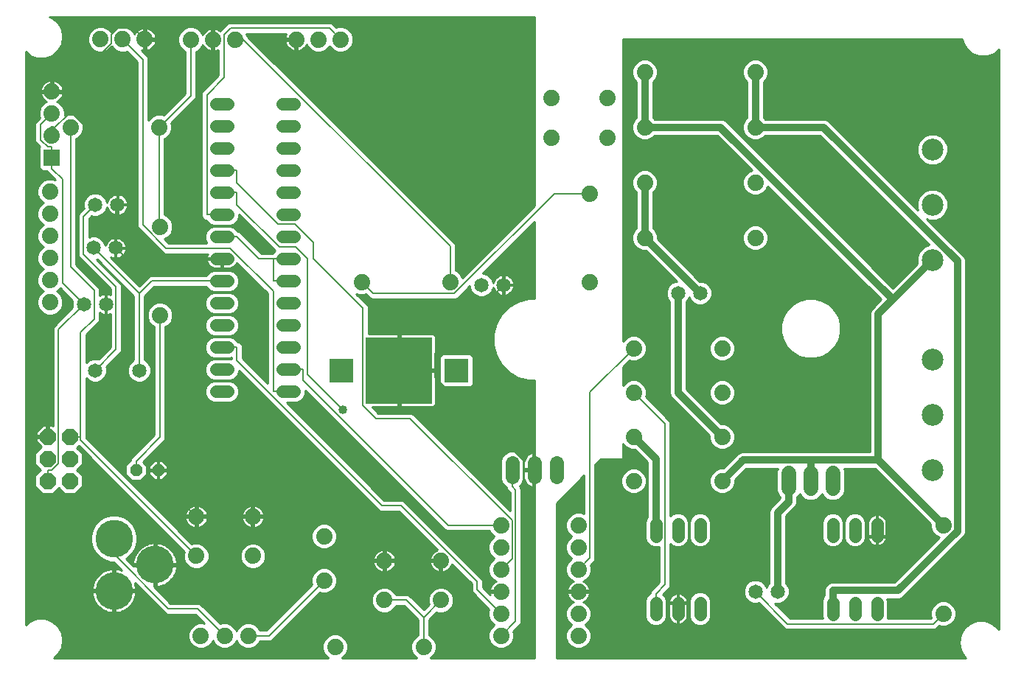
<source format=gbl>
G75*
G70*
%OFA0B0*%
%FSLAX24Y24*%
%IPPOS*%
%LPD*%
%AMOC8*
5,1,8,0,0,1.08239X$1,22.5*
%
%ADD10C,0.0560*%
%ADD11OC8,0.0740*%
%ADD12C,0.0740*%
%ADD13C,0.1700*%
%ADD14C,0.0650*%
%ADD15OC8,0.0560*%
%ADD16C,0.0640*%
%ADD17C,0.0680*%
%ADD18C,0.0984*%
%ADD19R,0.3000X0.3000*%
%ADD20R,0.1095X0.1095*%
%ADD21R,0.0740X0.0740*%
%ADD22C,0.0080*%
%ADD23C,0.0100*%
%ADD24C,0.0320*%
%ADD25C,0.0400*%
D10*
X009702Y013149D02*
X010262Y013149D01*
X010262Y014149D02*
X009702Y014149D01*
X009702Y015149D02*
X010262Y015149D01*
X010262Y016149D02*
X009702Y016149D01*
X009702Y017149D02*
X010262Y017149D01*
X010262Y018149D02*
X009702Y018149D01*
X009702Y019149D02*
X010262Y019149D01*
X010262Y020149D02*
X009702Y020149D01*
X009702Y021149D02*
X010262Y021149D01*
X010262Y022149D02*
X009702Y022149D01*
X009702Y023149D02*
X010262Y023149D01*
X010262Y024149D02*
X009702Y024149D01*
X009702Y025149D02*
X010262Y025149D01*
X010262Y026149D02*
X009702Y026149D01*
X012702Y026149D02*
X013262Y026149D01*
X013262Y025149D02*
X012702Y025149D01*
X012702Y024149D02*
X013262Y024149D01*
X013262Y023149D02*
X012702Y023149D01*
X012702Y022149D02*
X013262Y022149D01*
X013262Y021149D02*
X012702Y021149D01*
X012702Y020149D02*
X013262Y020149D01*
X013262Y019149D02*
X012702Y019149D01*
X012702Y018149D02*
X013262Y018149D01*
X013262Y017149D02*
X012702Y017149D01*
X012702Y016149D02*
X013262Y016149D01*
X013262Y015149D02*
X012702Y015149D01*
X012702Y014149D02*
X013262Y014149D01*
X013262Y013149D02*
X012702Y013149D01*
X029601Y007161D02*
X029601Y006601D01*
X030601Y006601D02*
X030601Y007161D01*
X031601Y007161D02*
X031601Y006601D01*
X031601Y003601D02*
X031601Y003041D01*
X030601Y003041D02*
X030601Y003601D01*
X029601Y003601D02*
X029601Y003041D01*
X037601Y003041D02*
X037601Y003601D01*
X038601Y003601D02*
X038601Y003041D01*
X039601Y003041D02*
X039601Y003601D01*
X039601Y006601D02*
X039601Y007161D01*
X038601Y007161D02*
X038601Y006601D01*
X037601Y006601D02*
X037601Y007161D01*
D11*
X003101Y009101D03*
X002101Y009101D03*
X002101Y010101D03*
X003101Y010101D03*
X003101Y011101D03*
X002101Y011101D03*
D12*
X008821Y007491D03*
X011381Y007491D03*
X011381Y005711D03*
X008821Y005711D03*
X009031Y002101D03*
X010101Y002101D03*
X011171Y002101D03*
X015101Y001601D03*
X017321Y003711D03*
X017321Y005491D03*
X019881Y005491D03*
X022601Y005101D03*
X022601Y006101D03*
X022601Y007101D03*
X026101Y007101D03*
X026101Y006101D03*
X026101Y005101D03*
X026101Y004101D03*
X026101Y003101D03*
X026101Y002101D03*
X022601Y002101D03*
X022601Y003101D03*
X022601Y004101D03*
X019881Y003711D03*
X019101Y001601D03*
X014601Y004601D03*
X014601Y006601D03*
X028601Y009101D03*
X028601Y011101D03*
X028601Y013101D03*
X028601Y015101D03*
X032601Y015101D03*
X032601Y013101D03*
X032601Y011101D03*
X032601Y009101D03*
X042601Y007101D03*
X042601Y003101D03*
X026601Y018101D03*
X029101Y020101D03*
X026601Y022101D03*
X029101Y022601D03*
X027425Y024638D03*
X029101Y025101D03*
X027425Y026418D03*
X029101Y027601D03*
X024865Y026418D03*
X024865Y024638D03*
X034101Y025101D03*
X034101Y027601D03*
X034101Y022601D03*
X034101Y020101D03*
X020304Y018090D03*
X016304Y018090D03*
X007179Y016601D03*
X002209Y017185D03*
X002209Y018185D03*
X002209Y019185D03*
X002209Y020185D03*
X002209Y021185D03*
X002209Y022185D03*
X002289Y024718D03*
X003139Y025101D03*
X002289Y025718D03*
X002289Y026718D03*
X004491Y029081D03*
X005491Y029081D03*
X006491Y029081D03*
X008571Y029061D03*
X009571Y029061D03*
X010571Y029061D03*
X013345Y029071D03*
X014345Y029071D03*
X015345Y029071D03*
X007139Y025101D03*
X007179Y020601D03*
D13*
X005101Y006494D03*
X006951Y005313D03*
X005101Y004132D03*
D14*
X004243Y014101D03*
X006243Y014101D03*
X004743Y017101D03*
X003743Y017101D03*
X004178Y019641D03*
X005178Y019641D03*
X005258Y021601D03*
X004258Y021601D03*
X021714Y017970D03*
X022714Y017970D03*
X030601Y017601D03*
X031601Y017601D03*
X034101Y004101D03*
X035101Y004101D03*
D15*
X007101Y009601D03*
X006101Y009601D03*
D16*
X023101Y009281D02*
X023101Y009921D01*
X024101Y009921D02*
X024101Y009281D01*
X025101Y009281D02*
X025101Y009921D01*
D17*
X035601Y009441D02*
X035601Y008761D01*
X036601Y008761D02*
X036601Y009441D01*
X037601Y009441D02*
X037601Y008761D01*
D18*
X042101Y009601D03*
X042101Y012101D03*
X042101Y014601D03*
X042101Y019101D03*
X042101Y021601D03*
X042101Y024101D03*
D19*
X017982Y014101D03*
D20*
X015382Y014101D03*
X020582Y014101D03*
D21*
X002289Y023718D03*
D22*
X002289Y023473D01*
X002289Y023228D01*
X002771Y022746D01*
X002771Y018073D01*
X003743Y017101D01*
X002591Y015949D01*
X002591Y009897D01*
X002285Y009591D01*
X002101Y009591D01*
X002101Y009101D01*
X003101Y011101D02*
X003591Y011101D01*
X003591Y010941D01*
X008821Y005711D01*
X008821Y007491D02*
X007111Y009201D01*
X007101Y009201D01*
X007101Y009601D01*
X006101Y009601D02*
X006101Y010001D01*
X007179Y011079D01*
X007179Y016601D01*
X006243Y017576D02*
X006816Y018149D01*
X009982Y018149D01*
X009982Y019149D02*
X005670Y019149D01*
X005178Y019641D01*
X005178Y021521D01*
X005258Y021601D01*
X005258Y023676D01*
X003135Y025798D01*
X003135Y026413D01*
X002831Y026718D01*
X002289Y026718D01*
X002831Y026718D02*
X004991Y028878D01*
X004991Y029280D01*
X005292Y029581D01*
X005990Y029581D01*
X006491Y029081D01*
X006399Y028173D02*
X006399Y020687D01*
X007462Y019623D01*
X010357Y019623D01*
X012302Y017679D01*
X012302Y013149D01*
X012982Y013149D01*
X013662Y013646D02*
X020207Y007101D01*
X022601Y007101D01*
X023101Y007311D02*
X018488Y011923D01*
X016960Y011923D01*
X016362Y012521D01*
X016362Y016910D01*
X014109Y019163D01*
X014109Y019906D01*
X013280Y020735D01*
X012529Y020735D01*
X010662Y022602D01*
X010662Y023149D01*
X009982Y023149D01*
X009982Y022149D02*
X010662Y022149D01*
X010662Y021602D01*
X012589Y019675D01*
X013321Y019675D01*
X013849Y019147D01*
X013849Y013912D01*
X015443Y012317D01*
X013662Y013646D02*
X013662Y014149D01*
X012982Y014149D01*
X010662Y014544D02*
X010662Y015149D01*
X009982Y015149D01*
X010662Y014544D02*
X017225Y007981D01*
X018085Y007981D01*
X021515Y004551D01*
X021515Y004187D01*
X022601Y003101D01*
X023261Y002761D02*
X023261Y008681D01*
X023101Y008841D01*
X023101Y009601D01*
X023661Y009601D02*
X023661Y009986D01*
X021166Y012481D01*
X020921Y012481D01*
X019602Y013800D01*
X019602Y014101D01*
X017982Y014101D01*
X019602Y014101D02*
X019602Y014858D01*
X022714Y017970D01*
X020493Y017585D02*
X025009Y022101D01*
X026601Y022101D01*
X020304Y019708D02*
X020304Y018090D01*
X020493Y017585D02*
X016809Y017585D01*
X016304Y018090D01*
X012982Y018149D02*
X012302Y018149D01*
X012302Y019149D01*
X011662Y019149D01*
X010662Y020149D01*
X009982Y020149D01*
X009982Y021149D02*
X009302Y021149D01*
X009302Y026571D01*
X010071Y027340D01*
X010071Y029279D01*
X010371Y029579D01*
X014836Y029579D01*
X015345Y029071D01*
X010951Y029061D02*
X010571Y029061D01*
X010951Y029061D02*
X020304Y019708D01*
X012982Y019149D02*
X012302Y019149D01*
X007179Y020601D02*
X007139Y020641D01*
X007139Y025101D01*
X008571Y026533D01*
X008571Y029061D01*
X006399Y028173D02*
X005491Y029081D01*
X003135Y025798D02*
X002289Y024951D01*
X002289Y024718D01*
X002105Y024208D02*
X001779Y024534D01*
X001779Y025208D01*
X002289Y025718D01*
X003139Y025101D02*
X003139Y018792D01*
X004203Y017728D01*
X004203Y016434D01*
X003591Y015822D01*
X003591Y011101D01*
X004243Y014101D02*
X005194Y015052D01*
X005194Y017895D01*
X003722Y019367D01*
X003722Y021065D01*
X004258Y021601D01*
X004178Y019641D02*
X006243Y017576D01*
X006243Y014101D01*
X005101Y006494D02*
X005101Y005777D01*
X007559Y003319D01*
X008883Y003319D01*
X010101Y002101D01*
X011171Y002101D02*
X012101Y002101D01*
X014601Y004601D01*
X017321Y003711D02*
X018321Y003711D01*
X019101Y002931D01*
X019881Y003711D01*
X019101Y002931D02*
X019101Y001601D01*
X022601Y002101D02*
X023261Y002761D01*
X022601Y005101D02*
X023101Y005601D01*
X023101Y007311D01*
X023661Y009601D02*
X024101Y009601D01*
X026611Y013111D02*
X026611Y005611D01*
X026101Y005101D01*
X029601Y004001D02*
X029601Y003601D01*
X029601Y004001D02*
X030013Y004413D01*
X030013Y011688D01*
X028601Y013101D01*
X026611Y013111D02*
X028601Y015101D01*
X034101Y004101D02*
X035563Y002639D01*
X042139Y002639D01*
X042601Y003101D01*
X002289Y023718D02*
X002289Y024208D01*
X002105Y024208D01*
D23*
X002563Y001261D02*
X002372Y001101D01*
X014792Y001101D01*
X014772Y001109D01*
X014609Y001272D01*
X014521Y001485D01*
X014521Y001716D01*
X014609Y001929D01*
X014772Y002092D01*
X014985Y002181D01*
X015216Y002181D01*
X015429Y002092D01*
X015592Y001929D01*
X015681Y001716D01*
X015681Y001485D01*
X015592Y001272D01*
X015429Y001109D01*
X015409Y001101D01*
X018792Y001101D01*
X018772Y001109D01*
X018609Y001272D01*
X018521Y001485D01*
X018521Y001716D01*
X018609Y001929D01*
X018772Y002092D01*
X018851Y002125D01*
X018851Y002827D01*
X018217Y003461D01*
X017845Y003461D01*
X017812Y003382D01*
X017649Y003219D01*
X017436Y003131D01*
X017205Y003131D01*
X016992Y003219D01*
X016829Y003382D01*
X016741Y003595D01*
X016741Y003826D01*
X016829Y004039D01*
X016992Y004202D01*
X017205Y004291D01*
X017436Y004291D01*
X017649Y004202D01*
X017812Y004039D01*
X017845Y003961D01*
X018271Y003961D01*
X018371Y003961D01*
X018462Y003923D01*
X019101Y003284D01*
X019333Y003517D01*
X019301Y003595D01*
X019301Y003826D01*
X019389Y004039D01*
X019552Y004202D01*
X019765Y004291D01*
X019996Y004291D01*
X020209Y004202D01*
X020372Y004039D01*
X020461Y003826D01*
X020461Y003595D01*
X020372Y003382D01*
X020209Y003219D01*
X019996Y003131D01*
X019765Y003131D01*
X019687Y003163D01*
X019351Y002827D01*
X019351Y002125D01*
X019429Y002092D01*
X019592Y001929D01*
X019681Y001716D01*
X019681Y001485D01*
X019592Y001272D01*
X019429Y001109D01*
X019409Y001101D01*
X024101Y001101D01*
X024101Y009551D01*
X024051Y009551D01*
X024051Y008813D01*
X023991Y008822D01*
X023920Y008845D01*
X023854Y008879D01*
X023795Y008922D01*
X023742Y008975D01*
X023699Y009034D01*
X023665Y009100D01*
X023642Y009171D01*
X023631Y009244D01*
X023631Y009551D01*
X024051Y009551D01*
X024051Y009651D01*
X024051Y010389D01*
X023991Y010379D01*
X023920Y010356D01*
X023854Y010323D01*
X023795Y010279D01*
X023742Y010227D01*
X023699Y010167D01*
X023665Y010101D01*
X023642Y010031D01*
X023631Y009958D01*
X023631Y009651D01*
X024051Y009651D01*
X024101Y009651D01*
X024101Y013641D01*
X023856Y013641D01*
X023383Y013768D01*
X022959Y014012D01*
X022612Y014359D01*
X022368Y014783D01*
X022241Y015256D01*
X022241Y015746D01*
X022368Y016219D01*
X022612Y016643D01*
X022959Y016989D01*
X023383Y017234D01*
X023856Y017361D01*
X024101Y017361D01*
X024101Y020839D01*
X021767Y018505D01*
X021820Y018505D01*
X022017Y018423D01*
X022167Y018273D01*
X022249Y018076D01*
X022249Y018070D01*
X022250Y018081D01*
X022274Y018152D01*
X022308Y018219D01*
X022351Y018279D01*
X022404Y018332D01*
X022465Y018376D01*
X022531Y018410D01*
X022603Y018433D01*
X022676Y018445D01*
X022695Y018445D01*
X022695Y017989D01*
X022733Y017989D01*
X022733Y018445D01*
X022751Y018445D01*
X022825Y018433D01*
X022896Y018410D01*
X022963Y018376D01*
X023023Y018332D01*
X023076Y018279D01*
X023120Y018219D01*
X023154Y018152D01*
X023177Y018081D01*
X023189Y018007D01*
X023189Y017989D01*
X022733Y017989D01*
X022733Y017951D01*
X023189Y017951D01*
X023189Y017932D01*
X023177Y017859D01*
X023154Y017787D01*
X023120Y017721D01*
X023076Y017660D01*
X023023Y017607D01*
X022963Y017564D01*
X022896Y017530D01*
X022825Y017506D01*
X022751Y017495D01*
X022733Y017495D01*
X022733Y017951D01*
X022695Y017951D01*
X022695Y017495D01*
X022676Y017495D01*
X022603Y017506D01*
X022531Y017530D01*
X022465Y017564D01*
X022404Y017607D01*
X022351Y017660D01*
X022308Y017721D01*
X022274Y017787D01*
X022250Y017859D01*
X022249Y017870D01*
X022249Y017863D01*
X022167Y017667D01*
X022017Y017516D01*
X021820Y017435D01*
X021607Y017435D01*
X021411Y017516D01*
X021260Y017667D01*
X021179Y017863D01*
X021179Y017917D01*
X020635Y017373D01*
X020543Y017335D01*
X020443Y017335D01*
X016759Y017335D01*
X016667Y017373D01*
X016597Y017443D01*
X016498Y017542D01*
X016419Y017510D01*
X016188Y017510D01*
X016064Y017561D01*
X016574Y017052D01*
X016612Y016960D01*
X016612Y016861D01*
X016612Y015751D01*
X017932Y015751D01*
X017932Y014151D01*
X018032Y014151D01*
X018032Y015751D01*
X019502Y015751D01*
X019540Y015741D01*
X019574Y015721D01*
X019602Y015693D01*
X019622Y015659D01*
X019632Y015621D01*
X019632Y014151D01*
X018032Y014151D01*
X018032Y014051D01*
X019632Y014051D01*
X019632Y012581D01*
X019622Y012543D01*
X019602Y012509D01*
X019574Y012481D01*
X019540Y012461D01*
X019502Y012451D01*
X018032Y012451D01*
X018032Y014051D01*
X017932Y014051D01*
X017932Y012451D01*
X016786Y012451D01*
X017063Y012173D01*
X018538Y012173D01*
X018630Y012135D01*
X018700Y012065D01*
X023011Y007754D01*
X023011Y008577D01*
X022889Y008699D01*
X022851Y008791D01*
X022851Y008811D01*
X022801Y008831D01*
X022651Y008981D01*
X022571Y009175D01*
X022571Y010026D01*
X022651Y010221D01*
X022801Y010370D01*
X022995Y010451D01*
X023206Y010451D01*
X023401Y010370D01*
X023550Y010221D01*
X023631Y010026D01*
X023631Y009175D01*
X023550Y008981D01*
X023432Y008863D01*
X023473Y008822D01*
X023511Y008730D01*
X023511Y008631D01*
X023511Y002711D01*
X023473Y002619D01*
X023402Y002549D01*
X023148Y002295D01*
X023181Y002216D01*
X023181Y001985D01*
X023092Y001772D01*
X022929Y001609D01*
X022716Y001521D01*
X022485Y001521D01*
X022272Y001609D01*
X022109Y001772D01*
X022021Y001985D01*
X022021Y002216D01*
X022109Y002429D01*
X022272Y002592D01*
X022292Y002601D01*
X022272Y002609D01*
X022109Y002772D01*
X022021Y002985D01*
X022021Y003216D01*
X022053Y003295D01*
X021373Y003975D01*
X021373Y003975D01*
X021303Y004045D01*
X021265Y004137D01*
X021265Y004448D01*
X020377Y005336D01*
X020363Y005291D01*
X020326Y005218D01*
X020277Y005152D01*
X020220Y005094D01*
X020153Y005046D01*
X020080Y005009D01*
X020003Y004984D01*
X019931Y004972D01*
X019931Y005441D01*
X019831Y005441D01*
X019831Y004972D01*
X019759Y004984D01*
X019681Y005009D01*
X019608Y005046D01*
X019542Y005094D01*
X019484Y005152D01*
X019436Y005218D01*
X019399Y005291D01*
X019374Y005369D01*
X019362Y005441D01*
X019831Y005441D01*
X019831Y005541D01*
X019362Y005541D01*
X019374Y005613D01*
X019399Y005690D01*
X019436Y005763D01*
X019484Y005830D01*
X019542Y005887D01*
X019608Y005936D01*
X019681Y005973D01*
X019726Y005987D01*
X017982Y007731D01*
X017274Y007731D01*
X017175Y007731D01*
X017083Y007769D01*
X010752Y014100D01*
X010752Y014051D01*
X010677Y013871D01*
X010539Y013733D01*
X010359Y013659D01*
X009604Y013659D01*
X009424Y013733D01*
X009286Y013871D01*
X009212Y014051D01*
X009212Y014246D01*
X009286Y014426D01*
X009424Y014564D01*
X009604Y014639D01*
X010359Y014639D01*
X010412Y014617D01*
X010412Y014681D01*
X010359Y014659D01*
X009604Y014659D01*
X009424Y014733D01*
X009286Y014871D01*
X009212Y015051D01*
X009212Y015246D01*
X009286Y015426D01*
X009424Y015564D01*
X009604Y015639D01*
X010359Y015639D01*
X010539Y015564D01*
X010677Y015426D01*
X010689Y015399D01*
X010712Y015399D01*
X010803Y015361D01*
X010874Y015290D01*
X010912Y015199D01*
X010912Y014647D01*
X012052Y013507D01*
X012052Y017575D01*
X010654Y018972D01*
X010629Y018923D01*
X010704Y018923D01*
X010629Y018923D02*
X010590Y018869D01*
X010542Y018821D01*
X010487Y018781D01*
X010427Y018750D01*
X010362Y018729D01*
X010296Y018719D01*
X010012Y018719D01*
X010012Y019119D01*
X009952Y019119D01*
X009952Y018719D01*
X009668Y018719D01*
X009601Y018729D01*
X009537Y018750D01*
X009476Y018781D01*
X009422Y018821D01*
X009374Y018869D01*
X009334Y018923D01*
X009303Y018984D01*
X009282Y019048D01*
X009272Y019115D01*
X009272Y019119D01*
X009951Y019119D01*
X009951Y019179D01*
X009272Y019179D01*
X009272Y019183D01*
X009282Y019249D01*
X009303Y019314D01*
X009333Y019373D01*
X007412Y019373D01*
X007321Y019411D01*
X007250Y019481D01*
X006187Y020545D01*
X006149Y020637D01*
X006149Y020736D01*
X006149Y028069D01*
X005685Y028533D01*
X005606Y028501D01*
X005375Y028501D01*
X005162Y028589D01*
X004999Y028752D01*
X004991Y028772D01*
X004982Y028752D01*
X004819Y028589D01*
X004606Y028501D01*
X004375Y028501D01*
X004162Y028589D01*
X003999Y028752D01*
X003911Y028965D01*
X003911Y029196D01*
X003999Y029409D01*
X004162Y029572D01*
X004375Y029661D01*
X004606Y029661D01*
X004819Y029572D01*
X004982Y029409D01*
X004991Y029389D01*
X004999Y029409D01*
X005162Y029572D01*
X005375Y029661D01*
X005606Y029661D01*
X005819Y029572D01*
X005982Y029409D01*
X006024Y029310D01*
X006046Y029353D01*
X006094Y029420D01*
X006152Y029477D01*
X006218Y029526D01*
X006291Y029563D01*
X006369Y029588D01*
X006441Y029599D01*
X006441Y029131D01*
X006541Y029131D01*
X006541Y029599D01*
X006613Y029588D01*
X006690Y029563D01*
X006763Y029526D01*
X006830Y029477D01*
X006887Y029420D01*
X006936Y029353D01*
X006973Y029280D01*
X006998Y029203D01*
X007009Y029131D01*
X006541Y029131D01*
X006541Y029031D01*
X007009Y029031D01*
X006998Y028959D01*
X006973Y028881D01*
X006936Y028808D01*
X006887Y028742D01*
X006830Y028684D01*
X006763Y028636D01*
X006690Y028599D01*
X006613Y028574D01*
X006541Y028562D01*
X006541Y029031D01*
X006441Y029031D01*
X006441Y028562D01*
X006369Y028574D01*
X006343Y028582D01*
X006540Y028385D01*
X006610Y028315D01*
X006649Y028223D01*
X006649Y025431D01*
X006810Y025592D01*
X007023Y025681D01*
X007254Y025681D01*
X007333Y025648D01*
X008321Y026636D01*
X008321Y028537D01*
X008242Y028569D01*
X008079Y028732D01*
X007991Y028945D01*
X007991Y029176D01*
X008079Y029389D01*
X008242Y029552D01*
X008455Y029641D01*
X008686Y029641D01*
X008899Y029552D01*
X009062Y029389D01*
X009104Y029290D01*
X009126Y029333D01*
X009174Y029400D01*
X009232Y029457D01*
X009298Y029506D01*
X009371Y029543D01*
X009449Y029568D01*
X009521Y029579D01*
X009521Y029111D01*
X009621Y029111D01*
X009621Y029579D01*
X009693Y029568D01*
X009770Y029543D01*
X009843Y029506D01*
X009902Y029463D01*
X009929Y029491D01*
X009929Y029491D01*
X010159Y029721D01*
X010159Y029721D01*
X010230Y029791D01*
X010321Y029829D01*
X014886Y029829D01*
X014978Y029791D01*
X015048Y029721D01*
X015151Y029618D01*
X015229Y029651D01*
X015460Y029651D01*
X015673Y029562D01*
X015836Y029399D01*
X015925Y029186D01*
X015925Y028955D01*
X015836Y028742D01*
X015673Y028579D01*
X015460Y028491D01*
X015229Y028491D01*
X015016Y028579D01*
X014853Y028742D01*
X014845Y028762D01*
X014836Y028742D01*
X014673Y028579D01*
X014460Y028491D01*
X014229Y028491D01*
X014016Y028579D01*
X013853Y028742D01*
X013812Y028842D01*
X013790Y028798D01*
X013741Y028732D01*
X013684Y028674D01*
X013617Y028626D01*
X013544Y028589D01*
X013467Y028564D01*
X013395Y028552D01*
X013395Y029021D01*
X013295Y029021D01*
X012826Y029021D01*
X012838Y028949D01*
X012863Y028871D01*
X012900Y028798D01*
X012948Y028732D01*
X013006Y028674D01*
X013072Y028626D01*
X013145Y028589D01*
X013223Y028564D01*
X013295Y028552D01*
X013295Y029021D01*
X013295Y029121D01*
X012826Y029121D01*
X012838Y029193D01*
X012863Y029270D01*
X012893Y029329D01*
X011087Y029329D01*
X011124Y029241D01*
X011163Y029202D01*
X020516Y019849D01*
X020554Y019758D01*
X020554Y019658D01*
X020554Y018614D01*
X020632Y018581D01*
X020795Y018418D01*
X020847Y018293D01*
X024101Y021546D01*
X024101Y030101D01*
X002193Y030101D01*
X002298Y030063D01*
X002298Y030063D01*
X002563Y029840D01*
X002563Y029840D01*
X002736Y029541D01*
X002736Y029541D01*
X002796Y029201D01*
X002796Y029201D01*
X002736Y028860D01*
X002563Y028561D01*
X002563Y028561D01*
X002298Y028339D01*
X002298Y028339D01*
X001974Y028221D01*
X001974Y028221D01*
X001851Y028221D01*
X001851Y028221D01*
X001815Y028221D01*
X001801Y028221D01*
X001751Y028221D01*
X001751Y028221D01*
X001628Y028221D01*
X001628Y028221D01*
X001303Y028339D01*
X001303Y028339D01*
X001101Y028509D01*
X001101Y002593D01*
X001303Y002763D01*
X001303Y002763D01*
X001628Y002881D01*
X001628Y002881D01*
X001751Y002881D01*
X001751Y002881D01*
X001800Y002881D01*
X001801Y002881D01*
X001851Y002881D01*
X001851Y002881D01*
X001974Y002881D01*
X001974Y002881D01*
X002298Y002763D01*
X002298Y002763D01*
X002563Y002540D01*
X002563Y002540D01*
X002736Y002241D01*
X002736Y002241D01*
X002796Y001901D01*
X002796Y001901D01*
X002736Y001560D01*
X002736Y001560D01*
X002563Y001261D01*
X002563Y001261D01*
X002563Y001261D01*
X002576Y001283D02*
X014604Y001283D01*
X014564Y001382D02*
X002633Y001382D01*
X002690Y001480D02*
X014523Y001480D01*
X014521Y001579D02*
X011426Y001579D01*
X011499Y001609D02*
X011662Y001772D01*
X011695Y001851D01*
X012051Y001851D01*
X012151Y001851D01*
X012242Y001889D01*
X014407Y004053D01*
X014485Y004021D01*
X014716Y004021D01*
X014929Y004109D01*
X015092Y004272D01*
X015181Y004485D01*
X015181Y004716D01*
X015092Y004929D01*
X020783Y004929D01*
X020882Y004831D02*
X015133Y004831D01*
X015092Y004929D02*
X014929Y005092D01*
X014716Y005181D01*
X014485Y005181D01*
X014272Y005092D01*
X014109Y004929D01*
X014021Y004716D01*
X014021Y004485D01*
X014053Y004407D01*
X011997Y002351D01*
X011695Y002351D01*
X011662Y002429D01*
X011499Y002592D01*
X011286Y002681D01*
X011055Y002681D01*
X010842Y002592D01*
X010679Y002429D01*
X010636Y002325D01*
X010592Y002429D01*
X010429Y002592D01*
X010216Y002681D01*
X009985Y002681D01*
X009907Y002648D01*
X009024Y003531D01*
X008932Y003569D01*
X008833Y003569D01*
X007662Y003569D01*
X006901Y004330D01*
X006901Y005263D01*
X007001Y005263D01*
X007001Y004313D01*
X007007Y004313D01*
X007119Y004326D01*
X007228Y004351D01*
X007334Y004388D01*
X007436Y004437D01*
X007531Y004497D01*
X007619Y004567D01*
X007698Y004646D01*
X007768Y004734D01*
X007828Y004829D01*
X007876Y004930D01*
X007914Y005036D01*
X007939Y005146D01*
X007951Y005257D01*
X007951Y005263D01*
X007001Y005263D01*
X007001Y005363D01*
X007951Y005363D01*
X007951Y005370D01*
X007939Y005481D01*
X007914Y005591D01*
X007876Y005697D01*
X007828Y005798D01*
X007768Y005893D01*
X007698Y005981D01*
X007619Y006060D01*
X007531Y006130D01*
X007436Y006190D01*
X007334Y006239D01*
X007228Y006276D01*
X007119Y006301D01*
X007007Y006313D01*
X007001Y006313D01*
X007001Y005364D01*
X006901Y005364D01*
X006901Y006313D01*
X006895Y006313D01*
X006783Y006301D01*
X006674Y006276D01*
X006568Y006239D01*
X006467Y006190D01*
X006372Y006130D01*
X006284Y006060D01*
X006204Y005981D01*
X006134Y005893D01*
X006075Y005798D01*
X006026Y005697D01*
X005989Y005591D01*
X005964Y005481D01*
X005951Y005370D01*
X005951Y005363D01*
X006901Y005363D01*
X006901Y005263D01*
X005968Y005263D01*
X005646Y005585D01*
X005752Y005646D01*
X005949Y005844D01*
X006089Y006085D01*
X006161Y006355D01*
X006161Y006634D01*
X006089Y006904D01*
X005949Y007145D01*
X005752Y007343D01*
X005510Y007482D01*
X005240Y007554D01*
X004961Y007554D01*
X004692Y007482D01*
X004450Y007343D01*
X004253Y007145D01*
X004113Y006904D01*
X004041Y006634D01*
X004041Y006355D01*
X004113Y006085D01*
X004253Y005844D01*
X004450Y005646D01*
X004692Y005507D01*
X004961Y005434D01*
X005090Y005434D01*
X005457Y005067D01*
X005378Y005095D01*
X005269Y005120D01*
X005157Y005132D01*
X005151Y005132D01*
X005151Y004182D01*
X006101Y004182D01*
X006101Y004188D01*
X006088Y004300D01*
X006063Y004410D01*
X006035Y004489D01*
X007417Y003107D01*
X007509Y003069D01*
X007609Y003069D01*
X008779Y003069D01*
X009182Y002666D01*
X009146Y002681D01*
X008915Y002681D01*
X008702Y002592D01*
X008539Y002429D01*
X008451Y002216D01*
X008451Y001985D01*
X008539Y001772D01*
X008702Y001609D01*
X008915Y001521D01*
X009146Y001521D01*
X009359Y001609D01*
X009522Y001772D01*
X009566Y001877D01*
X009609Y001772D01*
X009772Y001609D01*
X009985Y001521D01*
X010216Y001521D01*
X010429Y001609D01*
X010592Y001772D01*
X010636Y001877D01*
X010679Y001772D01*
X010842Y001609D01*
X011055Y001521D01*
X011286Y001521D01*
X011499Y001609D01*
X011568Y001677D02*
X014521Y001677D01*
X014546Y001776D02*
X011664Y001776D01*
X012208Y001875D02*
X014586Y001875D01*
X014653Y001973D02*
X012327Y001973D01*
X012425Y002072D02*
X014751Y002072D01*
X014960Y002170D02*
X012524Y002170D01*
X012622Y002269D02*
X018851Y002269D01*
X018851Y002367D02*
X012721Y002367D01*
X012819Y002466D02*
X018851Y002466D01*
X018851Y002564D02*
X012918Y002564D01*
X013016Y002663D02*
X018851Y002663D01*
X018851Y002761D02*
X013115Y002761D01*
X013213Y002860D02*
X018818Y002860D01*
X018719Y002959D02*
X013312Y002959D01*
X013411Y003057D02*
X018621Y003057D01*
X018522Y003156D02*
X017496Y003156D01*
X017684Y003254D02*
X018424Y003254D01*
X018325Y003353D02*
X017783Y003353D01*
X017841Y003451D02*
X018227Y003451D01*
X018540Y003845D02*
X019309Y003845D01*
X019301Y003747D02*
X018638Y003747D01*
X018737Y003648D02*
X019301Y003648D01*
X019320Y003550D02*
X018835Y003550D01*
X018934Y003451D02*
X019268Y003451D01*
X019169Y003353D02*
X019032Y003353D01*
X019482Y002959D02*
X022032Y002959D01*
X022021Y003057D02*
X019581Y003057D01*
X019679Y003156D02*
X019705Y003156D01*
X020056Y003156D02*
X022021Y003156D01*
X022037Y003254D02*
X020244Y003254D01*
X020343Y003353D02*
X021995Y003353D01*
X021897Y003451D02*
X020401Y003451D01*
X020442Y003550D02*
X021798Y003550D01*
X021700Y003648D02*
X020461Y003648D01*
X020461Y003747D02*
X021601Y003747D01*
X021503Y003845D02*
X020453Y003845D01*
X020412Y003944D02*
X021404Y003944D01*
X021306Y004043D02*
X020369Y004043D01*
X020271Y004141D02*
X021265Y004141D01*
X021265Y004240D02*
X020120Y004240D01*
X019642Y004240D02*
X017560Y004240D01*
X017711Y004141D02*
X019491Y004141D01*
X019392Y004043D02*
X017809Y004043D01*
X018411Y003944D02*
X019350Y003944D01*
X019384Y002860D02*
X022073Y002860D01*
X022120Y002761D02*
X019351Y002761D01*
X019351Y002663D02*
X022218Y002663D01*
X022244Y002564D02*
X019351Y002564D01*
X019351Y002466D02*
X022146Y002466D01*
X022083Y002367D02*
X019351Y002367D01*
X019351Y002269D02*
X022043Y002269D01*
X022021Y002170D02*
X019351Y002170D01*
X019450Y002072D02*
X022021Y002072D01*
X022026Y001973D02*
X019549Y001973D01*
X019615Y001875D02*
X022067Y001875D01*
X022108Y001776D02*
X019656Y001776D01*
X019681Y001677D02*
X022204Y001677D01*
X022345Y001579D02*
X019681Y001579D01*
X019679Y001480D02*
X024101Y001480D01*
X024101Y001382D02*
X019638Y001382D01*
X019597Y001283D02*
X024101Y001283D01*
X024101Y001185D02*
X019505Y001185D01*
X018697Y001185D02*
X015505Y001185D01*
X015597Y001283D02*
X018604Y001283D01*
X018564Y001382D02*
X015638Y001382D01*
X015679Y001480D02*
X018523Y001480D01*
X018521Y001579D02*
X015681Y001579D01*
X015681Y001677D02*
X018521Y001677D01*
X018546Y001776D02*
X015656Y001776D01*
X015615Y001875D02*
X018586Y001875D01*
X018653Y001973D02*
X015549Y001973D01*
X015450Y002072D02*
X018751Y002072D01*
X018851Y002170D02*
X015242Y002170D01*
X014697Y001185D02*
X002472Y001185D01*
X002739Y001579D02*
X008775Y001579D01*
X008634Y001677D02*
X002756Y001677D01*
X002774Y001776D02*
X008538Y001776D01*
X008497Y001875D02*
X002791Y001875D01*
X002783Y001973D02*
X008456Y001973D01*
X008451Y002072D02*
X002766Y002072D01*
X002748Y002170D02*
X008451Y002170D01*
X008473Y002269D02*
X002720Y002269D01*
X002663Y002367D02*
X008513Y002367D01*
X008576Y002466D02*
X002606Y002466D01*
X002534Y002564D02*
X008674Y002564D01*
X008872Y002663D02*
X002417Y002663D01*
X002300Y002761D02*
X009087Y002761D01*
X008988Y002860D02*
X002031Y002860D01*
X001571Y002860D02*
X001101Y002860D01*
X001101Y002959D02*
X008889Y002959D01*
X008791Y003057D02*
X001101Y003057D01*
X001101Y003156D02*
X004886Y003156D01*
X004933Y003145D02*
X005045Y003132D01*
X005051Y003132D01*
X005051Y004082D01*
X005151Y004082D01*
X005151Y004182D01*
X005051Y004182D01*
X005051Y004082D01*
X004101Y004082D01*
X004101Y004076D01*
X004113Y003964D01*
X004138Y003855D01*
X004175Y003749D01*
X004224Y003648D01*
X004284Y003553D01*
X004354Y003465D01*
X004433Y003385D01*
X004521Y003315D01*
X004616Y003256D01*
X004717Y003207D01*
X004824Y003170D01*
X004933Y003145D01*
X005051Y003156D02*
X005151Y003156D01*
X005151Y003132D02*
X005157Y003132D01*
X005269Y003145D01*
X005378Y003170D01*
X005484Y003207D01*
X005585Y003256D01*
X005680Y003315D01*
X005768Y003385D01*
X005848Y003465D01*
X005918Y003553D01*
X005977Y003648D01*
X006026Y003749D01*
X006063Y003855D01*
X006088Y003964D01*
X006101Y004076D01*
X006101Y004082D01*
X005151Y004082D01*
X005151Y003132D01*
X005151Y003254D02*
X005051Y003254D01*
X005051Y003353D02*
X005151Y003353D01*
X005151Y003451D02*
X005051Y003451D01*
X005051Y003550D02*
X005151Y003550D01*
X005151Y003648D02*
X005051Y003648D01*
X005051Y003747D02*
X005151Y003747D01*
X005151Y003845D02*
X005051Y003845D01*
X005051Y003944D02*
X005151Y003944D01*
X005151Y004043D02*
X005051Y004043D01*
X005051Y004141D02*
X001101Y004141D01*
X001101Y004043D02*
X004105Y004043D01*
X004118Y003944D02*
X001101Y003944D01*
X001101Y003845D02*
X004142Y003845D01*
X004176Y003747D02*
X001101Y003747D01*
X001101Y003648D02*
X004224Y003648D01*
X004286Y003550D02*
X001101Y003550D01*
X001101Y003451D02*
X004368Y003451D01*
X004474Y003353D02*
X001101Y003353D01*
X001101Y003254D02*
X004619Y003254D01*
X005316Y003156D02*
X007369Y003156D01*
X007270Y003254D02*
X005582Y003254D01*
X005727Y003353D02*
X007172Y003353D01*
X007073Y003451D02*
X005834Y003451D01*
X005915Y003550D02*
X006975Y003550D01*
X006876Y003648D02*
X005978Y003648D01*
X006025Y003747D02*
X006777Y003747D01*
X006679Y003845D02*
X006060Y003845D01*
X006084Y003944D02*
X006580Y003944D01*
X006482Y004043D02*
X006097Y004043D01*
X006095Y004240D02*
X006285Y004240D01*
X006186Y004338D02*
X006079Y004338D01*
X006088Y004437D02*
X006054Y004437D01*
X006383Y004141D02*
X005151Y004141D01*
X005151Y004240D02*
X005051Y004240D01*
X005051Y004182D02*
X005051Y005132D01*
X005045Y005132D01*
X004933Y005120D01*
X004824Y005095D01*
X004717Y005058D01*
X004616Y005009D01*
X004521Y004949D01*
X004433Y004879D01*
X004354Y004800D01*
X004284Y004712D01*
X004224Y004617D01*
X004175Y004516D01*
X004138Y004410D01*
X004113Y004300D01*
X004101Y004188D01*
X004101Y004182D01*
X005051Y004182D01*
X005051Y004338D02*
X005151Y004338D01*
X005151Y004437D02*
X005051Y004437D01*
X005051Y004535D02*
X005151Y004535D01*
X005151Y004634D02*
X005051Y004634D01*
X005051Y004732D02*
X005151Y004732D01*
X005151Y004831D02*
X005051Y004831D01*
X005051Y004929D02*
X005151Y004929D01*
X005151Y005028D02*
X005051Y005028D01*
X005051Y005126D02*
X005151Y005126D01*
X005208Y005126D02*
X005398Y005126D01*
X005299Y005225D02*
X001101Y005225D01*
X001101Y005126D02*
X004994Y005126D01*
X005201Y005324D02*
X001101Y005324D01*
X001101Y005422D02*
X005102Y005422D01*
X004667Y005521D02*
X001101Y005521D01*
X001101Y005619D02*
X004497Y005619D01*
X004378Y005718D02*
X001101Y005718D01*
X001101Y005816D02*
X004280Y005816D01*
X004211Y005915D02*
X001101Y005915D01*
X001101Y006013D02*
X004155Y006013D01*
X004106Y006112D02*
X001101Y006112D01*
X001101Y006210D02*
X004079Y006210D01*
X004053Y006309D02*
X001101Y006309D01*
X001101Y006408D02*
X004041Y006408D01*
X004041Y006506D02*
X001101Y006506D01*
X001101Y006605D02*
X004041Y006605D01*
X004059Y006703D02*
X001101Y006703D01*
X001101Y006802D02*
X004086Y006802D01*
X004112Y006900D02*
X001101Y006900D01*
X001101Y006999D02*
X004168Y006999D01*
X004225Y007097D02*
X001101Y007097D01*
X001101Y007196D02*
X004303Y007196D01*
X004402Y007294D02*
X001101Y007294D01*
X001101Y007393D02*
X004537Y007393D01*
X004726Y007492D02*
X001101Y007492D01*
X001101Y007590D02*
X006588Y007590D01*
X006686Y007492D02*
X005475Y007492D01*
X005664Y007393D02*
X006785Y007393D01*
X006884Y007294D02*
X005800Y007294D01*
X005898Y007196D02*
X006982Y007196D01*
X007081Y007097D02*
X005977Y007097D01*
X006034Y006999D02*
X007179Y006999D01*
X007278Y006900D02*
X006089Y006900D01*
X006116Y006802D02*
X007376Y006802D01*
X007475Y006703D02*
X006142Y006703D01*
X006161Y006605D02*
X007573Y006605D01*
X007672Y006506D02*
X006161Y006506D01*
X006161Y006408D02*
X007770Y006408D01*
X007869Y006309D02*
X007046Y006309D01*
X007001Y006309D02*
X006901Y006309D01*
X006857Y006309D02*
X006148Y006309D01*
X006122Y006210D02*
X006509Y006210D01*
X006349Y006112D02*
X006096Y006112D01*
X006047Y006013D02*
X006237Y006013D01*
X006152Y005915D02*
X005990Y005915D01*
X005922Y005816D02*
X006086Y005816D01*
X006036Y005718D02*
X005823Y005718D01*
X005705Y005619D02*
X005999Y005619D01*
X005973Y005521D02*
X005711Y005521D01*
X005809Y005422D02*
X005957Y005422D01*
X005908Y005324D02*
X006901Y005324D01*
X006901Y005422D02*
X007001Y005422D01*
X007001Y005324D02*
X008388Y005324D01*
X008329Y005382D02*
X008492Y005219D01*
X008705Y005131D01*
X008936Y005131D01*
X009149Y005219D01*
X009312Y005382D01*
X009401Y005595D01*
X009401Y005826D01*
X009312Y006039D01*
X009149Y006202D01*
X008936Y006291D01*
X008705Y006291D01*
X008627Y006258D01*
X003841Y011044D01*
X003841Y011051D01*
X003841Y011151D01*
X003841Y013746D01*
X003940Y013647D01*
X004136Y013566D01*
X004349Y013566D01*
X004546Y013647D01*
X004696Y013798D01*
X004778Y013994D01*
X004778Y014207D01*
X004756Y014260D01*
X005335Y014840D01*
X005406Y014910D01*
X005444Y015002D01*
X005444Y017845D01*
X005444Y017945D01*
X005406Y018036D01*
X005429Y018036D01*
X005406Y018036D02*
X004321Y019121D01*
X004337Y019128D01*
X005993Y017472D01*
X005993Y014576D01*
X005940Y014554D01*
X005789Y014404D01*
X005708Y014207D01*
X005708Y013994D01*
X005789Y013798D01*
X004696Y013798D01*
X004737Y013897D02*
X005748Y013897D01*
X005708Y013995D02*
X004778Y013995D01*
X004778Y014094D02*
X005708Y014094D01*
X005708Y014192D02*
X004778Y014192D01*
X004786Y014291D02*
X005743Y014291D01*
X005783Y014390D02*
X004885Y014390D01*
X004984Y014488D02*
X005874Y014488D01*
X005993Y014587D02*
X005082Y014587D01*
X005181Y014685D02*
X005993Y014685D01*
X005993Y014784D02*
X005279Y014784D01*
X005378Y014882D02*
X005993Y014882D01*
X005993Y014981D02*
X005435Y014981D01*
X005444Y015079D02*
X005993Y015079D01*
X005993Y015178D02*
X005444Y015178D01*
X005444Y015276D02*
X005993Y015276D01*
X005993Y015375D02*
X005444Y015375D01*
X005444Y015474D02*
X005993Y015474D01*
X005993Y015572D02*
X005444Y015572D01*
X005444Y015671D02*
X005993Y015671D01*
X005993Y015769D02*
X005444Y015769D01*
X005444Y015868D02*
X005993Y015868D01*
X005993Y015966D02*
X005444Y015966D01*
X005444Y016065D02*
X005993Y016065D01*
X005993Y016163D02*
X005444Y016163D01*
X005444Y016262D02*
X005993Y016262D01*
X005993Y016360D02*
X005444Y016360D01*
X005444Y016459D02*
X005993Y016459D01*
X005993Y016558D02*
X005444Y016558D01*
X005444Y016656D02*
X005993Y016656D01*
X005993Y016755D02*
X005444Y016755D01*
X005444Y016853D02*
X005993Y016853D01*
X005993Y016952D02*
X005444Y016952D01*
X005444Y017050D02*
X005993Y017050D01*
X005993Y017149D02*
X005444Y017149D01*
X005444Y017247D02*
X005993Y017247D01*
X005993Y017346D02*
X005444Y017346D01*
X005444Y017444D02*
X005993Y017444D01*
X005922Y017543D02*
X005444Y017543D01*
X005444Y017641D02*
X005824Y017641D01*
X005725Y017740D02*
X005444Y017740D01*
X005444Y017839D02*
X005626Y017839D01*
X005528Y017937D02*
X005444Y017937D01*
X005331Y018134D02*
X005308Y018134D01*
X005232Y018233D02*
X005209Y018233D01*
X005134Y018331D02*
X005111Y018331D01*
X005035Y018430D02*
X005012Y018430D01*
X004937Y018528D02*
X004914Y018528D01*
X004838Y018627D02*
X004815Y018627D01*
X004740Y018725D02*
X004717Y018725D01*
X004641Y018824D02*
X004618Y018824D01*
X004542Y018923D02*
X004519Y018923D01*
X004444Y019021D02*
X004421Y019021D01*
X004345Y019120D02*
X004322Y019120D01*
X004010Y018725D02*
X003559Y018725D01*
X003657Y018627D02*
X004108Y018627D01*
X004207Y018528D02*
X003756Y018528D01*
X003854Y018430D02*
X004305Y018430D01*
X004404Y018331D02*
X003953Y018331D01*
X004051Y018233D02*
X004502Y018233D01*
X004601Y018134D02*
X004150Y018134D01*
X004248Y018036D02*
X004699Y018036D01*
X004798Y017937D02*
X004347Y017937D01*
X004415Y017869D02*
X003389Y018895D01*
X003389Y024577D01*
X003467Y024609D01*
X003630Y024772D01*
X003719Y024985D01*
X003719Y025216D01*
X003630Y025429D01*
X003467Y025592D01*
X003254Y025681D01*
X003023Y025681D01*
X002869Y025617D01*
X002869Y025833D01*
X002780Y026046D01*
X002617Y026209D01*
X002517Y026251D01*
X002561Y026273D01*
X002627Y026321D01*
X002685Y026379D01*
X002733Y026445D01*
X002771Y026518D01*
X002796Y026596D01*
X002807Y026668D01*
X002339Y026668D01*
X002339Y026768D01*
X002807Y026768D01*
X002796Y026840D01*
X002771Y026917D01*
X002733Y026990D01*
X002685Y027057D01*
X002627Y027114D01*
X002561Y027163D01*
X002488Y027200D01*
X002410Y027225D01*
X002339Y027236D01*
X002339Y026768D01*
X002239Y026768D01*
X002239Y027236D01*
X002167Y027225D01*
X002089Y027200D01*
X002016Y027163D01*
X001950Y027114D01*
X001892Y027057D01*
X001844Y026990D01*
X001807Y026917D01*
X001781Y026840D01*
X001770Y026768D01*
X002239Y026768D01*
X002239Y026668D01*
X001770Y026668D01*
X001781Y026596D01*
X001807Y026518D01*
X001844Y026445D01*
X001892Y026379D01*
X001950Y026321D01*
X002016Y026273D01*
X002060Y026251D01*
X001960Y026209D01*
X001797Y026046D01*
X001709Y025833D01*
X001709Y025602D01*
X001741Y025524D01*
X001567Y025349D01*
X001529Y025258D01*
X001529Y025158D01*
X001529Y024484D01*
X001567Y024392D01*
X001637Y024322D01*
X001747Y024213D01*
X001709Y024175D01*
X001709Y023261D01*
X001832Y023138D01*
X002055Y023138D01*
X002077Y023086D01*
X002451Y022712D01*
X002324Y022765D01*
X002093Y022765D01*
X001880Y022676D01*
X001717Y022513D01*
X001629Y022300D01*
X001629Y022069D01*
X001717Y021856D01*
X001880Y021693D01*
X001900Y021685D01*
X001880Y021676D01*
X001717Y021513D01*
X001629Y021300D01*
X001629Y021069D01*
X001717Y020856D01*
X001880Y020693D01*
X001900Y020685D01*
X001880Y020676D01*
X001717Y020513D01*
X001629Y020300D01*
X001629Y020069D01*
X001717Y019856D01*
X001880Y019693D01*
X001900Y019685D01*
X001880Y019676D01*
X001717Y019513D01*
X001629Y019300D01*
X001629Y019069D01*
X001717Y018856D01*
X001880Y018693D01*
X001900Y018685D01*
X001880Y018676D01*
X001717Y018513D01*
X001629Y018300D01*
X001629Y018069D01*
X001717Y017856D01*
X001880Y017693D01*
X001900Y017685D01*
X001880Y017676D01*
X001717Y017513D01*
X001629Y017300D01*
X001629Y017069D01*
X001717Y016856D01*
X001880Y016693D01*
X002093Y016605D01*
X002324Y016605D01*
X002537Y016693D01*
X002700Y016856D01*
X002789Y017069D01*
X002789Y017300D01*
X002700Y017513D01*
X002537Y017676D01*
X002517Y017685D01*
X002537Y017693D01*
X002667Y017823D01*
X003230Y017260D01*
X003208Y017207D01*
X003208Y016994D01*
X003230Y016941D01*
X002379Y016090D01*
X002341Y015999D01*
X002341Y015899D01*
X002341Y011596D01*
X002316Y011621D01*
X002151Y011621D01*
X002151Y011151D01*
X002051Y011151D01*
X002051Y011621D01*
X001885Y011621D01*
X001581Y011316D01*
X001581Y011151D01*
X002051Y011151D01*
X002051Y011051D01*
X001581Y011051D01*
X001581Y010885D01*
X001823Y010643D01*
X001521Y010341D01*
X001521Y009861D01*
X001781Y009601D01*
X001521Y009341D01*
X001521Y008861D01*
X001861Y008521D01*
X002341Y008521D01*
X002601Y008781D01*
X002861Y008521D01*
X003341Y008521D01*
X003681Y008861D01*
X003681Y009341D01*
X003421Y009601D01*
X003681Y009861D01*
X003681Y010341D01*
X003421Y010601D01*
X003499Y010679D01*
X008273Y005905D01*
X008241Y005826D01*
X008241Y005595D01*
X008329Y005382D01*
X008313Y005422D02*
X007945Y005422D01*
X007930Y005521D02*
X008272Y005521D01*
X008241Y005619D02*
X007904Y005619D01*
X007866Y005718D02*
X008241Y005718D01*
X008241Y005816D02*
X007816Y005816D01*
X007751Y005915D02*
X008263Y005915D01*
X008165Y006013D02*
X007665Y006013D01*
X007554Y006112D02*
X008066Y006112D01*
X007968Y006210D02*
X007393Y006210D01*
X007001Y006210D02*
X006901Y006210D01*
X006901Y006112D02*
X007001Y006112D01*
X007001Y006013D02*
X006901Y006013D01*
X006901Y005915D02*
X007001Y005915D01*
X007001Y005816D02*
X006901Y005816D01*
X006901Y005718D02*
X007001Y005718D01*
X007001Y005619D02*
X006901Y005619D01*
X006901Y005521D02*
X007001Y005521D01*
X007001Y005225D02*
X006901Y005225D01*
X006901Y005126D02*
X007001Y005126D01*
X007001Y005028D02*
X006901Y005028D01*
X006901Y004929D02*
X007001Y004929D01*
X007001Y004831D02*
X006901Y004831D01*
X006901Y004732D02*
X007001Y004732D01*
X007001Y004634D02*
X006901Y004634D01*
X006901Y004535D02*
X007001Y004535D01*
X007001Y004437D02*
X006901Y004437D01*
X006901Y004338D02*
X007001Y004338D01*
X006992Y004240D02*
X013886Y004240D01*
X013985Y004338D02*
X007172Y004338D01*
X007090Y004141D02*
X013788Y004141D01*
X013689Y004043D02*
X007189Y004043D01*
X007287Y003944D02*
X013591Y003944D01*
X013492Y003845D02*
X007386Y003845D01*
X007484Y003747D02*
X013393Y003747D01*
X013295Y003648D02*
X007583Y003648D01*
X007435Y004437D02*
X014041Y004437D01*
X014021Y004535D02*
X007579Y004535D01*
X007686Y004634D02*
X014021Y004634D01*
X014028Y004732D02*
X007767Y004732D01*
X007829Y004831D02*
X014068Y004831D01*
X014109Y004929D02*
X007876Y004929D01*
X007911Y005028D02*
X014208Y005028D01*
X014354Y005126D02*
X007934Y005126D01*
X007948Y005225D02*
X008486Y005225D01*
X009155Y005225D02*
X011046Y005225D01*
X011052Y005219D02*
X011265Y005131D01*
X011496Y005131D01*
X011709Y005219D01*
X011872Y005382D01*
X011961Y005595D01*
X011961Y005826D01*
X011872Y006039D01*
X011709Y006202D01*
X011496Y006291D01*
X011265Y006291D01*
X011052Y006202D01*
X010889Y006039D01*
X010801Y005826D01*
X010801Y005595D01*
X010889Y005382D01*
X011052Y005219D01*
X010948Y005324D02*
X009254Y005324D01*
X009329Y005422D02*
X010873Y005422D01*
X010832Y005521D02*
X009370Y005521D01*
X009401Y005619D02*
X010801Y005619D01*
X010801Y005718D02*
X009401Y005718D01*
X009401Y005816D02*
X010801Y005816D01*
X010838Y005915D02*
X009364Y005915D01*
X009323Y006013D02*
X010878Y006013D01*
X010962Y006112D02*
X009240Y006112D01*
X009130Y006210D02*
X011072Y006210D01*
X011690Y006210D02*
X014171Y006210D01*
X014109Y006272D02*
X014272Y006109D01*
X014485Y006021D01*
X014716Y006021D01*
X014929Y006109D01*
X015092Y006272D01*
X015181Y006485D01*
X015181Y006716D01*
X015092Y006929D01*
X014929Y007092D01*
X014716Y007181D01*
X014485Y007181D01*
X014272Y007092D01*
X014109Y006929D01*
X014021Y006716D01*
X014021Y006485D01*
X014109Y006272D01*
X014094Y006309D02*
X008576Y006309D01*
X008477Y006408D02*
X014053Y006408D01*
X014021Y006506D02*
X008379Y006506D01*
X008280Y006605D02*
X014021Y006605D01*
X014021Y006703D02*
X008182Y006703D01*
X008083Y006802D02*
X014056Y006802D01*
X014097Y006900D02*
X007985Y006900D01*
X007886Y006999D02*
X008652Y006999D01*
X008621Y007009D02*
X008699Y006984D01*
X008771Y006972D01*
X008771Y007441D01*
X008871Y007441D01*
X008871Y007541D01*
X009339Y007541D01*
X009328Y007613D01*
X009303Y007690D01*
X009266Y007763D01*
X009217Y007830D01*
X009160Y007887D01*
X009093Y007936D01*
X009020Y007973D01*
X008943Y007998D01*
X008871Y008009D01*
X008871Y007541D01*
X008771Y007541D01*
X008771Y008009D01*
X008699Y007998D01*
X008621Y007973D01*
X008548Y007936D01*
X008482Y007887D01*
X008424Y007830D01*
X008376Y007763D01*
X008339Y007690D01*
X008314Y007613D01*
X008302Y007541D01*
X008771Y007541D01*
X008771Y007441D01*
X008302Y007441D01*
X008314Y007369D01*
X008339Y007291D01*
X008376Y007218D01*
X008424Y007152D01*
X008482Y007094D01*
X008548Y007046D01*
X008621Y007009D01*
X008771Y006999D02*
X008871Y006999D01*
X008871Y006972D02*
X008943Y006984D01*
X009020Y007009D01*
X009093Y007046D01*
X009160Y007094D01*
X009217Y007152D01*
X009266Y007218D01*
X009303Y007291D01*
X009328Y007369D01*
X009339Y007441D01*
X008871Y007441D01*
X008871Y006972D01*
X008989Y006999D02*
X011212Y006999D01*
X011181Y007009D02*
X011259Y006984D01*
X011331Y006972D01*
X011331Y007441D01*
X011431Y007441D01*
X011431Y007541D01*
X011899Y007541D01*
X011888Y007613D01*
X011863Y007690D01*
X011826Y007763D01*
X011777Y007830D01*
X011720Y007887D01*
X011653Y007936D01*
X011580Y007973D01*
X011503Y007998D01*
X011431Y008009D01*
X011431Y007541D01*
X011331Y007541D01*
X011331Y008009D01*
X011259Y007998D01*
X011181Y007973D01*
X011108Y007936D01*
X011042Y007887D01*
X010984Y007830D01*
X010936Y007763D01*
X010899Y007690D01*
X010874Y007613D01*
X010862Y007541D01*
X011331Y007541D01*
X011331Y007441D01*
X010862Y007441D01*
X010874Y007369D01*
X010899Y007291D01*
X010936Y007218D01*
X010984Y007152D01*
X011042Y007094D01*
X011108Y007046D01*
X011181Y007009D01*
X011331Y006999D02*
X011431Y006999D01*
X011431Y006972D02*
X011503Y006984D01*
X011580Y007009D01*
X011653Y007046D01*
X011720Y007094D01*
X011777Y007152D01*
X011826Y007218D01*
X011863Y007291D01*
X011888Y007369D01*
X011899Y007441D01*
X011431Y007441D01*
X011431Y006972D01*
X011549Y006999D02*
X014179Y006999D01*
X014284Y007097D02*
X011723Y007097D01*
X011809Y007196D02*
X018517Y007196D01*
X018615Y007097D02*
X014917Y007097D01*
X015023Y006999D02*
X018714Y006999D01*
X018812Y006900D02*
X015104Y006900D01*
X015145Y006802D02*
X018911Y006802D01*
X019009Y006703D02*
X015181Y006703D01*
X015181Y006605D02*
X019108Y006605D01*
X019206Y006506D02*
X015181Y006506D01*
X015148Y006408D02*
X019305Y006408D01*
X019404Y006309D02*
X015108Y006309D01*
X015031Y006210D02*
X019502Y006210D01*
X019601Y006112D02*
X014932Y006112D01*
X014269Y006112D02*
X011800Y006112D01*
X011883Y006013D02*
X019699Y006013D01*
X019580Y005915D02*
X017622Y005915D01*
X017593Y005936D02*
X017520Y005973D01*
X017443Y005998D01*
X017371Y006009D01*
X017371Y005541D01*
X017839Y005541D01*
X017828Y005613D01*
X017803Y005690D01*
X017766Y005763D01*
X017717Y005830D01*
X017660Y005887D01*
X017593Y005936D01*
X017727Y005816D02*
X019475Y005816D01*
X019413Y005718D02*
X017789Y005718D01*
X017826Y005619D02*
X019376Y005619D01*
X019365Y005422D02*
X017836Y005422D01*
X017839Y005441D02*
X017371Y005441D01*
X017371Y005541D01*
X017271Y005541D01*
X017271Y006009D01*
X017199Y005998D01*
X017121Y005973D01*
X017048Y005936D01*
X016982Y005887D01*
X016924Y005830D01*
X016876Y005763D01*
X016839Y005690D01*
X016814Y005613D01*
X016802Y005541D01*
X017271Y005541D01*
X017271Y005441D01*
X017371Y005441D01*
X017371Y004972D01*
X017443Y004984D01*
X017520Y005009D01*
X017593Y005046D01*
X017660Y005094D01*
X017717Y005152D01*
X017766Y005218D01*
X017803Y005291D01*
X017828Y005369D01*
X017839Y005441D01*
X017813Y005324D02*
X019388Y005324D01*
X019433Y005225D02*
X017769Y005225D01*
X017692Y005126D02*
X019510Y005126D01*
X019644Y005028D02*
X017558Y005028D01*
X017371Y005028D02*
X017271Y005028D01*
X017271Y004972D02*
X017271Y005441D01*
X016802Y005441D01*
X016814Y005369D01*
X016839Y005291D01*
X016876Y005218D01*
X016924Y005152D01*
X016982Y005094D01*
X017048Y005046D01*
X017121Y005009D01*
X017199Y004984D01*
X017271Y004972D01*
X017271Y005126D02*
X017371Y005126D01*
X017371Y005225D02*
X017271Y005225D01*
X017271Y005324D02*
X017371Y005324D01*
X017371Y005422D02*
X017271Y005422D01*
X017271Y005521D02*
X011930Y005521D01*
X011961Y005619D02*
X016816Y005619D01*
X016853Y005718D02*
X011961Y005718D01*
X011961Y005816D02*
X016915Y005816D01*
X017020Y005915D02*
X011924Y005915D01*
X011889Y005422D02*
X016805Y005422D01*
X016828Y005324D02*
X011814Y005324D01*
X011715Y005225D02*
X016873Y005225D01*
X016950Y005126D02*
X014847Y005126D01*
X014994Y005028D02*
X017084Y005028D01*
X017371Y005521D02*
X019831Y005521D01*
X019831Y005422D02*
X019931Y005422D01*
X019931Y005324D02*
X019831Y005324D01*
X019831Y005225D02*
X019931Y005225D01*
X019931Y005126D02*
X019831Y005126D01*
X019831Y005028D02*
X019931Y005028D01*
X020118Y005028D02*
X020685Y005028D01*
X020586Y005126D02*
X020252Y005126D01*
X020329Y005225D02*
X020487Y005225D01*
X020389Y005324D02*
X020373Y005324D01*
X020702Y005718D02*
X022164Y005718D01*
X022109Y005772D02*
X022272Y005609D01*
X022292Y005601D01*
X022272Y005592D01*
X022109Y005429D01*
X022021Y005216D01*
X022021Y004985D01*
X022109Y004772D01*
X022272Y004609D01*
X022372Y004568D01*
X022328Y004546D01*
X022262Y004497D01*
X022204Y004440D01*
X022156Y004373D01*
X022119Y004300D01*
X022094Y004223D01*
X022082Y004151D01*
X022551Y004151D01*
X022551Y004051D01*
X022082Y004051D01*
X022094Y003979D01*
X022102Y003953D01*
X021765Y004290D01*
X021765Y004501D01*
X021765Y004601D01*
X021727Y004693D01*
X018297Y008122D01*
X018227Y008193D01*
X018135Y008231D01*
X017328Y008231D01*
X012900Y012659D01*
X013359Y012659D01*
X013539Y012733D01*
X013677Y012871D01*
X013752Y013051D01*
X013752Y013203D01*
X019995Y006959D01*
X020066Y006889D01*
X020157Y006851D01*
X022077Y006851D01*
X022109Y006772D01*
X022272Y006609D01*
X022292Y006601D01*
X022272Y006592D01*
X022109Y006429D01*
X022021Y006216D01*
X022021Y005985D01*
X022109Y005772D01*
X022091Y005816D02*
X020603Y005816D01*
X020505Y005915D02*
X022050Y005915D01*
X022021Y006013D02*
X020406Y006013D01*
X020308Y006112D02*
X022021Y006112D01*
X022021Y006210D02*
X020209Y006210D01*
X020111Y006309D02*
X022059Y006309D01*
X022100Y006408D02*
X020012Y006408D01*
X019913Y006506D02*
X022186Y006506D01*
X022283Y006605D02*
X019815Y006605D01*
X019716Y006703D02*
X022178Y006703D01*
X022097Y006802D02*
X019618Y006802D01*
X019519Y006900D02*
X020054Y006900D01*
X019956Y006999D02*
X019421Y006999D01*
X019322Y007097D02*
X019857Y007097D01*
X019759Y007196D02*
X019224Y007196D01*
X019125Y007294D02*
X019660Y007294D01*
X019561Y007393D02*
X019027Y007393D01*
X018928Y007492D02*
X019463Y007492D01*
X019364Y007590D02*
X018829Y007590D01*
X018731Y007689D02*
X019266Y007689D01*
X019167Y007787D02*
X018632Y007787D01*
X018534Y007886D02*
X019069Y007886D01*
X018970Y007984D02*
X018435Y007984D01*
X018337Y008083D02*
X018872Y008083D01*
X018773Y008181D02*
X018238Y008181D01*
X018477Y008477D02*
X017082Y008477D01*
X016983Y008576D02*
X018379Y008576D01*
X018280Y008674D02*
X016885Y008674D01*
X016786Y008773D02*
X018182Y008773D01*
X018083Y008871D02*
X016688Y008871D01*
X016589Y008970D02*
X017985Y008970D01*
X017886Y009068D02*
X016491Y009068D01*
X016392Y009167D02*
X017788Y009167D01*
X017689Y009265D02*
X016294Y009265D01*
X016195Y009364D02*
X017591Y009364D01*
X017492Y009462D02*
X016097Y009462D01*
X015998Y009561D02*
X017394Y009561D01*
X017295Y009659D02*
X015899Y009659D01*
X015801Y009758D02*
X017196Y009758D01*
X017098Y009857D02*
X015702Y009857D01*
X015604Y009955D02*
X016999Y009955D01*
X016901Y010054D02*
X015505Y010054D01*
X015407Y010152D02*
X016802Y010152D01*
X016704Y010251D02*
X015308Y010251D01*
X015210Y010349D02*
X016605Y010349D01*
X016507Y010448D02*
X015111Y010448D01*
X015013Y010546D02*
X016408Y010546D01*
X016310Y010645D02*
X014914Y010645D01*
X014816Y010743D02*
X016211Y010743D01*
X016112Y010842D02*
X014717Y010842D01*
X014618Y010941D02*
X016014Y010941D01*
X015915Y011039D02*
X014520Y011039D01*
X014421Y011138D02*
X015817Y011138D01*
X015718Y011236D02*
X014323Y011236D01*
X014224Y011335D02*
X015620Y011335D01*
X015521Y011433D02*
X014126Y011433D01*
X014027Y011532D02*
X015423Y011532D01*
X015324Y011630D02*
X013929Y011630D01*
X013830Y011729D02*
X015226Y011729D01*
X015127Y011827D02*
X013732Y011827D01*
X013633Y011926D02*
X015028Y011926D01*
X014930Y012025D02*
X013534Y012025D01*
X013436Y012123D02*
X014831Y012123D01*
X014733Y012222D02*
X013337Y012222D01*
X013239Y012320D02*
X014634Y012320D01*
X014536Y012419D02*
X013140Y012419D01*
X013042Y012517D02*
X014437Y012517D01*
X014339Y012616D02*
X012943Y012616D01*
X012630Y012222D02*
X007429Y012222D01*
X007429Y012320D02*
X012532Y012320D01*
X012433Y012419D02*
X007429Y012419D01*
X007429Y012517D02*
X012335Y012517D01*
X012236Y012616D02*
X007429Y012616D01*
X007429Y012714D02*
X009470Y012714D01*
X009424Y012733D02*
X009604Y012659D01*
X010359Y012659D01*
X010539Y012733D01*
X010677Y012871D01*
X010752Y013051D01*
X010752Y013246D01*
X010677Y013426D01*
X010539Y013564D01*
X010359Y013639D01*
X009604Y013639D01*
X009424Y013564D01*
X009286Y013426D01*
X009212Y013246D01*
X009212Y013051D01*
X009286Y012871D01*
X009424Y012733D01*
X009345Y012813D02*
X007429Y012813D01*
X007429Y012911D02*
X009270Y012911D01*
X009229Y013010D02*
X007429Y013010D01*
X007429Y013109D02*
X009212Y013109D01*
X009212Y013207D02*
X007429Y013207D01*
X007429Y013306D02*
X009236Y013306D01*
X009277Y013404D02*
X007429Y013404D01*
X007429Y013503D02*
X009363Y013503D01*
X009514Y013601D02*
X007429Y013601D01*
X007429Y013700D02*
X009505Y013700D01*
X009359Y013798D02*
X007429Y013798D01*
X007429Y013897D02*
X009276Y013897D01*
X009235Y013995D02*
X007429Y013995D01*
X007429Y014094D02*
X009212Y014094D01*
X009212Y014192D02*
X007429Y014192D01*
X007429Y014291D02*
X009230Y014291D01*
X009271Y014390D02*
X007429Y014390D01*
X007429Y014488D02*
X009348Y014488D01*
X009479Y014587D02*
X007429Y014587D01*
X007429Y014685D02*
X009541Y014685D01*
X009374Y014784D02*
X007429Y014784D01*
X007429Y014882D02*
X009282Y014882D01*
X009241Y014981D02*
X007429Y014981D01*
X007429Y015079D02*
X009212Y015079D01*
X009212Y015178D02*
X007429Y015178D01*
X007429Y015276D02*
X009224Y015276D01*
X009265Y015375D02*
X007429Y015375D01*
X007429Y015474D02*
X009334Y015474D01*
X009443Y015572D02*
X007429Y015572D01*
X007429Y015671D02*
X009576Y015671D01*
X009604Y015659D02*
X010359Y015659D01*
X010539Y015733D01*
X010677Y015871D01*
X010752Y016051D01*
X010752Y016246D01*
X010677Y016426D01*
X010539Y016564D01*
X010359Y016639D01*
X009604Y016639D01*
X009424Y016564D01*
X009286Y016426D01*
X009212Y016246D01*
X009212Y016051D01*
X009286Y015871D01*
X009424Y015733D01*
X009604Y015659D01*
X009388Y015769D02*
X007429Y015769D01*
X007429Y015868D02*
X009290Y015868D01*
X009247Y015966D02*
X007429Y015966D01*
X007429Y016065D02*
X009212Y016065D01*
X009212Y016163D02*
X007562Y016163D01*
X007507Y016109D02*
X007670Y016272D01*
X007759Y016485D01*
X007759Y016716D01*
X007670Y016929D01*
X007507Y017092D01*
X007294Y017181D01*
X007063Y017181D01*
X006850Y017092D01*
X006687Y016929D01*
X006599Y016716D01*
X006599Y016485D01*
X006687Y016272D01*
X006850Y016109D01*
X006929Y016077D01*
X006929Y011182D01*
X005889Y010142D01*
X005851Y010051D01*
X005851Y010044D01*
X005611Y009804D01*
X005611Y009398D01*
X005898Y009111D01*
X006304Y009111D01*
X006591Y009398D01*
X006591Y009804D01*
X006424Y009971D01*
X007391Y010937D01*
X007429Y011029D01*
X007429Y011129D01*
X007429Y016077D01*
X007507Y016109D01*
X007660Y016262D02*
X009218Y016262D01*
X009259Y016360D02*
X007707Y016360D01*
X007748Y016459D02*
X009319Y016459D01*
X009418Y016558D02*
X007759Y016558D01*
X007759Y016656D02*
X012052Y016656D01*
X012052Y016558D02*
X010546Y016558D01*
X010644Y016459D02*
X012052Y016459D01*
X012052Y016360D02*
X010704Y016360D01*
X010745Y016262D02*
X012052Y016262D01*
X012052Y016163D02*
X010752Y016163D01*
X010752Y016065D02*
X012052Y016065D01*
X012052Y015966D02*
X010716Y015966D01*
X010674Y015868D02*
X012052Y015868D01*
X012052Y015769D02*
X010575Y015769D01*
X010520Y015572D02*
X012052Y015572D01*
X012052Y015474D02*
X010630Y015474D01*
X010769Y015375D02*
X012052Y015375D01*
X012052Y015276D02*
X010879Y015276D01*
X010912Y015178D02*
X012052Y015178D01*
X012052Y015079D02*
X010912Y015079D01*
X010912Y014981D02*
X012052Y014981D01*
X012052Y014882D02*
X010912Y014882D01*
X010912Y014784D02*
X012052Y014784D01*
X012052Y014685D02*
X010912Y014685D01*
X010972Y014587D02*
X012052Y014587D01*
X012052Y014488D02*
X011071Y014488D01*
X011169Y014390D02*
X012052Y014390D01*
X012052Y014291D02*
X011268Y014291D01*
X011366Y014192D02*
X012052Y014192D01*
X012052Y014094D02*
X011465Y014094D01*
X011564Y013995D02*
X012052Y013995D01*
X012052Y013897D02*
X011662Y013897D01*
X011761Y013798D02*
X012052Y013798D01*
X012052Y013700D02*
X011859Y013700D01*
X011958Y013601D02*
X012052Y013601D01*
X011645Y013207D02*
X010752Y013207D01*
X010752Y013109D02*
X011743Y013109D01*
X011842Y013010D02*
X010735Y013010D01*
X010694Y012911D02*
X011941Y012911D01*
X012039Y012813D02*
X010619Y012813D01*
X010493Y012714D02*
X012138Y012714D01*
X012729Y012123D02*
X007429Y012123D01*
X007429Y012025D02*
X012827Y012025D01*
X012926Y011926D02*
X007429Y011926D01*
X007429Y011827D02*
X013025Y011827D01*
X013123Y011729D02*
X007429Y011729D01*
X007429Y011630D02*
X013222Y011630D01*
X013320Y011532D02*
X007429Y011532D01*
X007429Y011433D02*
X013419Y011433D01*
X013517Y011335D02*
X007429Y011335D01*
X007429Y011236D02*
X013616Y011236D01*
X013714Y011138D02*
X007429Y011138D01*
X007429Y011039D02*
X013813Y011039D01*
X013911Y010941D02*
X007392Y010941D01*
X007295Y010842D02*
X014010Y010842D01*
X014109Y010743D02*
X007197Y010743D01*
X007098Y010645D02*
X014207Y010645D01*
X014306Y010546D02*
X007000Y010546D01*
X006901Y010448D02*
X014404Y010448D01*
X014503Y010349D02*
X006803Y010349D01*
X006704Y010251D02*
X014601Y010251D01*
X014700Y010152D02*
X006606Y010152D01*
X006507Y010054D02*
X014798Y010054D01*
X014897Y009955D02*
X007354Y009955D01*
X007279Y010031D02*
X007131Y010031D01*
X007131Y009631D01*
X007531Y009631D01*
X007531Y009779D01*
X007279Y010031D01*
X007131Y009955D02*
X007071Y009955D01*
X007071Y010031D02*
X006923Y010031D01*
X006671Y009779D01*
X006671Y009631D01*
X007071Y009631D01*
X007071Y010031D01*
X007071Y009857D02*
X007131Y009857D01*
X007131Y009758D02*
X007071Y009758D01*
X007071Y009659D02*
X007131Y009659D01*
X007131Y009631D02*
X007071Y009631D01*
X007071Y009571D01*
X007131Y009571D01*
X007131Y009631D01*
X007131Y009571D02*
X007531Y009571D01*
X007531Y009423D01*
X007279Y009171D01*
X007131Y009171D01*
X007131Y009571D01*
X007131Y009561D02*
X007071Y009561D01*
X007071Y009571D02*
X007071Y009171D01*
X006923Y009171D01*
X006671Y009423D01*
X006671Y009571D01*
X007071Y009571D01*
X007071Y009462D02*
X007131Y009462D01*
X007131Y009364D02*
X007071Y009364D01*
X007071Y009265D02*
X007131Y009265D01*
X007373Y009265D02*
X015587Y009265D01*
X015685Y009167D02*
X006360Y009167D01*
X006458Y009265D02*
X006828Y009265D01*
X006730Y009364D02*
X006557Y009364D01*
X006591Y009462D02*
X006671Y009462D01*
X006671Y009561D02*
X006591Y009561D01*
X006591Y009659D02*
X006671Y009659D01*
X006671Y009758D02*
X006591Y009758D01*
X006538Y009857D02*
X006749Y009857D01*
X006847Y009955D02*
X006439Y009955D01*
X006096Y010349D02*
X004536Y010349D01*
X004634Y010251D02*
X005997Y010251D01*
X005899Y010152D02*
X004733Y010152D01*
X004831Y010054D02*
X005852Y010054D01*
X005762Y009955D02*
X004930Y009955D01*
X005028Y009857D02*
X005664Y009857D01*
X005611Y009758D02*
X005127Y009758D01*
X005226Y009659D02*
X005611Y009659D01*
X005611Y009561D02*
X005324Y009561D01*
X005423Y009462D02*
X005611Y009462D01*
X005645Y009364D02*
X005521Y009364D01*
X005620Y009265D02*
X005743Y009265D01*
X005718Y009167D02*
X005842Y009167D01*
X005817Y009068D02*
X015784Y009068D01*
X015882Y008970D02*
X005915Y008970D01*
X006014Y008871D02*
X015981Y008871D01*
X016079Y008773D02*
X006112Y008773D01*
X006211Y008674D02*
X016178Y008674D01*
X016276Y008576D02*
X006310Y008576D01*
X006408Y008477D02*
X016375Y008477D01*
X016474Y008378D02*
X006507Y008378D01*
X006605Y008280D02*
X016572Y008280D01*
X016671Y008181D02*
X006704Y008181D01*
X006802Y008083D02*
X016769Y008083D01*
X016868Y007984D02*
X011545Y007984D01*
X011431Y007984D02*
X011331Y007984D01*
X011331Y007886D02*
X011431Y007886D01*
X011431Y007787D02*
X011331Y007787D01*
X011331Y007689D02*
X011431Y007689D01*
X011431Y007590D02*
X011331Y007590D01*
X011331Y007492D02*
X008871Y007492D01*
X008871Y007590D02*
X008771Y007590D01*
X008771Y007492D02*
X007394Y007492D01*
X007492Y007393D02*
X008310Y007393D01*
X008338Y007294D02*
X007591Y007294D01*
X007689Y007196D02*
X008392Y007196D01*
X008479Y007097D02*
X007788Y007097D01*
X007295Y007590D02*
X008310Y007590D01*
X008338Y007689D02*
X007196Y007689D01*
X007098Y007787D02*
X008393Y007787D01*
X008480Y007886D02*
X006999Y007886D01*
X006901Y007984D02*
X008657Y007984D01*
X008771Y007984D02*
X008871Y007984D01*
X008871Y007886D02*
X008771Y007886D01*
X008771Y007787D02*
X008871Y007787D01*
X008871Y007689D02*
X008771Y007689D01*
X008771Y007393D02*
X008871Y007393D01*
X008871Y007294D02*
X008771Y007294D01*
X008771Y007196D02*
X008871Y007196D01*
X008871Y007097D02*
X008771Y007097D01*
X009163Y007097D02*
X011039Y007097D01*
X010952Y007196D02*
X009249Y007196D01*
X009304Y007294D02*
X010898Y007294D01*
X010870Y007393D02*
X009332Y007393D01*
X009332Y007590D02*
X010870Y007590D01*
X010898Y007689D02*
X009303Y007689D01*
X009248Y007787D02*
X010953Y007787D01*
X011040Y007886D02*
X009161Y007886D01*
X008985Y007984D02*
X011217Y007984D01*
X011721Y007886D02*
X016966Y007886D01*
X017065Y007787D02*
X011808Y007787D01*
X011863Y007689D02*
X018024Y007689D01*
X018122Y007590D02*
X011892Y007590D01*
X011892Y007393D02*
X018320Y007393D01*
X018418Y007294D02*
X011864Y007294D01*
X011431Y007294D02*
X011331Y007294D01*
X011331Y007196D02*
X011431Y007196D01*
X011431Y007097D02*
X011331Y007097D01*
X011331Y007393D02*
X011431Y007393D01*
X011431Y007492D02*
X018221Y007492D01*
X018675Y008280D02*
X017279Y008280D01*
X017181Y008378D02*
X018576Y008378D01*
X020908Y009857D02*
X022571Y009857D01*
X022571Y009955D02*
X020810Y009955D01*
X020711Y010054D02*
X022582Y010054D01*
X022623Y010152D02*
X020613Y010152D01*
X020514Y010251D02*
X022681Y010251D01*
X022780Y010349D02*
X020416Y010349D01*
X020317Y010448D02*
X022988Y010448D01*
X023213Y010448D02*
X024101Y010448D01*
X024101Y010546D02*
X020218Y010546D01*
X020120Y010645D02*
X024101Y010645D01*
X024101Y010743D02*
X020021Y010743D01*
X019923Y010842D02*
X024101Y010842D01*
X024101Y010941D02*
X019824Y010941D01*
X019726Y011039D02*
X024101Y011039D01*
X024101Y011138D02*
X019627Y011138D01*
X019529Y011236D02*
X024101Y011236D01*
X024101Y011335D02*
X019430Y011335D01*
X019332Y011433D02*
X024101Y011433D01*
X024101Y011532D02*
X019233Y011532D01*
X019134Y011630D02*
X024101Y011630D01*
X024101Y011729D02*
X019036Y011729D01*
X018937Y011827D02*
X024101Y011827D01*
X024101Y011926D02*
X018839Y011926D01*
X018740Y012025D02*
X024101Y012025D01*
X024101Y012123D02*
X018642Y012123D01*
X018032Y012517D02*
X017932Y012517D01*
X017932Y012616D02*
X018032Y012616D01*
X018032Y012714D02*
X017932Y012714D01*
X017932Y012813D02*
X018032Y012813D01*
X018032Y012911D02*
X017932Y012911D01*
X017932Y013010D02*
X018032Y013010D01*
X018032Y013109D02*
X017932Y013109D01*
X017932Y013207D02*
X018032Y013207D01*
X018032Y013306D02*
X017932Y013306D01*
X017932Y013404D02*
X018032Y013404D01*
X018032Y013503D02*
X017932Y013503D01*
X017932Y013601D02*
X018032Y013601D01*
X018032Y013700D02*
X017932Y013700D01*
X017932Y013798D02*
X018032Y013798D01*
X018032Y013897D02*
X017932Y013897D01*
X017932Y013995D02*
X018032Y013995D01*
X018032Y014094D02*
X019824Y014094D01*
X019824Y014192D02*
X019632Y014192D01*
X019632Y014291D02*
X019824Y014291D01*
X019824Y014390D02*
X019632Y014390D01*
X019632Y014488D02*
X019824Y014488D01*
X019824Y014587D02*
X019632Y014587D01*
X019632Y014685D02*
X019824Y014685D01*
X019824Y014735D02*
X019947Y014858D01*
X021216Y014858D01*
X021339Y014735D01*
X021339Y013466D01*
X021216Y013343D01*
X019947Y013343D01*
X019824Y013466D01*
X019824Y014735D01*
X019873Y014784D02*
X019632Y014784D01*
X019632Y014882D02*
X022341Y014882D01*
X022367Y014784D02*
X021291Y014784D01*
X021339Y014685D02*
X022424Y014685D01*
X022481Y014587D02*
X021339Y014587D01*
X021339Y014488D02*
X022538Y014488D01*
X022595Y014390D02*
X021339Y014390D01*
X021339Y014291D02*
X022680Y014291D01*
X022779Y014192D02*
X021339Y014192D01*
X021339Y014094D02*
X022877Y014094D01*
X022988Y013995D02*
X021339Y013995D01*
X021339Y013897D02*
X023159Y013897D01*
X023330Y013798D02*
X021339Y013798D01*
X021339Y013700D02*
X023636Y013700D01*
X024101Y013601D02*
X021339Y013601D01*
X021339Y013503D02*
X024101Y013503D01*
X024101Y013404D02*
X021277Y013404D01*
X019886Y013404D02*
X019632Y013404D01*
X019632Y013306D02*
X024101Y013306D01*
X024101Y013207D02*
X019632Y013207D01*
X019632Y013109D02*
X024101Y013109D01*
X024101Y013010D02*
X019632Y013010D01*
X019632Y012911D02*
X024101Y012911D01*
X024101Y012813D02*
X019632Y012813D01*
X019632Y012714D02*
X024101Y012714D01*
X024101Y012616D02*
X019632Y012616D01*
X019607Y012517D02*
X024101Y012517D01*
X024101Y012419D02*
X016818Y012419D01*
X016916Y012320D02*
X024101Y012320D01*
X024101Y012222D02*
X017015Y012222D01*
X017932Y014192D02*
X018032Y014192D01*
X018032Y014291D02*
X017932Y014291D01*
X017932Y014390D02*
X018032Y014390D01*
X018032Y014488D02*
X017932Y014488D01*
X017932Y014587D02*
X018032Y014587D01*
X018032Y014685D02*
X017932Y014685D01*
X017932Y014784D02*
X018032Y014784D01*
X018032Y014882D02*
X017932Y014882D01*
X017932Y014981D02*
X018032Y014981D01*
X018032Y015079D02*
X017932Y015079D01*
X017932Y015178D02*
X018032Y015178D01*
X018032Y015276D02*
X017932Y015276D01*
X017932Y015375D02*
X018032Y015375D01*
X018032Y015474D02*
X017932Y015474D01*
X017932Y015572D02*
X018032Y015572D01*
X018032Y015671D02*
X017932Y015671D01*
X016612Y015769D02*
X022247Y015769D01*
X022241Y015671D02*
X019615Y015671D01*
X019632Y015572D02*
X022241Y015572D01*
X022241Y015474D02*
X019632Y015474D01*
X019632Y015375D02*
X022241Y015375D01*
X022241Y015276D02*
X019632Y015276D01*
X019632Y015178D02*
X022262Y015178D01*
X022288Y015079D02*
X019632Y015079D01*
X019632Y014981D02*
X022314Y014981D01*
X022274Y015868D02*
X016612Y015868D01*
X016612Y015966D02*
X022300Y015966D01*
X022326Y016065D02*
X016612Y016065D01*
X016612Y016163D02*
X022353Y016163D01*
X022393Y016262D02*
X016612Y016262D01*
X016612Y016360D02*
X022449Y016360D01*
X022506Y016459D02*
X016612Y016459D01*
X016612Y016558D02*
X022563Y016558D01*
X022626Y016656D02*
X016612Y016656D01*
X016612Y016755D02*
X022724Y016755D01*
X022823Y016853D02*
X016612Y016853D01*
X016612Y016952D02*
X022921Y016952D01*
X023065Y017050D02*
X016574Y017050D01*
X016477Y017149D02*
X023235Y017149D01*
X023433Y017247D02*
X016378Y017247D01*
X016280Y017346D02*
X016732Y017346D01*
X016596Y017444D02*
X016181Y017444D01*
X016108Y017543D02*
X016083Y017543D01*
X012052Y017543D02*
X010561Y017543D01*
X010539Y017564D02*
X010359Y017639D01*
X009604Y017639D01*
X009424Y017564D01*
X009286Y017426D01*
X009212Y017246D01*
X009212Y017051D01*
X009286Y016871D01*
X009424Y016733D01*
X009604Y016659D01*
X010359Y016659D01*
X010539Y016733D01*
X010677Y016871D01*
X010752Y017051D01*
X010752Y017246D01*
X010677Y017426D01*
X010539Y017564D01*
X010539Y017733D02*
X010359Y017659D01*
X009604Y017659D01*
X009424Y017733D01*
X009286Y017871D01*
X009275Y017899D01*
X006919Y017899D01*
X006493Y017472D01*
X006493Y014576D01*
X006546Y014554D01*
X006696Y014404D01*
X006778Y014207D01*
X006778Y013994D01*
X006696Y013798D01*
X006546Y013647D01*
X006349Y013566D01*
X006136Y013566D01*
X005940Y013647D01*
X005789Y013798D01*
X005887Y013700D02*
X004598Y013700D01*
X004435Y013601D02*
X006051Y013601D01*
X006435Y013601D02*
X006929Y013601D01*
X006929Y013503D02*
X003841Y013503D01*
X003841Y013601D02*
X004051Y013601D01*
X003887Y013700D02*
X003841Y013700D01*
X003841Y013404D02*
X006929Y013404D01*
X006929Y013306D02*
X003841Y013306D01*
X003841Y013207D02*
X006929Y013207D01*
X006929Y013109D02*
X003841Y013109D01*
X003841Y013010D02*
X006929Y013010D01*
X006929Y012911D02*
X003841Y012911D01*
X003841Y012813D02*
X006929Y012813D01*
X006929Y012714D02*
X003841Y012714D01*
X003841Y012616D02*
X006929Y012616D01*
X006929Y012517D02*
X003841Y012517D01*
X003841Y012419D02*
X006929Y012419D01*
X006929Y012320D02*
X003841Y012320D01*
X003841Y012222D02*
X006929Y012222D01*
X006929Y012123D02*
X003841Y012123D01*
X003841Y012025D02*
X006929Y012025D01*
X006929Y011926D02*
X003841Y011926D01*
X003841Y011827D02*
X006929Y011827D01*
X006929Y011729D02*
X003841Y011729D01*
X003841Y011630D02*
X006929Y011630D01*
X006929Y011532D02*
X003841Y011532D01*
X003841Y011433D02*
X006929Y011433D01*
X006929Y011335D02*
X003841Y011335D01*
X003841Y011236D02*
X006929Y011236D01*
X006884Y011138D02*
X003841Y011138D01*
X003846Y011039D02*
X006786Y011039D01*
X006687Y010941D02*
X003944Y010941D01*
X004043Y010842D02*
X006588Y010842D01*
X006490Y010743D02*
X004142Y010743D01*
X004240Y010645D02*
X006391Y010645D01*
X006293Y010546D02*
X004339Y010546D01*
X004437Y010448D02*
X006194Y010448D01*
X007453Y009857D02*
X014995Y009857D01*
X015094Y009758D02*
X007531Y009758D01*
X007531Y009659D02*
X015192Y009659D01*
X015291Y009561D02*
X007531Y009561D01*
X007531Y009462D02*
X015390Y009462D01*
X015488Y009364D02*
X007472Y009364D01*
X006095Y008083D02*
X001101Y008083D01*
X001101Y008181D02*
X005997Y008181D01*
X005898Y008280D02*
X001101Y008280D01*
X001101Y008378D02*
X005800Y008378D01*
X005701Y008477D02*
X001101Y008477D01*
X001101Y008576D02*
X001806Y008576D01*
X001707Y008674D02*
X001101Y008674D01*
X001101Y008773D02*
X001609Y008773D01*
X001521Y008871D02*
X001101Y008871D01*
X001101Y008970D02*
X001521Y008970D01*
X001521Y009068D02*
X001101Y009068D01*
X001101Y009167D02*
X001521Y009167D01*
X001521Y009265D02*
X001101Y009265D01*
X001101Y009364D02*
X001544Y009364D01*
X001642Y009462D02*
X001101Y009462D01*
X001101Y009561D02*
X001741Y009561D01*
X001722Y009659D02*
X001101Y009659D01*
X001101Y009758D02*
X001623Y009758D01*
X001525Y009857D02*
X001101Y009857D01*
X001101Y009955D02*
X001521Y009955D01*
X001521Y010054D02*
X001101Y010054D01*
X001101Y010152D02*
X001521Y010152D01*
X001521Y010251D02*
X001101Y010251D01*
X001101Y010349D02*
X001529Y010349D01*
X001628Y010448D02*
X001101Y010448D01*
X001101Y010546D02*
X001726Y010546D01*
X001821Y010645D02*
X001101Y010645D01*
X001101Y010743D02*
X001723Y010743D01*
X001624Y010842D02*
X001101Y010842D01*
X001101Y010941D02*
X001581Y010941D01*
X001581Y011039D02*
X001101Y011039D01*
X001101Y011138D02*
X002051Y011138D01*
X002051Y011236D02*
X002151Y011236D01*
X002151Y011335D02*
X002051Y011335D01*
X002051Y011433D02*
X002151Y011433D01*
X002151Y011532D02*
X002051Y011532D01*
X001796Y011532D02*
X001101Y011532D01*
X001101Y011630D02*
X002341Y011630D01*
X002341Y011729D02*
X001101Y011729D01*
X001101Y011827D02*
X002341Y011827D01*
X002341Y011926D02*
X001101Y011926D01*
X001101Y012025D02*
X002341Y012025D01*
X002341Y012123D02*
X001101Y012123D01*
X001101Y012222D02*
X002341Y012222D01*
X002341Y012320D02*
X001101Y012320D01*
X001101Y012419D02*
X002341Y012419D01*
X002341Y012517D02*
X001101Y012517D01*
X001101Y012616D02*
X002341Y012616D01*
X002341Y012714D02*
X001101Y012714D01*
X001101Y012813D02*
X002341Y012813D01*
X002341Y012911D02*
X001101Y012911D01*
X001101Y013010D02*
X002341Y013010D01*
X002341Y013109D02*
X001101Y013109D01*
X001101Y013207D02*
X002341Y013207D01*
X002341Y013306D02*
X001101Y013306D01*
X001101Y013404D02*
X002341Y013404D01*
X002341Y013503D02*
X001101Y013503D01*
X001101Y013601D02*
X002341Y013601D01*
X002341Y013700D02*
X001101Y013700D01*
X001101Y013798D02*
X002341Y013798D01*
X002341Y013897D02*
X001101Y013897D01*
X001101Y013995D02*
X002341Y013995D01*
X002341Y014094D02*
X001101Y014094D01*
X001101Y014192D02*
X002341Y014192D01*
X002341Y014291D02*
X001101Y014291D01*
X001101Y014390D02*
X002341Y014390D01*
X002341Y014488D02*
X001101Y014488D01*
X001101Y014587D02*
X002341Y014587D01*
X002341Y014685D02*
X001101Y014685D01*
X001101Y014784D02*
X002341Y014784D01*
X002341Y014882D02*
X001101Y014882D01*
X001101Y014981D02*
X002341Y014981D01*
X002341Y015079D02*
X001101Y015079D01*
X001101Y015178D02*
X002341Y015178D01*
X002341Y015276D02*
X001101Y015276D01*
X001101Y015375D02*
X002341Y015375D01*
X002341Y015474D02*
X001101Y015474D01*
X001101Y015572D02*
X002341Y015572D01*
X002341Y015671D02*
X001101Y015671D01*
X001101Y015769D02*
X002341Y015769D01*
X002341Y015868D02*
X001101Y015868D01*
X001101Y015966D02*
X002341Y015966D01*
X002368Y016065D02*
X001101Y016065D01*
X001101Y016163D02*
X002452Y016163D01*
X002550Y016262D02*
X001101Y016262D01*
X001101Y016360D02*
X002649Y016360D01*
X002747Y016459D02*
X001101Y016459D01*
X001101Y016558D02*
X002846Y016558D01*
X002945Y016656D02*
X002448Y016656D01*
X002599Y016755D02*
X003043Y016755D01*
X003142Y016853D02*
X002697Y016853D01*
X002740Y016952D02*
X003225Y016952D01*
X003208Y017050D02*
X002781Y017050D01*
X002789Y017149D02*
X003208Y017149D01*
X003224Y017247D02*
X002789Y017247D01*
X002770Y017346D02*
X003144Y017346D01*
X003046Y017444D02*
X002729Y017444D01*
X002671Y017543D02*
X002947Y017543D01*
X002849Y017641D02*
X002572Y017641D01*
X002584Y017740D02*
X002750Y017740D01*
X001845Y017641D02*
X001101Y017641D01*
X001101Y017543D02*
X001747Y017543D01*
X001689Y017444D02*
X001101Y017444D01*
X001101Y017346D02*
X001648Y017346D01*
X001629Y017247D02*
X001101Y017247D01*
X001101Y017149D02*
X001629Y017149D01*
X001637Y017050D02*
X001101Y017050D01*
X001101Y016952D02*
X001677Y016952D01*
X001720Y016853D02*
X001101Y016853D01*
X001101Y016755D02*
X001819Y016755D01*
X001970Y016656D02*
X001101Y016656D01*
X001101Y017740D02*
X001833Y017740D01*
X001735Y017839D02*
X001101Y017839D01*
X001101Y017937D02*
X001684Y017937D01*
X001643Y018036D02*
X001101Y018036D01*
X001101Y018134D02*
X001629Y018134D01*
X001629Y018233D02*
X001101Y018233D01*
X001101Y018331D02*
X001642Y018331D01*
X001682Y018430D02*
X001101Y018430D01*
X001101Y018528D02*
X001732Y018528D01*
X001831Y018627D02*
X001101Y018627D01*
X001101Y018725D02*
X001848Y018725D01*
X001749Y018824D02*
X001101Y018824D01*
X001101Y018923D02*
X001690Y018923D01*
X001649Y019021D02*
X001101Y019021D01*
X001101Y019120D02*
X001629Y019120D01*
X001629Y019218D02*
X001101Y019218D01*
X001101Y019317D02*
X001636Y019317D01*
X001676Y019415D02*
X001101Y019415D01*
X001101Y019514D02*
X001718Y019514D01*
X001816Y019612D02*
X001101Y019612D01*
X001101Y019711D02*
X001862Y019711D01*
X001764Y019809D02*
X001101Y019809D01*
X001101Y019908D02*
X001696Y019908D01*
X001655Y020007D02*
X001101Y020007D01*
X001101Y020105D02*
X001629Y020105D01*
X001629Y020204D02*
X001101Y020204D01*
X001101Y020302D02*
X001630Y020302D01*
X001670Y020401D02*
X001101Y020401D01*
X001101Y020499D02*
X001711Y020499D01*
X001802Y020598D02*
X001101Y020598D01*
X001101Y020696D02*
X001877Y020696D01*
X001778Y020795D02*
X001101Y020795D01*
X001101Y020893D02*
X001702Y020893D01*
X001661Y020992D02*
X001101Y020992D01*
X001101Y021091D02*
X001629Y021091D01*
X001629Y021189D02*
X001101Y021189D01*
X001101Y021288D02*
X001629Y021288D01*
X001664Y021386D02*
X001101Y021386D01*
X001101Y021485D02*
X001705Y021485D01*
X001787Y021583D02*
X001101Y021583D01*
X001101Y021682D02*
X001893Y021682D01*
X001793Y021780D02*
X001101Y021780D01*
X001101Y021879D02*
X001708Y021879D01*
X001667Y021977D02*
X001101Y021977D01*
X001101Y022076D02*
X001629Y022076D01*
X001629Y022174D02*
X001101Y022174D01*
X001101Y022273D02*
X001629Y022273D01*
X001658Y022372D02*
X001101Y022372D01*
X001101Y022470D02*
X001699Y022470D01*
X001772Y022569D02*
X001101Y022569D01*
X001101Y022667D02*
X001871Y022667D01*
X002200Y022963D02*
X001101Y022963D01*
X001101Y023061D02*
X002102Y023061D01*
X002299Y022864D02*
X001101Y022864D01*
X001101Y022766D02*
X002397Y022766D01*
X001810Y023160D02*
X001101Y023160D01*
X001101Y023258D02*
X001711Y023258D01*
X001709Y023357D02*
X001101Y023357D01*
X001101Y023456D02*
X001709Y023456D01*
X001709Y023554D02*
X001101Y023554D01*
X001101Y023653D02*
X001709Y023653D01*
X001709Y023751D02*
X001101Y023751D01*
X001101Y023850D02*
X001709Y023850D01*
X001709Y023948D02*
X001101Y023948D01*
X001101Y024047D02*
X001709Y024047D01*
X001709Y024145D02*
X001101Y024145D01*
X001101Y024244D02*
X001715Y024244D01*
X001617Y024342D02*
X001101Y024342D01*
X001101Y024441D02*
X001547Y024441D01*
X001529Y024540D02*
X001101Y024540D01*
X001101Y024638D02*
X001529Y024638D01*
X001529Y024737D02*
X001101Y024737D01*
X001101Y024835D02*
X001529Y024835D01*
X001529Y024934D02*
X001101Y024934D01*
X001101Y025032D02*
X001529Y025032D01*
X001529Y025131D02*
X001101Y025131D01*
X001101Y025229D02*
X001529Y025229D01*
X001558Y025328D02*
X001101Y025328D01*
X001101Y025426D02*
X001644Y025426D01*
X001741Y025525D02*
X001101Y025525D01*
X001101Y025624D02*
X001709Y025624D01*
X001709Y025722D02*
X001101Y025722D01*
X001101Y025821D02*
X001709Y025821D01*
X001744Y025919D02*
X001101Y025919D01*
X001101Y026018D02*
X001785Y026018D01*
X001867Y026116D02*
X001101Y026116D01*
X001101Y026215D02*
X001973Y026215D01*
X001961Y026313D02*
X001101Y026313D01*
X001101Y026412D02*
X001868Y026412D01*
X001811Y026510D02*
X001101Y026510D01*
X001101Y026609D02*
X001779Y026609D01*
X001776Y026806D02*
X001101Y026806D01*
X001101Y026707D02*
X002239Y026707D01*
X002239Y026806D02*
X002339Y026806D01*
X002339Y026707D02*
X006149Y026707D01*
X006149Y026609D02*
X002798Y026609D01*
X002767Y026510D02*
X006149Y026510D01*
X006149Y026412D02*
X002709Y026412D01*
X002617Y026313D02*
X006149Y026313D01*
X006149Y026215D02*
X002604Y026215D01*
X002710Y026116D02*
X006149Y026116D01*
X006149Y026018D02*
X002792Y026018D01*
X002833Y025919D02*
X006149Y025919D01*
X006149Y025821D02*
X002869Y025821D01*
X002869Y025722D02*
X006149Y025722D01*
X006149Y025624D02*
X003392Y025624D01*
X003535Y025525D02*
X006149Y025525D01*
X006149Y025426D02*
X003632Y025426D01*
X003672Y025328D02*
X006149Y025328D01*
X006149Y025229D02*
X003713Y025229D01*
X003719Y025131D02*
X006149Y025131D01*
X006149Y025032D02*
X003719Y025032D01*
X003697Y024934D02*
X006149Y024934D01*
X006149Y024835D02*
X003656Y024835D01*
X003595Y024737D02*
X006149Y024737D01*
X006149Y024638D02*
X003496Y024638D01*
X003389Y024540D02*
X006149Y024540D01*
X006149Y024441D02*
X003389Y024441D01*
X003389Y024342D02*
X006149Y024342D01*
X006149Y024244D02*
X003389Y024244D01*
X003389Y024145D02*
X006149Y024145D01*
X006149Y024047D02*
X003389Y024047D01*
X003389Y023948D02*
X006149Y023948D01*
X006149Y023850D02*
X003389Y023850D01*
X003389Y023751D02*
X006149Y023751D01*
X006149Y023653D02*
X003389Y023653D01*
X003389Y023554D02*
X006149Y023554D01*
X006149Y023456D02*
X003389Y023456D01*
X003389Y023357D02*
X006149Y023357D01*
X006149Y023258D02*
X003389Y023258D01*
X003389Y023160D02*
X006149Y023160D01*
X006149Y023061D02*
X003389Y023061D01*
X003389Y022963D02*
X006149Y022963D01*
X006149Y022864D02*
X003389Y022864D01*
X003389Y022766D02*
X006149Y022766D01*
X006149Y022667D02*
X003389Y022667D01*
X003389Y022569D02*
X006149Y022569D01*
X006149Y022470D02*
X003389Y022470D01*
X003389Y022372D02*
X006149Y022372D01*
X006149Y022273D02*
X003389Y022273D01*
X003389Y022174D02*
X006149Y022174D01*
X006149Y022076D02*
X004509Y022076D01*
X004561Y022054D02*
X004364Y022136D01*
X004151Y022136D01*
X003955Y022054D01*
X003804Y021904D01*
X003723Y021707D01*
X003723Y021494D01*
X003745Y021441D01*
X003510Y021206D01*
X003472Y021115D01*
X003472Y021015D01*
X003472Y019317D01*
X003510Y019225D01*
X003580Y019155D01*
X004944Y017791D01*
X004944Y017531D01*
X004925Y017541D01*
X004854Y017564D01*
X004780Y017576D01*
X004762Y017576D01*
X004762Y017120D01*
X004724Y017120D01*
X004724Y017576D01*
X004705Y017576D01*
X004631Y017564D01*
X004560Y017541D01*
X004494Y017507D01*
X004453Y017477D01*
X004453Y017678D01*
X004453Y017778D01*
X004415Y017869D01*
X004427Y017839D02*
X004896Y017839D01*
X004944Y017740D02*
X004453Y017740D01*
X004453Y017641D02*
X004944Y017641D01*
X004944Y017543D02*
X004919Y017543D01*
X004762Y017543D02*
X004724Y017543D01*
X004724Y017444D02*
X004762Y017444D01*
X004762Y017346D02*
X004724Y017346D01*
X004724Y017247D02*
X004762Y017247D01*
X004762Y017149D02*
X004724Y017149D01*
X004724Y017082D02*
X004762Y017082D01*
X004762Y016626D01*
X004780Y016626D01*
X004854Y016637D01*
X004925Y016661D01*
X004944Y016670D01*
X004944Y015155D01*
X004402Y014614D01*
X004349Y014636D01*
X004136Y014636D01*
X003940Y014554D01*
X003841Y014455D01*
X003841Y015719D01*
X004344Y016222D01*
X004415Y016293D01*
X004453Y016384D01*
X004453Y016724D01*
X004494Y016695D01*
X004560Y016661D01*
X004631Y016637D01*
X004705Y016626D01*
X004724Y016626D01*
X004724Y017082D01*
X004724Y017050D02*
X004762Y017050D01*
X004762Y016952D02*
X004724Y016952D01*
X004724Y016853D02*
X004762Y016853D01*
X004762Y016755D02*
X004724Y016755D01*
X004724Y016656D02*
X004762Y016656D01*
X004911Y016656D02*
X004944Y016656D01*
X004944Y016558D02*
X004453Y016558D01*
X004453Y016656D02*
X004574Y016656D01*
X004453Y016459D02*
X004944Y016459D01*
X004944Y016360D02*
X004443Y016360D01*
X004384Y016262D02*
X004944Y016262D01*
X004944Y016163D02*
X004285Y016163D01*
X004187Y016065D02*
X004944Y016065D01*
X004944Y015966D02*
X004088Y015966D01*
X003990Y015868D02*
X004944Y015868D01*
X004944Y015769D02*
X003891Y015769D01*
X003841Y015671D02*
X004944Y015671D01*
X004944Y015572D02*
X003841Y015572D01*
X003841Y015474D02*
X004944Y015474D01*
X004944Y015375D02*
X003841Y015375D01*
X003841Y015276D02*
X004944Y015276D01*
X004944Y015178D02*
X003841Y015178D01*
X003841Y015079D02*
X004868Y015079D01*
X004769Y014981D02*
X003841Y014981D01*
X003841Y014882D02*
X004671Y014882D01*
X004572Y014784D02*
X003841Y014784D01*
X003841Y014685D02*
X004474Y014685D01*
X004018Y014587D02*
X003841Y014587D01*
X003841Y014488D02*
X003874Y014488D01*
X006493Y014587D02*
X006929Y014587D01*
X006929Y014685D02*
X006493Y014685D01*
X006493Y014784D02*
X006929Y014784D01*
X006929Y014882D02*
X006493Y014882D01*
X006493Y014981D02*
X006929Y014981D01*
X006929Y015079D02*
X006493Y015079D01*
X006493Y015178D02*
X006929Y015178D01*
X006929Y015276D02*
X006493Y015276D01*
X006493Y015375D02*
X006929Y015375D01*
X006929Y015474D02*
X006493Y015474D01*
X006493Y015572D02*
X006929Y015572D01*
X006929Y015671D02*
X006493Y015671D01*
X006493Y015769D02*
X006929Y015769D01*
X006929Y015868D02*
X006493Y015868D01*
X006493Y015966D02*
X006929Y015966D01*
X006929Y016065D02*
X006493Y016065D01*
X006493Y016163D02*
X006796Y016163D01*
X006697Y016262D02*
X006493Y016262D01*
X006493Y016360D02*
X006651Y016360D01*
X006610Y016459D02*
X006493Y016459D01*
X006493Y016558D02*
X006599Y016558D01*
X006599Y016656D02*
X006493Y016656D01*
X006493Y016755D02*
X006615Y016755D01*
X006656Y016853D02*
X006493Y016853D01*
X006493Y016952D02*
X006709Y016952D01*
X006808Y017050D02*
X006493Y017050D01*
X006493Y017149D02*
X006986Y017149D01*
X007371Y017149D02*
X009212Y017149D01*
X009212Y017247D02*
X006493Y017247D01*
X006493Y017346D02*
X009253Y017346D01*
X009304Y017444D02*
X006493Y017444D01*
X006563Y017543D02*
X009403Y017543D01*
X009418Y017740D02*
X006761Y017740D01*
X006859Y017839D02*
X009319Y017839D01*
X009275Y018399D02*
X006865Y018399D01*
X006766Y018399D01*
X006674Y018361D01*
X006243Y017929D01*
X004946Y019226D01*
X004995Y019201D01*
X005066Y019177D01*
X005140Y019166D01*
X005159Y019166D01*
X005159Y019622D01*
X005197Y019622D01*
X005197Y019660D01*
X005653Y019660D01*
X005653Y019678D01*
X005641Y019752D01*
X005618Y019823D01*
X005584Y019890D01*
X005540Y019950D01*
X005487Y020003D01*
X005427Y020047D01*
X005360Y020081D01*
X005289Y020104D01*
X005215Y020116D01*
X005197Y020116D01*
X005197Y019660D01*
X005159Y019660D01*
X005159Y020116D01*
X005140Y020116D01*
X005066Y020104D01*
X004995Y020081D01*
X004929Y020047D01*
X004868Y020003D01*
X004815Y019950D01*
X004771Y019890D01*
X004738Y019823D01*
X004714Y019752D01*
X004713Y019741D01*
X004713Y019747D01*
X004631Y019944D01*
X004481Y020094D01*
X004284Y020176D01*
X004071Y020176D01*
X003972Y020135D01*
X003972Y020961D01*
X004098Y021088D01*
X004151Y021066D01*
X004364Y021066D01*
X004561Y021147D01*
X004711Y021298D01*
X004793Y021494D01*
X004793Y021501D01*
X004794Y021490D01*
X004818Y021418D01*
X004851Y021352D01*
X004895Y021291D01*
X004948Y021238D01*
X005009Y021195D01*
X005075Y021161D01*
X005146Y021137D01*
X005220Y021126D01*
X005239Y021126D01*
X005239Y021582D01*
X005277Y021582D01*
X005277Y021620D01*
X005733Y021620D01*
X005733Y021638D01*
X005721Y021712D01*
X005698Y021783D01*
X005664Y021850D01*
X005620Y021910D01*
X005567Y021963D01*
X005507Y022007D01*
X005440Y022041D01*
X005369Y022064D01*
X005295Y022076D01*
X005277Y022076D01*
X005277Y021620D01*
X005239Y021620D01*
X005239Y022076D01*
X005220Y022076D01*
X005146Y022064D01*
X005075Y022041D01*
X005009Y022007D01*
X004948Y021963D01*
X004895Y021910D01*
X004851Y021850D01*
X004818Y021783D01*
X004794Y021712D01*
X004793Y021701D01*
X004793Y021707D01*
X004711Y021904D01*
X004561Y022054D01*
X004638Y021977D02*
X004968Y021977D01*
X004873Y021879D02*
X004722Y021879D01*
X004762Y021780D02*
X004817Y021780D01*
X004796Y021485D02*
X004789Y021485D01*
X004748Y021386D02*
X004834Y021386D01*
X004899Y021288D02*
X004701Y021288D01*
X004603Y021189D02*
X005019Y021189D01*
X005239Y021189D02*
X005277Y021189D01*
X005277Y021126D02*
X005295Y021126D01*
X005369Y021137D01*
X005440Y021161D01*
X005507Y021195D01*
X005567Y021238D01*
X005620Y021291D01*
X005664Y021352D01*
X005698Y021418D01*
X005721Y021490D01*
X005733Y021563D01*
X005733Y021582D01*
X005277Y021582D01*
X005277Y021126D01*
X005277Y021288D02*
X005239Y021288D01*
X005239Y021386D02*
X005277Y021386D01*
X005277Y021485D02*
X005239Y021485D01*
X005277Y021583D02*
X006149Y021583D01*
X006149Y021485D02*
X005719Y021485D01*
X005681Y021386D02*
X006149Y021386D01*
X006149Y021288D02*
X005616Y021288D01*
X005496Y021189D02*
X006149Y021189D01*
X006149Y021091D02*
X004424Y021091D01*
X004002Y020992D02*
X006149Y020992D01*
X006149Y020893D02*
X003972Y020893D01*
X003972Y020795D02*
X006149Y020795D01*
X006149Y020696D02*
X003972Y020696D01*
X003972Y020598D02*
X006165Y020598D01*
X006232Y020499D02*
X003972Y020499D01*
X003972Y020401D02*
X006331Y020401D01*
X006429Y020302D02*
X003972Y020302D01*
X003972Y020204D02*
X006528Y020204D01*
X006626Y020105D02*
X005283Y020105D01*
X005197Y020105D02*
X005159Y020105D01*
X005073Y020105D02*
X004455Y020105D01*
X004569Y020007D02*
X004873Y020007D01*
X004785Y019908D02*
X004646Y019908D01*
X004687Y019809D02*
X004733Y019809D01*
X005159Y019809D02*
X005197Y019809D01*
X005197Y019711D02*
X005159Y019711D01*
X005197Y019622D02*
X005653Y019622D01*
X005653Y019603D01*
X005641Y019530D01*
X005618Y019458D01*
X005584Y019392D01*
X005540Y019331D01*
X005487Y019278D01*
X005427Y019235D01*
X005360Y019201D01*
X005289Y019177D01*
X005215Y019166D01*
X005197Y019166D01*
X005197Y019622D01*
X005197Y019612D02*
X005159Y019612D01*
X005159Y019514D02*
X005197Y019514D01*
X005197Y019415D02*
X005159Y019415D01*
X005159Y019317D02*
X005197Y019317D01*
X005197Y019218D02*
X005159Y019218D01*
X005052Y019120D02*
X009951Y019120D01*
X009952Y019021D02*
X010012Y019021D01*
X010012Y018923D02*
X009952Y018923D01*
X009952Y018824D02*
X010012Y018824D01*
X010012Y018725D02*
X009952Y018725D01*
X009626Y018725D02*
X005446Y018725D01*
X005348Y018824D02*
X009418Y018824D01*
X009335Y018923D02*
X005249Y018923D01*
X005151Y019021D02*
X009291Y019021D01*
X009277Y019218D02*
X005395Y019218D01*
X005525Y019317D02*
X009305Y019317D01*
X009286Y019873D02*
X007566Y019873D01*
X007382Y020057D01*
X007507Y020109D01*
X007670Y020272D01*
X007759Y020485D01*
X007759Y020716D01*
X007670Y020929D01*
X007507Y021092D01*
X007389Y021142D01*
X007389Y024577D01*
X007467Y024609D01*
X007630Y024772D01*
X007719Y024985D01*
X007719Y025216D01*
X007686Y025295D01*
X008783Y026391D01*
X008821Y026483D01*
X008821Y026583D01*
X008821Y028537D01*
X008899Y028569D01*
X009062Y028732D01*
X009104Y028832D01*
X009126Y028788D01*
X009174Y028722D01*
X009232Y028664D01*
X009298Y028616D01*
X009371Y028579D01*
X009449Y028554D01*
X009521Y028542D01*
X009521Y029011D01*
X009621Y029011D01*
X009621Y028542D01*
X009693Y028554D01*
X009770Y028579D01*
X009821Y028605D01*
X009821Y027443D01*
X009160Y026783D01*
X009090Y026712D01*
X009052Y026620D01*
X009052Y021199D01*
X009052Y021099D01*
X009090Y021007D01*
X009160Y020937D01*
X009252Y020899D01*
X009275Y020899D01*
X009286Y020871D01*
X009424Y020733D01*
X009604Y020659D01*
X010359Y020659D01*
X010539Y020733D01*
X010677Y020871D01*
X010752Y021051D01*
X010752Y021159D01*
X012377Y019533D01*
X012385Y019525D01*
X012286Y019426D01*
X012275Y019399D01*
X012252Y019399D01*
X011765Y019399D01*
X010803Y020361D01*
X010712Y020399D01*
X010689Y020399D01*
X010677Y020426D01*
X010539Y020564D01*
X010359Y020639D01*
X009604Y020639D01*
X009424Y020564D01*
X009286Y020426D01*
X009212Y020246D01*
X009212Y020051D01*
X009286Y019873D01*
X009271Y019908D02*
X007531Y019908D01*
X007432Y020007D02*
X009230Y020007D01*
X009212Y020105D02*
X007498Y020105D01*
X007602Y020204D02*
X009212Y020204D01*
X009235Y020302D02*
X007683Y020302D01*
X007724Y020401D02*
X009276Y020401D01*
X009359Y020499D02*
X007759Y020499D01*
X007759Y020598D02*
X009505Y020598D01*
X009514Y020696D02*
X007759Y020696D01*
X007726Y020795D02*
X009363Y020795D01*
X009277Y020893D02*
X007685Y020893D01*
X007608Y020992D02*
X009105Y020992D01*
X009055Y021091D02*
X007509Y021091D01*
X007389Y021189D02*
X009052Y021189D01*
X009052Y021288D02*
X007389Y021288D01*
X007389Y021386D02*
X009052Y021386D01*
X009052Y021485D02*
X007389Y021485D01*
X007389Y021583D02*
X009052Y021583D01*
X009052Y021682D02*
X007389Y021682D01*
X007389Y021780D02*
X009052Y021780D01*
X009052Y021879D02*
X007389Y021879D01*
X007389Y021977D02*
X009052Y021977D01*
X009052Y022076D02*
X007389Y022076D01*
X007389Y022174D02*
X009052Y022174D01*
X009052Y022273D02*
X007389Y022273D01*
X007389Y022372D02*
X009052Y022372D01*
X009052Y022470D02*
X007389Y022470D01*
X007389Y022569D02*
X009052Y022569D01*
X009052Y022667D02*
X007389Y022667D01*
X007389Y022766D02*
X009052Y022766D01*
X009052Y022864D02*
X007389Y022864D01*
X007389Y022963D02*
X009052Y022963D01*
X009052Y023061D02*
X007389Y023061D01*
X007389Y023160D02*
X009052Y023160D01*
X009052Y023258D02*
X007389Y023258D01*
X007389Y023357D02*
X009052Y023357D01*
X009052Y023456D02*
X007389Y023456D01*
X007389Y023554D02*
X009052Y023554D01*
X009052Y023653D02*
X007389Y023653D01*
X007389Y023751D02*
X009052Y023751D01*
X009052Y023850D02*
X007389Y023850D01*
X007389Y023948D02*
X009052Y023948D01*
X009052Y024047D02*
X007389Y024047D01*
X007389Y024145D02*
X009052Y024145D01*
X009052Y024244D02*
X007389Y024244D01*
X007389Y024342D02*
X009052Y024342D01*
X009052Y024441D02*
X007389Y024441D01*
X007389Y024540D02*
X009052Y024540D01*
X009052Y024638D02*
X007496Y024638D01*
X007595Y024737D02*
X009052Y024737D01*
X009052Y024835D02*
X007656Y024835D01*
X007697Y024934D02*
X009052Y024934D01*
X009052Y025032D02*
X007719Y025032D01*
X007719Y025131D02*
X009052Y025131D01*
X009052Y025229D02*
X007713Y025229D01*
X007719Y025328D02*
X009052Y025328D01*
X009052Y025426D02*
X007818Y025426D01*
X007916Y025525D02*
X009052Y025525D01*
X009052Y025624D02*
X008015Y025624D01*
X008113Y025722D02*
X009052Y025722D01*
X009052Y025821D02*
X008212Y025821D01*
X008311Y025919D02*
X009052Y025919D01*
X009052Y026018D02*
X008409Y026018D01*
X008508Y026116D02*
X009052Y026116D01*
X009052Y026215D02*
X008606Y026215D01*
X008705Y026313D02*
X009052Y026313D01*
X009052Y026412D02*
X008791Y026412D01*
X008821Y026510D02*
X009052Y026510D01*
X009052Y026609D02*
X008821Y026609D01*
X008821Y026707D02*
X009088Y026707D01*
X009160Y026783D02*
X009160Y026783D01*
X009184Y026806D02*
X008821Y026806D01*
X008821Y026905D02*
X009282Y026905D01*
X009381Y027003D02*
X008821Y027003D01*
X008821Y027102D02*
X009479Y027102D01*
X009578Y027200D02*
X008821Y027200D01*
X008821Y027299D02*
X009676Y027299D01*
X009775Y027397D02*
X008821Y027397D01*
X008821Y027496D02*
X009821Y027496D01*
X009821Y027594D02*
X008821Y027594D01*
X008821Y027693D02*
X009821Y027693D01*
X009821Y027791D02*
X008821Y027791D01*
X008821Y027890D02*
X009821Y027890D01*
X009821Y027989D02*
X008821Y027989D01*
X008821Y028087D02*
X009821Y028087D01*
X009821Y028186D02*
X008821Y028186D01*
X008821Y028284D02*
X009821Y028284D01*
X009821Y028383D02*
X008821Y028383D01*
X008821Y028481D02*
X009821Y028481D01*
X009821Y028580D02*
X009772Y028580D01*
X009621Y028580D02*
X009521Y028580D01*
X009521Y028678D02*
X009621Y028678D01*
X009621Y028777D02*
X009521Y028777D01*
X009521Y028875D02*
X009621Y028875D01*
X009621Y028974D02*
X009521Y028974D01*
X009521Y029171D02*
X009621Y029171D01*
X009621Y029270D02*
X009521Y029270D01*
X009521Y029368D02*
X009621Y029368D01*
X009621Y029467D02*
X009521Y029467D01*
X009521Y029565D02*
X009621Y029565D01*
X009701Y029565D02*
X010004Y029565D01*
X010102Y029664D02*
X002665Y029664D01*
X002608Y029762D02*
X010201Y029762D01*
X009905Y029467D02*
X009897Y029467D01*
X009441Y029565D02*
X008868Y029565D01*
X008985Y029467D02*
X009245Y029467D01*
X009151Y029368D02*
X009071Y029368D01*
X009081Y028777D02*
X009134Y028777D01*
X009218Y028678D02*
X009009Y028678D01*
X008910Y028580D02*
X009369Y028580D01*
X008321Y028481D02*
X006444Y028481D01*
X006441Y028580D02*
X006541Y028580D01*
X006632Y028580D02*
X008232Y028580D01*
X008133Y028678D02*
X006822Y028678D01*
X006913Y028777D02*
X008061Y028777D01*
X008020Y028875D02*
X006970Y028875D01*
X007000Y028974D02*
X007991Y028974D01*
X007991Y029073D02*
X006541Y029073D01*
X006541Y029171D02*
X006441Y029171D01*
X006441Y029270D02*
X006541Y029270D01*
X006541Y029368D02*
X006441Y029368D01*
X006441Y029467D02*
X006541Y029467D01*
X006541Y029565D02*
X006441Y029565D01*
X006299Y029565D02*
X005826Y029565D01*
X005925Y029467D02*
X006141Y029467D01*
X006057Y029368D02*
X005999Y029368D01*
X006441Y028974D02*
X006541Y028974D01*
X006541Y028875D02*
X006441Y028875D01*
X006441Y028777D02*
X006541Y028777D01*
X006541Y028678D02*
X006441Y028678D01*
X006350Y028580D02*
X006345Y028580D01*
X006542Y028383D02*
X008321Y028383D01*
X008321Y028284D02*
X006623Y028284D01*
X006649Y028186D02*
X008321Y028186D01*
X008321Y028087D02*
X006649Y028087D01*
X006649Y027989D02*
X008321Y027989D01*
X008321Y027890D02*
X006649Y027890D01*
X006649Y027791D02*
X008321Y027791D01*
X008321Y027693D02*
X006649Y027693D01*
X006649Y027594D02*
X008321Y027594D01*
X008321Y027496D02*
X006649Y027496D01*
X006649Y027397D02*
X008321Y027397D01*
X008321Y027299D02*
X006649Y027299D01*
X006649Y027200D02*
X008321Y027200D01*
X008321Y027102D02*
X006649Y027102D01*
X006649Y027003D02*
X008321Y027003D01*
X008321Y026905D02*
X006649Y026905D01*
X006649Y026806D02*
X008321Y026806D01*
X008321Y026707D02*
X006649Y026707D01*
X006649Y026609D02*
X008293Y026609D01*
X008195Y026510D02*
X006649Y026510D01*
X006649Y026412D02*
X008096Y026412D01*
X007998Y026313D02*
X006649Y026313D01*
X006649Y026215D02*
X007899Y026215D01*
X007801Y026116D02*
X006649Y026116D01*
X006649Y026018D02*
X007702Y026018D01*
X007604Y025919D02*
X006649Y025919D01*
X006649Y025821D02*
X007505Y025821D01*
X007407Y025722D02*
X006649Y025722D01*
X006649Y025624D02*
X006885Y025624D01*
X006743Y025525D02*
X006649Y025525D01*
X006149Y026806D02*
X002801Y026806D01*
X002775Y026905D02*
X006149Y026905D01*
X006149Y027003D02*
X002724Y027003D01*
X002640Y027102D02*
X006149Y027102D01*
X006149Y027200D02*
X002487Y027200D01*
X002339Y027200D02*
X002239Y027200D01*
X002239Y027102D02*
X002339Y027102D01*
X002339Y027003D02*
X002239Y027003D01*
X002239Y026905D02*
X002339Y026905D01*
X002091Y027200D02*
X001101Y027200D01*
X001101Y027102D02*
X001937Y027102D01*
X001853Y027003D02*
X001101Y027003D01*
X001101Y026905D02*
X001803Y026905D01*
X001101Y027299D02*
X006149Y027299D01*
X006149Y027397D02*
X001101Y027397D01*
X001101Y027496D02*
X006149Y027496D01*
X006149Y027594D02*
X001101Y027594D01*
X001101Y027693D02*
X006149Y027693D01*
X006149Y027791D02*
X001101Y027791D01*
X001101Y027890D02*
X006149Y027890D01*
X006149Y027989D02*
X001101Y027989D01*
X001101Y028087D02*
X006131Y028087D01*
X006032Y028186D02*
X001101Y028186D01*
X001101Y028284D02*
X001454Y028284D01*
X001251Y028383D02*
X001101Y028383D01*
X001101Y028481D02*
X001134Y028481D01*
X002148Y028284D02*
X005934Y028284D01*
X005835Y028383D02*
X002350Y028383D01*
X002468Y028481D02*
X005737Y028481D01*
X005185Y028580D02*
X004797Y028580D01*
X004909Y028678D02*
X005073Y028678D01*
X004185Y028580D02*
X002574Y028580D01*
X002631Y028678D02*
X004073Y028678D01*
X003989Y028777D02*
X002688Y028777D01*
X002738Y028875D02*
X003948Y028875D01*
X003911Y028974D02*
X002756Y028974D01*
X002773Y029073D02*
X003911Y029073D01*
X003911Y029171D02*
X002791Y029171D01*
X002784Y029270D02*
X003941Y029270D01*
X003982Y029368D02*
X002766Y029368D01*
X002749Y029467D02*
X004056Y029467D01*
X004155Y029565D02*
X002722Y029565D01*
X002539Y029861D02*
X024101Y029861D01*
X024101Y029959D02*
X002421Y029959D01*
X002304Y030058D02*
X024101Y030058D01*
X024101Y029762D02*
X015007Y029762D01*
X015105Y029664D02*
X024101Y029664D01*
X024101Y029565D02*
X015667Y029565D01*
X015769Y029467D02*
X024101Y029467D01*
X024101Y029368D02*
X015849Y029368D01*
X015890Y029270D02*
X024101Y029270D01*
X024101Y029171D02*
X015925Y029171D01*
X015925Y029073D02*
X024101Y029073D01*
X024101Y028974D02*
X015925Y028974D01*
X015892Y028875D02*
X024101Y028875D01*
X024101Y028777D02*
X015851Y028777D01*
X015773Y028678D02*
X024101Y028678D01*
X024101Y028580D02*
X015674Y028580D01*
X015016Y028580D02*
X014674Y028580D01*
X014773Y028678D02*
X014917Y028678D01*
X014016Y028580D02*
X013516Y028580D01*
X013395Y028580D02*
X013295Y028580D01*
X013295Y028678D02*
X013395Y028678D01*
X013395Y028777D02*
X013295Y028777D01*
X013295Y028875D02*
X013395Y028875D01*
X013395Y028974D02*
X013295Y028974D01*
X013295Y029073D02*
X011293Y029073D01*
X011194Y029171D02*
X012834Y029171D01*
X012863Y029270D02*
X011112Y029270D01*
X011391Y028974D02*
X012834Y028974D01*
X012861Y028875D02*
X011490Y028875D01*
X011588Y028777D02*
X012916Y028777D01*
X013002Y028678D02*
X011687Y028678D01*
X011785Y028580D02*
X013173Y028580D01*
X013688Y028678D02*
X013917Y028678D01*
X013839Y028777D02*
X013774Y028777D01*
X012672Y027693D02*
X024101Y027693D01*
X024101Y027791D02*
X012574Y027791D01*
X012475Y027890D02*
X024101Y027890D01*
X024101Y027989D02*
X012377Y027989D01*
X012278Y028087D02*
X024101Y028087D01*
X024101Y028186D02*
X012179Y028186D01*
X012081Y028284D02*
X024101Y028284D01*
X024101Y028383D02*
X011982Y028383D01*
X011884Y028481D02*
X024101Y028481D01*
X024101Y027594D02*
X012771Y027594D01*
X012869Y027496D02*
X024101Y027496D01*
X024101Y027397D02*
X012968Y027397D01*
X013066Y027299D02*
X024101Y027299D01*
X024101Y027200D02*
X013165Y027200D01*
X013263Y027102D02*
X024101Y027102D01*
X024101Y027003D02*
X013362Y027003D01*
X013461Y026905D02*
X024101Y026905D01*
X024101Y026806D02*
X013559Y026806D01*
X013658Y026707D02*
X024101Y026707D01*
X024101Y026609D02*
X013756Y026609D01*
X013855Y026510D02*
X024101Y026510D01*
X024101Y026412D02*
X013953Y026412D01*
X014052Y026313D02*
X024101Y026313D01*
X024101Y026215D02*
X014150Y026215D01*
X014249Y026116D02*
X024101Y026116D01*
X024101Y026018D02*
X014347Y026018D01*
X014446Y025919D02*
X024101Y025919D01*
X024101Y025821D02*
X014545Y025821D01*
X014643Y025722D02*
X024101Y025722D01*
X024101Y025624D02*
X014742Y025624D01*
X014840Y025525D02*
X024101Y025525D01*
X024101Y025426D02*
X014939Y025426D01*
X015037Y025328D02*
X024101Y025328D01*
X024101Y025229D02*
X015136Y025229D01*
X015234Y025131D02*
X024101Y025131D01*
X024101Y025032D02*
X015333Y025032D01*
X015431Y024934D02*
X024101Y024934D01*
X024101Y024835D02*
X015530Y024835D01*
X015629Y024737D02*
X024101Y024737D01*
X024101Y024638D02*
X015727Y024638D01*
X015826Y024540D02*
X024101Y024540D01*
X024101Y024441D02*
X015924Y024441D01*
X016023Y024342D02*
X024101Y024342D01*
X024101Y024244D02*
X016121Y024244D01*
X016220Y024145D02*
X024101Y024145D01*
X024101Y024047D02*
X016318Y024047D01*
X016417Y023948D02*
X024101Y023948D01*
X024101Y023850D02*
X016515Y023850D01*
X016614Y023751D02*
X024101Y023751D01*
X024101Y023653D02*
X016712Y023653D01*
X016811Y023554D02*
X024101Y023554D01*
X024101Y023456D02*
X016910Y023456D01*
X017008Y023357D02*
X024101Y023357D01*
X024101Y023258D02*
X017107Y023258D01*
X017205Y023160D02*
X024101Y023160D01*
X024101Y023061D02*
X017304Y023061D01*
X017402Y022963D02*
X024101Y022963D01*
X024101Y022864D02*
X017501Y022864D01*
X017599Y022766D02*
X024101Y022766D01*
X024101Y022667D02*
X017698Y022667D01*
X017796Y022569D02*
X024101Y022569D01*
X024101Y022470D02*
X017895Y022470D01*
X017994Y022372D02*
X024101Y022372D01*
X024101Y022273D02*
X018092Y022273D01*
X018191Y022174D02*
X024101Y022174D01*
X024101Y022076D02*
X018289Y022076D01*
X018388Y021977D02*
X024101Y021977D01*
X024101Y021879D02*
X018486Y021879D01*
X018585Y021780D02*
X024101Y021780D01*
X024101Y021682D02*
X018683Y021682D01*
X018782Y021583D02*
X024101Y021583D01*
X024040Y021485D02*
X018880Y021485D01*
X018979Y021386D02*
X023941Y021386D01*
X023842Y021288D02*
X019078Y021288D01*
X019176Y021189D02*
X023744Y021189D01*
X023645Y021091D02*
X019275Y021091D01*
X019373Y020992D02*
X023547Y020992D01*
X023448Y020893D02*
X019472Y020893D01*
X019570Y020795D02*
X023350Y020795D01*
X023251Y020696D02*
X019669Y020696D01*
X019767Y020598D02*
X023153Y020598D01*
X023054Y020499D02*
X019866Y020499D01*
X019964Y020401D02*
X022956Y020401D01*
X022857Y020302D02*
X020063Y020302D01*
X020161Y020204D02*
X022758Y020204D01*
X022660Y020105D02*
X020260Y020105D01*
X020359Y020007D02*
X022561Y020007D01*
X022463Y019908D02*
X020457Y019908D01*
X020532Y019809D02*
X022364Y019809D01*
X022266Y019711D02*
X020554Y019711D01*
X020554Y019612D02*
X022167Y019612D01*
X022069Y019514D02*
X020554Y019514D01*
X020554Y019415D02*
X021970Y019415D01*
X021872Y019317D02*
X020554Y019317D01*
X020554Y019218D02*
X021773Y019218D01*
X021674Y019120D02*
X020554Y019120D01*
X020554Y019021D02*
X021576Y019021D01*
X021477Y018923D02*
X020554Y018923D01*
X020554Y018824D02*
X021379Y018824D01*
X021280Y018725D02*
X020554Y018725D01*
X020554Y018627D02*
X021182Y018627D01*
X021083Y018528D02*
X020685Y018528D01*
X020784Y018430D02*
X020985Y018430D01*
X020886Y018331D02*
X020831Y018331D01*
X021100Y017839D02*
X021189Y017839D01*
X021230Y017740D02*
X021002Y017740D01*
X020903Y017641D02*
X021285Y017641D01*
X021384Y017543D02*
X020805Y017543D01*
X020706Y017444D02*
X021584Y017444D01*
X021843Y017444D02*
X024101Y017444D01*
X024101Y017543D02*
X022922Y017543D01*
X023057Y017641D02*
X024101Y017641D01*
X024101Y017740D02*
X023130Y017740D01*
X023171Y017839D02*
X024101Y017839D01*
X024101Y017937D02*
X023189Y017937D01*
X023184Y018036D02*
X024101Y018036D01*
X024101Y018134D02*
X023160Y018134D01*
X023110Y018233D02*
X024101Y018233D01*
X024101Y018331D02*
X023024Y018331D01*
X022835Y018430D02*
X024101Y018430D01*
X024101Y018528D02*
X021790Y018528D01*
X021889Y018627D02*
X024101Y018627D01*
X024101Y018725D02*
X021987Y018725D01*
X022086Y018824D02*
X024101Y018824D01*
X024101Y018923D02*
X022184Y018923D01*
X022283Y019021D02*
X024101Y019021D01*
X024101Y019120D02*
X022381Y019120D01*
X022480Y019218D02*
X024101Y019218D01*
X024101Y019317D02*
X022579Y019317D01*
X022677Y019415D02*
X024101Y019415D01*
X024101Y019514D02*
X022776Y019514D01*
X022874Y019612D02*
X024101Y019612D01*
X024101Y019711D02*
X022973Y019711D01*
X023071Y019809D02*
X024101Y019809D01*
X024101Y019908D02*
X023170Y019908D01*
X023268Y020007D02*
X024101Y020007D01*
X024101Y020105D02*
X023367Y020105D01*
X023465Y020204D02*
X024101Y020204D01*
X024101Y020302D02*
X023564Y020302D01*
X023662Y020401D02*
X024101Y020401D01*
X024101Y020499D02*
X023761Y020499D01*
X023860Y020598D02*
X024101Y020598D01*
X024101Y020696D02*
X023958Y020696D01*
X024057Y020795D02*
X024101Y020795D01*
X022733Y018430D02*
X022695Y018430D01*
X022695Y018331D02*
X022733Y018331D01*
X022733Y018233D02*
X022695Y018233D01*
X022695Y018134D02*
X022733Y018134D01*
X022733Y018036D02*
X022695Y018036D01*
X022695Y017937D02*
X022733Y017937D01*
X022733Y017839D02*
X022695Y017839D01*
X022695Y017740D02*
X022733Y017740D01*
X022733Y017641D02*
X022695Y017641D01*
X022695Y017543D02*
X022733Y017543D01*
X022505Y017543D02*
X022044Y017543D01*
X022142Y017641D02*
X022370Y017641D01*
X022298Y017740D02*
X022198Y017740D01*
X022238Y017839D02*
X022257Y017839D01*
X022268Y018134D02*
X022225Y018134D01*
X022184Y018233D02*
X022318Y018233D01*
X022404Y018331D02*
X022109Y018331D01*
X022001Y018430D02*
X022593Y018430D01*
X023800Y017346D02*
X020569Y017346D01*
X019824Y013995D02*
X019632Y013995D01*
X019632Y013897D02*
X019824Y013897D01*
X019824Y013798D02*
X019632Y013798D01*
X019632Y013700D02*
X019824Y013700D01*
X019824Y013601D02*
X019632Y013601D01*
X019632Y013503D02*
X019824Y013503D01*
X023422Y010349D02*
X023907Y010349D01*
X024051Y010349D02*
X024101Y010349D01*
X024101Y010251D02*
X024051Y010251D01*
X024051Y010152D02*
X024101Y010152D01*
X024101Y010054D02*
X024051Y010054D01*
X024051Y009955D02*
X024101Y009955D01*
X024101Y009857D02*
X024051Y009857D01*
X024051Y009758D02*
X024101Y009758D01*
X024101Y009659D02*
X024051Y009659D01*
X024051Y009561D02*
X023631Y009561D01*
X023631Y009659D02*
X023631Y009659D01*
X023631Y009758D02*
X023631Y009758D01*
X023631Y009857D02*
X023631Y009857D01*
X023631Y009955D02*
X023631Y009955D01*
X023619Y010054D02*
X023650Y010054D01*
X023691Y010152D02*
X023579Y010152D01*
X023520Y010251D02*
X023766Y010251D01*
X023631Y009462D02*
X023631Y009462D01*
X023631Y009364D02*
X023631Y009364D01*
X023631Y009265D02*
X023631Y009265D01*
X023627Y009167D02*
X023644Y009167D01*
X023682Y009068D02*
X023586Y009068D01*
X023539Y008970D02*
X023747Y008970D01*
X023869Y008871D02*
X023441Y008871D01*
X023493Y008773D02*
X024101Y008773D01*
X024101Y008871D02*
X024051Y008871D01*
X024051Y008970D02*
X024101Y008970D01*
X024101Y009068D02*
X024051Y009068D01*
X024051Y009167D02*
X024101Y009167D01*
X024101Y009265D02*
X024051Y009265D01*
X024051Y009364D02*
X024101Y009364D01*
X024101Y009462D02*
X024051Y009462D01*
X024101Y008674D02*
X023511Y008674D01*
X023511Y008576D02*
X024101Y008576D01*
X024101Y008477D02*
X023511Y008477D01*
X023511Y008378D02*
X024101Y008378D01*
X024101Y008280D02*
X023511Y008280D01*
X023511Y008181D02*
X024101Y008181D01*
X024101Y008083D02*
X023511Y008083D01*
X023511Y007984D02*
X024101Y007984D01*
X024101Y007886D02*
X023511Y007886D01*
X023511Y007787D02*
X024101Y007787D01*
X024101Y007689D02*
X023511Y007689D01*
X023511Y007590D02*
X024101Y007590D01*
X024101Y007492D02*
X023511Y007492D01*
X023511Y007393D02*
X024101Y007393D01*
X024101Y007294D02*
X023511Y007294D01*
X023511Y007196D02*
X024101Y007196D01*
X024101Y007097D02*
X023511Y007097D01*
X023511Y006999D02*
X024101Y006999D01*
X024101Y006900D02*
X023511Y006900D01*
X023511Y006802D02*
X024101Y006802D01*
X024101Y006703D02*
X023511Y006703D01*
X023511Y006605D02*
X024101Y006605D01*
X024101Y006506D02*
X023511Y006506D01*
X023511Y006408D02*
X024101Y006408D01*
X024101Y006309D02*
X023511Y006309D01*
X023511Y006210D02*
X024101Y006210D01*
X024101Y006112D02*
X023511Y006112D01*
X023511Y006013D02*
X024101Y006013D01*
X024101Y005915D02*
X023511Y005915D01*
X023511Y005816D02*
X024101Y005816D01*
X024101Y005718D02*
X023511Y005718D01*
X023511Y005619D02*
X024101Y005619D01*
X024101Y005521D02*
X023511Y005521D01*
X023511Y005422D02*
X024101Y005422D01*
X024101Y005324D02*
X023511Y005324D01*
X023511Y005225D02*
X024101Y005225D01*
X024101Y005126D02*
X023511Y005126D01*
X023511Y005028D02*
X024101Y005028D01*
X024101Y004929D02*
X023511Y004929D01*
X023511Y004831D02*
X024101Y004831D01*
X024101Y004732D02*
X023511Y004732D01*
X023511Y004634D02*
X024101Y004634D01*
X024101Y004535D02*
X023511Y004535D01*
X023511Y004437D02*
X024101Y004437D01*
X024101Y004338D02*
X023511Y004338D01*
X023511Y004240D02*
X024101Y004240D01*
X024101Y004141D02*
X023511Y004141D01*
X023511Y004043D02*
X024101Y004043D01*
X024101Y003944D02*
X023511Y003944D01*
X023511Y003845D02*
X024101Y003845D01*
X024101Y003747D02*
X023511Y003747D01*
X023511Y003648D02*
X024101Y003648D01*
X024101Y003550D02*
X023511Y003550D01*
X023511Y003451D02*
X024101Y003451D01*
X024101Y003353D02*
X023511Y003353D01*
X023511Y003254D02*
X024101Y003254D01*
X024101Y003156D02*
X023511Y003156D01*
X023511Y003057D02*
X024101Y003057D01*
X024101Y002959D02*
X023511Y002959D01*
X023511Y002860D02*
X024101Y002860D01*
X024101Y002761D02*
X023511Y002761D01*
X023491Y002663D02*
X024101Y002663D01*
X024101Y002564D02*
X023418Y002564D01*
X023319Y002466D02*
X024101Y002466D01*
X024101Y002367D02*
X023221Y002367D01*
X023159Y002269D02*
X024101Y002269D01*
X024101Y002170D02*
X023181Y002170D01*
X023181Y002072D02*
X024101Y002072D01*
X024101Y001973D02*
X023176Y001973D01*
X023135Y001875D02*
X024101Y001875D01*
X024101Y001776D02*
X023094Y001776D01*
X022998Y001677D02*
X024101Y001677D01*
X024101Y001579D02*
X022856Y001579D01*
X025101Y001579D02*
X025845Y001579D01*
X025772Y001609D02*
X025985Y001521D01*
X026216Y001521D01*
X026429Y001609D01*
X026592Y001772D01*
X026681Y001985D01*
X026681Y002216D01*
X026592Y002429D01*
X026429Y002592D01*
X026409Y002601D01*
X026429Y002609D01*
X026592Y002772D01*
X026681Y002985D01*
X026681Y003216D01*
X026592Y003429D01*
X026429Y003592D01*
X026330Y003634D01*
X026373Y003656D01*
X026440Y003704D01*
X026497Y003762D01*
X026546Y003828D01*
X026583Y003901D01*
X026608Y003979D01*
X026619Y004051D01*
X026151Y004051D01*
X026151Y004151D01*
X026619Y004151D01*
X026608Y004223D01*
X026583Y004300D01*
X026546Y004373D01*
X026497Y004440D01*
X026440Y004497D01*
X026373Y004546D01*
X026330Y004568D01*
X026429Y004609D01*
X026592Y004772D01*
X026681Y004985D01*
X026681Y005216D01*
X026648Y005295D01*
X026823Y005469D01*
X026861Y005561D01*
X026861Y005660D01*
X026861Y009861D01*
X027101Y010101D01*
X028101Y010101D01*
X028101Y010792D01*
X028109Y010772D01*
X028272Y010609D01*
X028485Y010521D01*
X028658Y010521D01*
X029231Y009948D01*
X029231Y007484D01*
X029185Y007438D01*
X029111Y007258D01*
X029111Y006503D01*
X029185Y006323D01*
X029323Y006185D01*
X029503Y006111D01*
X029698Y006111D01*
X029763Y006138D01*
X029763Y004517D01*
X029389Y004142D01*
X029351Y004051D01*
X029351Y004028D01*
X029323Y004016D01*
X029185Y003878D01*
X029111Y003698D01*
X029111Y002943D01*
X029185Y002763D01*
X029323Y002625D01*
X029503Y002551D01*
X029698Y002551D01*
X029878Y002625D01*
X030016Y002763D01*
X030091Y002943D01*
X030091Y003698D01*
X030016Y003878D01*
X029924Y003971D01*
X030225Y004272D01*
X030263Y004364D01*
X030263Y004463D01*
X030263Y006245D01*
X030323Y006185D01*
X030503Y006111D01*
X030698Y006111D01*
X030878Y006185D01*
X031016Y006323D01*
X031091Y006503D01*
X031091Y007258D01*
X031016Y007438D01*
X030878Y007576D01*
X030698Y007651D01*
X030503Y007651D01*
X030323Y007576D01*
X030263Y007516D01*
X030263Y011738D01*
X030225Y011830D01*
X030155Y011900D01*
X029148Y012907D01*
X029181Y012985D01*
X029181Y013216D01*
X029092Y013429D01*
X028929Y013592D01*
X028716Y013681D01*
X028485Y013681D01*
X028272Y013592D01*
X028109Y013429D01*
X028101Y013409D01*
X028101Y014247D01*
X028407Y014553D01*
X028485Y014521D01*
X028716Y014521D01*
X028929Y014609D01*
X029092Y014772D01*
X029181Y014985D01*
X029181Y015216D01*
X029092Y015429D01*
X028929Y015592D01*
X028716Y015681D01*
X028485Y015681D01*
X028272Y015592D01*
X028109Y015429D01*
X028101Y015409D01*
X028101Y029101D01*
X043441Y029101D01*
X043466Y028960D01*
X043639Y028661D01*
X043903Y028439D01*
X043903Y028439D01*
X044228Y028321D01*
X044351Y028321D01*
X044351Y028321D01*
X044401Y028321D01*
X044415Y028321D01*
X044451Y028321D01*
X044574Y028321D01*
X044898Y028439D01*
X044898Y028439D01*
X045101Y028609D01*
X045101Y002375D01*
X045063Y002440D01*
X045063Y002440D01*
X044798Y002663D01*
X044474Y002781D01*
X044351Y002781D01*
X044301Y002781D01*
X044300Y002781D01*
X044251Y002781D01*
X044251Y002781D01*
X044128Y002781D01*
X043803Y002663D01*
X043539Y002440D01*
X043366Y002141D01*
X043306Y001801D01*
X043306Y001801D01*
X043366Y001460D01*
X043539Y001161D01*
X043610Y001101D01*
X025101Y001101D01*
X025101Y008101D01*
X026361Y009361D01*
X026361Y007621D01*
X026216Y007681D01*
X025985Y007681D01*
X025772Y007592D01*
X025609Y007429D01*
X025521Y007216D01*
X025521Y006985D01*
X025609Y006772D01*
X025772Y006609D01*
X025792Y006601D01*
X025772Y006592D01*
X025609Y006429D01*
X025521Y006216D01*
X025521Y005985D01*
X025609Y005772D01*
X025772Y005609D01*
X025792Y005601D01*
X025772Y005592D01*
X025609Y005429D01*
X025521Y005216D01*
X025521Y004985D01*
X025609Y004772D01*
X025772Y004609D01*
X025872Y004568D01*
X025828Y004546D01*
X025762Y004497D01*
X025704Y004440D01*
X025656Y004373D01*
X025619Y004300D01*
X025594Y004223D01*
X025582Y004151D01*
X026051Y004151D01*
X026051Y004051D01*
X025582Y004051D01*
X025594Y003979D01*
X025619Y003901D01*
X025656Y003828D01*
X025704Y003762D01*
X025762Y003704D01*
X025828Y003656D01*
X025872Y003634D01*
X025772Y003592D01*
X025609Y003429D01*
X025521Y003216D01*
X025521Y002985D01*
X025609Y002772D01*
X025772Y002609D01*
X025792Y002601D01*
X025772Y002592D01*
X025609Y002429D01*
X025521Y002216D01*
X025521Y001985D01*
X025609Y001772D01*
X025772Y001609D01*
X025704Y001677D02*
X025101Y001677D01*
X025101Y001776D02*
X025608Y001776D01*
X025567Y001875D02*
X025101Y001875D01*
X025101Y001973D02*
X025526Y001973D01*
X025521Y002072D02*
X025101Y002072D01*
X025101Y002170D02*
X025521Y002170D01*
X025543Y002269D02*
X025101Y002269D01*
X025101Y002367D02*
X025583Y002367D01*
X025646Y002466D02*
X025101Y002466D01*
X025101Y002564D02*
X025744Y002564D01*
X025718Y002663D02*
X025101Y002663D01*
X025101Y002761D02*
X025620Y002761D01*
X025573Y002860D02*
X025101Y002860D01*
X025101Y002959D02*
X025532Y002959D01*
X025521Y003057D02*
X025101Y003057D01*
X025101Y003156D02*
X025521Y003156D01*
X025537Y003254D02*
X025101Y003254D01*
X025101Y003353D02*
X025577Y003353D01*
X025631Y003451D02*
X025101Y003451D01*
X025101Y003550D02*
X025730Y003550D01*
X025843Y003648D02*
X025101Y003648D01*
X025101Y003747D02*
X025719Y003747D01*
X025647Y003845D02*
X025101Y003845D01*
X025101Y003944D02*
X025605Y003944D01*
X025584Y004043D02*
X025101Y004043D01*
X025101Y004141D02*
X026051Y004141D01*
X026151Y004141D02*
X029388Y004141D01*
X029351Y004043D02*
X026618Y004043D01*
X026597Y003944D02*
X029251Y003944D01*
X029172Y003845D02*
X026554Y003845D01*
X026482Y003747D02*
X029131Y003747D01*
X029111Y003648D02*
X026358Y003648D01*
X026472Y003550D02*
X029111Y003550D01*
X029111Y003451D02*
X026570Y003451D01*
X026624Y003353D02*
X029111Y003353D01*
X029111Y003254D02*
X026665Y003254D01*
X026681Y003156D02*
X029111Y003156D01*
X029111Y003057D02*
X026681Y003057D01*
X026670Y002959D02*
X029111Y002959D01*
X029145Y002860D02*
X026629Y002860D01*
X026582Y002761D02*
X029187Y002761D01*
X029286Y002663D02*
X026483Y002663D01*
X026457Y002564D02*
X029471Y002564D01*
X029731Y002564D02*
X031471Y002564D01*
X031503Y002551D02*
X031698Y002551D01*
X031878Y002625D01*
X032016Y002763D01*
X032091Y002943D01*
X032091Y003698D01*
X032016Y003878D01*
X031878Y004016D01*
X031698Y004091D01*
X031503Y004091D01*
X031323Y004016D01*
X031185Y003878D01*
X031111Y003698D01*
X031111Y002943D01*
X031185Y002763D01*
X031323Y002625D01*
X031503Y002551D01*
X031731Y002564D02*
X035284Y002564D01*
X035382Y002466D02*
X026556Y002466D01*
X026618Y002367D02*
X043496Y002367D01*
X043539Y002440D02*
X043539Y002440D01*
X043539Y002440D01*
X043569Y002466D02*
X042319Y002466D01*
X042351Y002497D02*
X042280Y002427D01*
X042188Y002389D01*
X035613Y002389D01*
X035513Y002389D01*
X035421Y002427D01*
X034260Y003588D01*
X034207Y003566D01*
X033994Y003566D01*
X033798Y003647D01*
X033647Y003798D01*
X033566Y003994D01*
X033566Y004207D01*
X033647Y004404D01*
X033798Y004554D01*
X033994Y004636D01*
X034207Y004636D01*
X034404Y004554D01*
X034554Y004404D01*
X034601Y004292D01*
X034647Y004404D01*
X034731Y004487D01*
X034731Y007734D01*
X034787Y007870D01*
X034891Y007974D01*
X035231Y008314D01*
X035231Y008353D01*
X035135Y008449D01*
X035051Y008651D01*
X035051Y009550D01*
X035102Y009673D01*
X033696Y009673D01*
X033181Y009158D01*
X033181Y008985D01*
X033092Y008772D01*
X032929Y008609D01*
X032716Y008521D01*
X032485Y008521D01*
X032272Y008609D01*
X032109Y008772D01*
X032021Y008985D01*
X032021Y009216D01*
X032109Y009429D01*
X032272Y009592D01*
X032485Y009681D01*
X032658Y009681D01*
X033229Y010252D01*
X033333Y010357D01*
X033469Y010413D01*
X036674Y010413D01*
X039289Y010413D01*
X039289Y016732D01*
X039345Y016868D01*
X039449Y016972D01*
X039788Y017311D01*
X034661Y022438D01*
X034592Y022272D01*
X034429Y022109D01*
X034216Y022021D01*
X033985Y022021D01*
X033772Y022109D01*
X033609Y022272D01*
X033521Y022485D01*
X033521Y022716D01*
X033609Y022929D01*
X033772Y023092D01*
X033938Y023161D01*
X032369Y024731D01*
X029551Y024731D01*
X029429Y024609D01*
X029216Y024521D01*
X028985Y024521D01*
X028772Y024609D01*
X028609Y024772D01*
X028521Y024985D01*
X028521Y025216D01*
X028609Y025429D01*
X028731Y025551D01*
X028731Y027151D01*
X028609Y027272D01*
X028521Y027485D01*
X028521Y027716D01*
X028609Y027929D01*
X028772Y028092D01*
X028985Y028181D01*
X029216Y028181D01*
X029429Y028092D01*
X029592Y027929D01*
X029681Y027716D01*
X029681Y027485D01*
X029592Y027272D01*
X029471Y027151D01*
X029471Y025551D01*
X029551Y025471D01*
X032596Y025471D01*
X032732Y025414D01*
X032836Y025310D01*
X040311Y017835D01*
X041410Y018933D01*
X041399Y018961D01*
X041399Y019240D01*
X041506Y019499D01*
X041703Y019696D01*
X041954Y019800D01*
X037023Y024731D01*
X034551Y024731D01*
X034429Y024609D01*
X034216Y024521D01*
X033985Y024521D01*
X033772Y024609D01*
X033609Y024772D01*
X033521Y024985D01*
X033521Y025216D01*
X033609Y025429D01*
X033731Y025551D01*
X033731Y027151D01*
X033609Y027272D01*
X033521Y027485D01*
X033521Y027716D01*
X033609Y027929D01*
X033772Y028092D01*
X033985Y028181D01*
X034216Y028181D01*
X034429Y028092D01*
X034592Y027929D01*
X034681Y027716D01*
X034681Y027485D01*
X034592Y027272D01*
X034471Y027151D01*
X034471Y025551D01*
X034551Y025471D01*
X037103Y025471D01*
X037250Y025471D01*
X037386Y025414D01*
X041440Y021360D01*
X041399Y021461D01*
X041399Y021740D01*
X041506Y021999D01*
X041703Y022196D01*
X041961Y022303D01*
X042240Y022303D01*
X042499Y022196D01*
X042696Y021999D01*
X042803Y021740D01*
X042803Y021461D01*
X042696Y021203D01*
X042499Y021006D01*
X042240Y020899D01*
X041961Y020899D01*
X041860Y020940D01*
X043443Y019357D01*
X043547Y019253D01*
X043604Y019117D01*
X043604Y006901D01*
X043604Y006753D01*
X043547Y006617D01*
X040861Y003931D01*
X040757Y003827D01*
X040621Y003771D01*
X040061Y003771D01*
X040091Y003698D01*
X040091Y002943D01*
X040068Y002889D01*
X042035Y002889D01*
X042053Y002907D01*
X042021Y002985D01*
X042021Y003216D01*
X042109Y003429D01*
X042272Y003592D01*
X042485Y003681D01*
X042716Y003681D01*
X042929Y003592D01*
X043092Y003429D01*
X043181Y003216D01*
X043181Y002985D01*
X043092Y002772D01*
X042929Y002609D01*
X042716Y002521D01*
X042485Y002521D01*
X042407Y002553D01*
X042351Y002497D01*
X042821Y002564D02*
X043686Y002564D01*
X043803Y002663D02*
X043803Y002663D01*
X043804Y002663D02*
X042983Y002663D01*
X043082Y002761D02*
X044075Y002761D01*
X044128Y002781D02*
X044128Y002781D01*
X044351Y002781D02*
X044351Y002781D01*
X044474Y002781D02*
X044474Y002781D01*
X044526Y002761D02*
X045101Y002761D01*
X045101Y002663D02*
X044797Y002663D01*
X044798Y002663D02*
X044798Y002663D01*
X044915Y002564D02*
X045101Y002564D01*
X045101Y002466D02*
X045033Y002466D01*
X045101Y002860D02*
X043129Y002860D01*
X043170Y002959D02*
X045101Y002959D01*
X045101Y003057D02*
X043181Y003057D01*
X043181Y003156D02*
X045101Y003156D01*
X045101Y003254D02*
X043165Y003254D01*
X043124Y003353D02*
X045101Y003353D01*
X045101Y003451D02*
X043070Y003451D01*
X042972Y003550D02*
X045101Y003550D01*
X045101Y003648D02*
X042794Y003648D01*
X042407Y003648D02*
X040091Y003648D01*
X040091Y003550D02*
X042230Y003550D01*
X042131Y003451D02*
X040091Y003451D01*
X040091Y003353D02*
X042077Y003353D01*
X042037Y003254D02*
X040091Y003254D01*
X040091Y003156D02*
X042021Y003156D01*
X042021Y003057D02*
X040091Y003057D01*
X040091Y002959D02*
X042032Y002959D01*
X040874Y003944D02*
X045101Y003944D01*
X045101Y004043D02*
X040972Y004043D01*
X041071Y004141D02*
X045101Y004141D01*
X045101Y004240D02*
X041170Y004240D01*
X041268Y004338D02*
X045101Y004338D01*
X045101Y004437D02*
X041367Y004437D01*
X041465Y004535D02*
X045101Y004535D01*
X045101Y004634D02*
X041564Y004634D01*
X041662Y004732D02*
X045101Y004732D01*
X045101Y004831D02*
X041761Y004831D01*
X041859Y004929D02*
X045101Y004929D01*
X045101Y005028D02*
X041958Y005028D01*
X042056Y005126D02*
X045101Y005126D01*
X045101Y005225D02*
X042155Y005225D01*
X042254Y005324D02*
X045101Y005324D01*
X045101Y005422D02*
X042352Y005422D01*
X042451Y005521D02*
X045101Y005521D01*
X045101Y005619D02*
X042549Y005619D01*
X042648Y005718D02*
X045101Y005718D01*
X045101Y005816D02*
X042746Y005816D01*
X042845Y005915D02*
X045101Y005915D01*
X045101Y006013D02*
X042943Y006013D01*
X043042Y006112D02*
X045101Y006112D01*
X045101Y006210D02*
X043140Y006210D01*
X043239Y006309D02*
X045101Y006309D01*
X045101Y006408D02*
X043338Y006408D01*
X043436Y006506D02*
X045101Y006506D01*
X045101Y006605D02*
X043535Y006605D01*
X043583Y006703D02*
X045101Y006703D01*
X045101Y006802D02*
X043604Y006802D01*
X043604Y006900D02*
X045101Y006900D01*
X045101Y006999D02*
X043604Y006999D01*
X043604Y007097D02*
X045101Y007097D01*
X045101Y007196D02*
X043604Y007196D01*
X043604Y007294D02*
X045101Y007294D01*
X045101Y007393D02*
X043604Y007393D01*
X043604Y007492D02*
X045101Y007492D01*
X045101Y007590D02*
X043604Y007590D01*
X043604Y007689D02*
X045101Y007689D01*
X045101Y007787D02*
X043604Y007787D01*
X043604Y007886D02*
X045101Y007886D01*
X045101Y007984D02*
X043604Y007984D01*
X043604Y008083D02*
X045101Y008083D01*
X045101Y008181D02*
X043604Y008181D01*
X043604Y008280D02*
X045101Y008280D01*
X045101Y008378D02*
X043604Y008378D01*
X043604Y008477D02*
X045101Y008477D01*
X045101Y008576D02*
X043604Y008576D01*
X043604Y008674D02*
X045101Y008674D01*
X045101Y008773D02*
X043604Y008773D01*
X043604Y008871D02*
X045101Y008871D01*
X045101Y008970D02*
X043604Y008970D01*
X043604Y009068D02*
X045101Y009068D01*
X045101Y009167D02*
X043604Y009167D01*
X043604Y009265D02*
X045101Y009265D01*
X045101Y009364D02*
X043604Y009364D01*
X043604Y009462D02*
X045101Y009462D01*
X045101Y009561D02*
X043604Y009561D01*
X043604Y009659D02*
X045101Y009659D01*
X045101Y009758D02*
X043604Y009758D01*
X043604Y009857D02*
X045101Y009857D01*
X045101Y009955D02*
X043604Y009955D01*
X043604Y010054D02*
X045101Y010054D01*
X045101Y010152D02*
X043604Y010152D01*
X043604Y010251D02*
X045101Y010251D01*
X045101Y010349D02*
X043604Y010349D01*
X043604Y010448D02*
X045101Y010448D01*
X045101Y010546D02*
X043604Y010546D01*
X043604Y010645D02*
X045101Y010645D01*
X045101Y010743D02*
X043604Y010743D01*
X043604Y010842D02*
X045101Y010842D01*
X045101Y010941D02*
X043604Y010941D01*
X043604Y011039D02*
X045101Y011039D01*
X045101Y011138D02*
X043604Y011138D01*
X043604Y011236D02*
X045101Y011236D01*
X045101Y011335D02*
X043604Y011335D01*
X043604Y011433D02*
X045101Y011433D01*
X045101Y011532D02*
X043604Y011532D01*
X043604Y011630D02*
X045101Y011630D01*
X045101Y011729D02*
X043604Y011729D01*
X043604Y011827D02*
X045101Y011827D01*
X045101Y011926D02*
X043604Y011926D01*
X043604Y012025D02*
X045101Y012025D01*
X045101Y012123D02*
X043604Y012123D01*
X043604Y012222D02*
X045101Y012222D01*
X045101Y012320D02*
X043604Y012320D01*
X043604Y012419D02*
X045101Y012419D01*
X045101Y012517D02*
X043604Y012517D01*
X043604Y012616D02*
X045101Y012616D01*
X045101Y012714D02*
X043604Y012714D01*
X043604Y012813D02*
X045101Y012813D01*
X045101Y012911D02*
X043604Y012911D01*
X043604Y013010D02*
X045101Y013010D01*
X045101Y013109D02*
X043604Y013109D01*
X043604Y013207D02*
X045101Y013207D01*
X045101Y013306D02*
X043604Y013306D01*
X043604Y013404D02*
X045101Y013404D01*
X045101Y013503D02*
X043604Y013503D01*
X043604Y013601D02*
X045101Y013601D01*
X045101Y013700D02*
X043604Y013700D01*
X043604Y013798D02*
X045101Y013798D01*
X045101Y013897D02*
X043604Y013897D01*
X043604Y013995D02*
X045101Y013995D01*
X045101Y014094D02*
X043604Y014094D01*
X043604Y014192D02*
X045101Y014192D01*
X045101Y014291D02*
X043604Y014291D01*
X043604Y014390D02*
X045101Y014390D01*
X045101Y014488D02*
X043604Y014488D01*
X043604Y014587D02*
X045101Y014587D01*
X045101Y014685D02*
X043604Y014685D01*
X043604Y014784D02*
X045101Y014784D01*
X045101Y014882D02*
X043604Y014882D01*
X043604Y014981D02*
X045101Y014981D01*
X045101Y015079D02*
X043604Y015079D01*
X043604Y015178D02*
X045101Y015178D01*
X045101Y015276D02*
X043604Y015276D01*
X043604Y015375D02*
X045101Y015375D01*
X045101Y015474D02*
X043604Y015474D01*
X043604Y015572D02*
X045101Y015572D01*
X045101Y015671D02*
X043604Y015671D01*
X043604Y015769D02*
X045101Y015769D01*
X045101Y015868D02*
X043604Y015868D01*
X043604Y015966D02*
X045101Y015966D01*
X045101Y016065D02*
X043604Y016065D01*
X043604Y016163D02*
X045101Y016163D01*
X045101Y016262D02*
X043604Y016262D01*
X043604Y016360D02*
X045101Y016360D01*
X045101Y016459D02*
X043604Y016459D01*
X043604Y016558D02*
X045101Y016558D01*
X045101Y016656D02*
X043604Y016656D01*
X043604Y016755D02*
X045101Y016755D01*
X045101Y016853D02*
X043604Y016853D01*
X043604Y016952D02*
X045101Y016952D01*
X045101Y017050D02*
X043604Y017050D01*
X043604Y017149D02*
X045101Y017149D01*
X045101Y017247D02*
X043604Y017247D01*
X043604Y017346D02*
X045101Y017346D01*
X045101Y017444D02*
X043604Y017444D01*
X043604Y017543D02*
X045101Y017543D01*
X045101Y017641D02*
X043604Y017641D01*
X043604Y017740D02*
X045101Y017740D01*
X045101Y017839D02*
X043604Y017839D01*
X043604Y017937D02*
X045101Y017937D01*
X045101Y018036D02*
X043604Y018036D01*
X043604Y018134D02*
X045101Y018134D01*
X045101Y018233D02*
X043604Y018233D01*
X043604Y018331D02*
X045101Y018331D01*
X045101Y018430D02*
X043604Y018430D01*
X043604Y018528D02*
X045101Y018528D01*
X045101Y018627D02*
X043604Y018627D01*
X043604Y018725D02*
X045101Y018725D01*
X045101Y018824D02*
X043604Y018824D01*
X043604Y018923D02*
X045101Y018923D01*
X045101Y019021D02*
X043604Y019021D01*
X043603Y019120D02*
X045101Y019120D01*
X045101Y019218D02*
X043562Y019218D01*
X043484Y019317D02*
X045101Y019317D01*
X045101Y019415D02*
X043385Y019415D01*
X043287Y019514D02*
X045101Y019514D01*
X045101Y019612D02*
X043188Y019612D01*
X043090Y019711D02*
X045101Y019711D01*
X045101Y019809D02*
X042991Y019809D01*
X042893Y019908D02*
X045101Y019908D01*
X045101Y020007D02*
X042794Y020007D01*
X042696Y020105D02*
X045101Y020105D01*
X045101Y020204D02*
X042597Y020204D01*
X042499Y020302D02*
X045101Y020302D01*
X045101Y020401D02*
X042400Y020401D01*
X042301Y020499D02*
X045101Y020499D01*
X045101Y020598D02*
X042203Y020598D01*
X042104Y020696D02*
X045101Y020696D01*
X045101Y020795D02*
X042006Y020795D01*
X041907Y020893D02*
X045101Y020893D01*
X045101Y020992D02*
X042466Y020992D01*
X042583Y021091D02*
X045101Y021091D01*
X045101Y021189D02*
X042682Y021189D01*
X042731Y021288D02*
X045101Y021288D01*
X045101Y021386D02*
X042772Y021386D01*
X042803Y021485D02*
X045101Y021485D01*
X045101Y021583D02*
X042803Y021583D01*
X042803Y021682D02*
X045101Y021682D01*
X045101Y021780D02*
X042786Y021780D01*
X042746Y021879D02*
X045101Y021879D01*
X045101Y021977D02*
X042705Y021977D01*
X042619Y022076D02*
X045101Y022076D01*
X045101Y022174D02*
X042520Y022174D01*
X042313Y022273D02*
X045101Y022273D01*
X045101Y022372D02*
X040429Y022372D01*
X040331Y022470D02*
X045101Y022470D01*
X045101Y022569D02*
X040232Y022569D01*
X040134Y022667D02*
X045101Y022667D01*
X045101Y022766D02*
X040035Y022766D01*
X039936Y022864D02*
X045101Y022864D01*
X045101Y022963D02*
X039838Y022963D01*
X039739Y023061D02*
X045101Y023061D01*
X045101Y023160D02*
X039641Y023160D01*
X039542Y023258D02*
X045101Y023258D01*
X045101Y023357D02*
X039444Y023357D01*
X039345Y023456D02*
X041824Y023456D01*
X041703Y023506D02*
X041961Y023399D01*
X042240Y023399D01*
X042499Y023506D01*
X042696Y023703D01*
X042803Y023961D01*
X042803Y024240D01*
X042696Y024499D01*
X042499Y024696D01*
X042240Y024803D01*
X041961Y024803D01*
X041703Y024696D01*
X041506Y024499D01*
X041399Y024240D01*
X041399Y023961D01*
X041506Y023703D01*
X041703Y023506D01*
X041654Y023554D02*
X039247Y023554D01*
X039148Y023653D02*
X041556Y023653D01*
X041486Y023751D02*
X039050Y023751D01*
X038951Y023850D02*
X041445Y023850D01*
X041404Y023948D02*
X038852Y023948D01*
X038754Y024047D02*
X041399Y024047D01*
X041399Y024145D02*
X038655Y024145D01*
X038557Y024244D02*
X041400Y024244D01*
X041441Y024342D02*
X038458Y024342D01*
X038360Y024441D02*
X041482Y024441D01*
X041547Y024540D02*
X038261Y024540D01*
X038163Y024638D02*
X041645Y024638D01*
X041801Y024737D02*
X038064Y024737D01*
X037966Y024835D02*
X045101Y024835D01*
X045101Y024737D02*
X042400Y024737D01*
X042556Y024638D02*
X045101Y024638D01*
X045101Y024540D02*
X042655Y024540D01*
X042720Y024441D02*
X045101Y024441D01*
X045101Y024342D02*
X042761Y024342D01*
X042801Y024244D02*
X045101Y024244D01*
X045101Y024145D02*
X042803Y024145D01*
X042803Y024047D02*
X045101Y024047D01*
X045101Y023948D02*
X042798Y023948D01*
X042757Y023850D02*
X045101Y023850D01*
X045101Y023751D02*
X042716Y023751D01*
X042646Y023653D02*
X045101Y023653D01*
X045101Y023554D02*
X042547Y023554D01*
X042378Y023456D02*
X045101Y023456D01*
X045101Y024934D02*
X037867Y024934D01*
X037768Y025032D02*
X045101Y025032D01*
X045101Y025131D02*
X037670Y025131D01*
X037571Y025229D02*
X045101Y025229D01*
X045101Y025328D02*
X037473Y025328D01*
X037357Y025426D02*
X045101Y025426D01*
X045101Y025525D02*
X034497Y025525D01*
X034471Y025624D02*
X045101Y025624D01*
X045101Y025722D02*
X034471Y025722D01*
X034471Y025821D02*
X045101Y025821D01*
X045101Y025919D02*
X034471Y025919D01*
X034471Y026018D02*
X045101Y026018D01*
X045101Y026116D02*
X034471Y026116D01*
X034471Y026215D02*
X045101Y026215D01*
X045101Y026313D02*
X034471Y026313D01*
X034471Y026412D02*
X045101Y026412D01*
X045101Y026510D02*
X034471Y026510D01*
X034471Y026609D02*
X045101Y026609D01*
X045101Y026707D02*
X034471Y026707D01*
X034471Y026806D02*
X045101Y026806D01*
X045101Y026905D02*
X034471Y026905D01*
X034471Y027003D02*
X045101Y027003D01*
X045101Y027102D02*
X034471Y027102D01*
X034520Y027200D02*
X045101Y027200D01*
X045101Y027299D02*
X034603Y027299D01*
X034644Y027397D02*
X045101Y027397D01*
X045101Y027496D02*
X034681Y027496D01*
X034681Y027594D02*
X045101Y027594D01*
X045101Y027693D02*
X034681Y027693D01*
X034650Y027791D02*
X045101Y027791D01*
X045101Y027890D02*
X034609Y027890D01*
X034533Y027989D02*
X045101Y027989D01*
X045101Y028087D02*
X034435Y028087D01*
X033767Y028087D02*
X029435Y028087D01*
X029533Y027989D02*
X033668Y027989D01*
X033593Y027890D02*
X029609Y027890D01*
X029650Y027791D02*
X033552Y027791D01*
X033521Y027693D02*
X029681Y027693D01*
X029681Y027594D02*
X033521Y027594D01*
X033521Y027496D02*
X029681Y027496D01*
X029644Y027397D02*
X033557Y027397D01*
X033598Y027299D02*
X029603Y027299D01*
X029520Y027200D02*
X033681Y027200D01*
X033731Y027102D02*
X029471Y027102D01*
X029471Y027003D02*
X033731Y027003D01*
X033731Y026905D02*
X029471Y026905D01*
X029471Y026806D02*
X033731Y026806D01*
X033731Y026707D02*
X029471Y026707D01*
X029471Y026609D02*
X033731Y026609D01*
X033731Y026510D02*
X029471Y026510D01*
X029471Y026412D02*
X033731Y026412D01*
X033731Y026313D02*
X029471Y026313D01*
X029471Y026215D02*
X033731Y026215D01*
X033731Y026116D02*
X029471Y026116D01*
X029471Y026018D02*
X033731Y026018D01*
X033731Y025919D02*
X029471Y025919D01*
X029471Y025821D02*
X033731Y025821D01*
X033731Y025722D02*
X029471Y025722D01*
X029471Y025624D02*
X033731Y025624D01*
X033705Y025525D02*
X029497Y025525D01*
X028731Y025624D02*
X028101Y025624D01*
X028101Y025722D02*
X028731Y025722D01*
X028731Y025821D02*
X028101Y025821D01*
X028101Y025919D02*
X028731Y025919D01*
X028731Y026018D02*
X028101Y026018D01*
X028101Y026116D02*
X028731Y026116D01*
X028731Y026215D02*
X028101Y026215D01*
X028101Y026313D02*
X028731Y026313D01*
X028731Y026412D02*
X028101Y026412D01*
X028101Y026510D02*
X028731Y026510D01*
X028731Y026609D02*
X028101Y026609D01*
X028101Y026707D02*
X028731Y026707D01*
X028731Y026806D02*
X028101Y026806D01*
X028101Y026905D02*
X028731Y026905D01*
X028731Y027003D02*
X028101Y027003D01*
X028101Y027102D02*
X028731Y027102D01*
X028681Y027200D02*
X028101Y027200D01*
X028101Y027299D02*
X028598Y027299D01*
X028557Y027397D02*
X028101Y027397D01*
X028101Y027496D02*
X028521Y027496D01*
X028521Y027594D02*
X028101Y027594D01*
X028101Y027693D02*
X028521Y027693D01*
X028552Y027791D02*
X028101Y027791D01*
X028101Y027890D02*
X028593Y027890D01*
X028668Y027989D02*
X028101Y027989D01*
X028101Y028087D02*
X028767Y028087D01*
X028101Y028186D02*
X045101Y028186D01*
X045101Y028284D02*
X028101Y028284D01*
X028101Y028383D02*
X044058Y028383D01*
X044228Y028321D02*
X044228Y028321D01*
X044451Y028321D02*
X044451Y028321D01*
X044574Y028321D02*
X044574Y028321D01*
X044744Y028383D02*
X045101Y028383D01*
X045101Y028481D02*
X044949Y028481D01*
X045066Y028580D02*
X045101Y028580D01*
X043853Y028481D02*
X028101Y028481D01*
X028101Y028580D02*
X043735Y028580D01*
X043639Y028661D02*
X043639Y028661D01*
X043629Y028678D02*
X028101Y028678D01*
X028101Y028777D02*
X043572Y028777D01*
X043515Y028875D02*
X028101Y028875D01*
X028101Y028974D02*
X043463Y028974D01*
X043466Y028960D02*
X043466Y028960D01*
X043446Y029073D02*
X028101Y029073D01*
X028101Y025525D02*
X028705Y025525D01*
X028608Y025426D02*
X028101Y025426D01*
X028101Y025328D02*
X028567Y025328D01*
X028526Y025229D02*
X028101Y025229D01*
X028101Y025131D02*
X028521Y025131D01*
X028521Y025032D02*
X028101Y025032D01*
X028101Y024934D02*
X028542Y024934D01*
X028583Y024835D02*
X028101Y024835D01*
X028101Y024737D02*
X028645Y024737D01*
X028743Y024638D02*
X028101Y024638D01*
X028101Y024540D02*
X028940Y024540D01*
X029261Y024540D02*
X032560Y024540D01*
X032462Y024638D02*
X029458Y024638D01*
X028101Y024441D02*
X032659Y024441D01*
X032757Y024342D02*
X028101Y024342D01*
X028101Y024244D02*
X032856Y024244D01*
X032954Y024145D02*
X028101Y024145D01*
X028101Y024047D02*
X033053Y024047D01*
X033151Y023948D02*
X028101Y023948D01*
X028101Y023850D02*
X033250Y023850D01*
X033348Y023751D02*
X028101Y023751D01*
X028101Y023653D02*
X033447Y023653D01*
X033546Y023554D02*
X028101Y023554D01*
X028101Y023456D02*
X033644Y023456D01*
X033743Y023357D02*
X028101Y023357D01*
X028101Y023258D02*
X033841Y023258D01*
X033935Y023160D02*
X029266Y023160D01*
X029216Y023181D02*
X028985Y023181D01*
X028772Y023092D01*
X028609Y022929D01*
X028521Y022716D01*
X028521Y022485D01*
X028609Y022272D01*
X028731Y022151D01*
X028731Y020551D01*
X028609Y020429D01*
X028521Y020216D01*
X028521Y019985D01*
X028609Y019772D01*
X028772Y019609D01*
X028985Y019521D01*
X029158Y019521D01*
X030543Y018136D01*
X030494Y018136D01*
X030298Y018054D01*
X030147Y017904D01*
X030066Y017707D01*
X030066Y017494D01*
X030147Y017298D01*
X030231Y017214D01*
X030231Y013027D01*
X030287Y012891D01*
X030391Y012787D01*
X032021Y011158D01*
X032021Y010985D01*
X032109Y010772D01*
X032272Y010609D01*
X032485Y010521D01*
X032716Y010521D01*
X032929Y010609D01*
X033092Y010772D01*
X033181Y010985D01*
X033181Y011216D01*
X033092Y011429D01*
X032929Y011592D01*
X032716Y011681D01*
X032544Y011681D01*
X030971Y013254D01*
X030971Y017214D01*
X031054Y017298D01*
X031101Y017410D01*
X031147Y017298D01*
X031298Y017147D01*
X031494Y017066D01*
X031707Y017066D01*
X031904Y017147D01*
X032054Y017298D01*
X032136Y017494D01*
X032136Y017707D01*
X032054Y017904D01*
X031904Y018054D01*
X031707Y018136D01*
X031589Y018136D01*
X029681Y020044D01*
X029681Y020216D01*
X029592Y020429D01*
X029471Y020551D01*
X029471Y022151D01*
X029592Y022272D01*
X029681Y022485D01*
X029681Y022716D01*
X029592Y022929D01*
X029429Y023092D01*
X029216Y023181D01*
X029460Y023061D02*
X033741Y023061D01*
X033643Y022963D02*
X029559Y022963D01*
X029619Y022864D02*
X033582Y022864D01*
X033541Y022766D02*
X029660Y022766D01*
X029681Y022667D02*
X033521Y022667D01*
X033521Y022569D02*
X029681Y022569D01*
X029674Y022470D02*
X033527Y022470D01*
X033568Y022372D02*
X029634Y022372D01*
X029593Y022273D02*
X033609Y022273D01*
X033707Y022174D02*
X029495Y022174D01*
X029471Y022076D02*
X033852Y022076D01*
X034349Y022076D02*
X035024Y022076D01*
X035122Y021977D02*
X029471Y021977D01*
X029471Y021879D02*
X035221Y021879D01*
X035319Y021780D02*
X029471Y021780D01*
X029471Y021682D02*
X035418Y021682D01*
X035516Y021583D02*
X029471Y021583D01*
X029471Y021485D02*
X035615Y021485D01*
X035714Y021386D02*
X029471Y021386D01*
X029471Y021288D02*
X035812Y021288D01*
X035911Y021189D02*
X029471Y021189D01*
X029471Y021091D02*
X036009Y021091D01*
X036108Y020992D02*
X029471Y020992D01*
X029471Y020893D02*
X036206Y020893D01*
X036305Y020795D02*
X029471Y020795D01*
X029471Y020696D02*
X036403Y020696D01*
X036502Y020598D02*
X034416Y020598D01*
X034429Y020592D02*
X034216Y020681D01*
X033985Y020681D01*
X033772Y020592D01*
X033609Y020429D01*
X033521Y020216D01*
X033521Y019985D01*
X033609Y019772D01*
X033772Y019609D01*
X033985Y019521D01*
X034216Y019521D01*
X034429Y019609D01*
X034592Y019772D01*
X034681Y019985D01*
X034681Y020216D01*
X034592Y020429D01*
X034429Y020592D01*
X034522Y020499D02*
X036600Y020499D01*
X036699Y020401D02*
X034604Y020401D01*
X034645Y020302D02*
X036797Y020302D01*
X036896Y020204D02*
X034681Y020204D01*
X034681Y020105D02*
X036995Y020105D01*
X037093Y020007D02*
X034681Y020007D01*
X034649Y019908D02*
X037192Y019908D01*
X037290Y019809D02*
X034608Y019809D01*
X034531Y019711D02*
X037389Y019711D01*
X037487Y019612D02*
X034433Y019612D01*
X033769Y019612D02*
X030112Y019612D01*
X030211Y019514D02*
X037586Y019514D01*
X037684Y019415D02*
X030309Y019415D01*
X030408Y019317D02*
X037783Y019317D01*
X037881Y019218D02*
X030507Y019218D01*
X030605Y019120D02*
X037980Y019120D01*
X038079Y019021D02*
X030704Y019021D01*
X030802Y018923D02*
X038177Y018923D01*
X038276Y018824D02*
X030901Y018824D01*
X030999Y018725D02*
X038374Y018725D01*
X038473Y018627D02*
X031098Y018627D01*
X031196Y018528D02*
X038571Y018528D01*
X038670Y018430D02*
X031295Y018430D01*
X031393Y018331D02*
X038768Y018331D01*
X038867Y018233D02*
X031492Y018233D01*
X031711Y018134D02*
X038965Y018134D01*
X039064Y018036D02*
X031922Y018036D01*
X032021Y017937D02*
X039163Y017937D01*
X039261Y017839D02*
X032081Y017839D01*
X032122Y017740D02*
X039360Y017740D01*
X039458Y017641D02*
X032136Y017641D01*
X032136Y017543D02*
X039557Y017543D01*
X039655Y017444D02*
X032115Y017444D01*
X032074Y017346D02*
X036366Y017346D01*
X036422Y017361D02*
X036076Y017268D01*
X035766Y017089D01*
X035513Y016836D01*
X035333Y016526D01*
X035241Y016180D01*
X035241Y015822D01*
X035333Y015476D01*
X035513Y015166D01*
X035766Y014913D01*
X036076Y014733D01*
X036422Y014641D01*
X036780Y014641D01*
X037126Y014733D01*
X037436Y014913D01*
X037689Y015166D01*
X037868Y015476D01*
X037961Y015822D01*
X037961Y016180D01*
X037868Y016526D01*
X037689Y016836D01*
X037436Y017089D01*
X037126Y017268D01*
X036780Y017361D01*
X036422Y017361D01*
X036040Y017247D02*
X032004Y017247D01*
X031905Y017149D02*
X035869Y017149D01*
X035727Y017050D02*
X030971Y017050D01*
X030971Y016952D02*
X035628Y016952D01*
X035530Y016853D02*
X030971Y016853D01*
X030971Y016755D02*
X035466Y016755D01*
X035409Y016656D02*
X030971Y016656D01*
X030971Y016558D02*
X035352Y016558D01*
X035316Y016459D02*
X030971Y016459D01*
X030971Y016360D02*
X035289Y016360D01*
X035263Y016262D02*
X030971Y016262D01*
X030971Y016163D02*
X035241Y016163D01*
X035241Y016065D02*
X030971Y016065D01*
X030971Y015966D02*
X035241Y015966D01*
X035241Y015868D02*
X030971Y015868D01*
X030971Y015769D02*
X035255Y015769D01*
X035281Y015671D02*
X032741Y015671D01*
X032716Y015681D02*
X032485Y015681D01*
X032272Y015592D01*
X032109Y015429D01*
X032021Y015216D01*
X032021Y014985D01*
X032109Y014772D01*
X032272Y014609D01*
X032485Y014521D01*
X032716Y014521D01*
X032929Y014609D01*
X033092Y014772D01*
X033181Y014985D01*
X033181Y015216D01*
X033092Y015429D01*
X032929Y015592D01*
X032716Y015681D01*
X032461Y015671D02*
X030971Y015671D01*
X030971Y015572D02*
X032252Y015572D01*
X032153Y015474D02*
X030971Y015474D01*
X030971Y015375D02*
X032087Y015375D01*
X032046Y015276D02*
X030971Y015276D01*
X030971Y015178D02*
X032021Y015178D01*
X032021Y015079D02*
X030971Y015079D01*
X030971Y014981D02*
X032023Y014981D01*
X032064Y014882D02*
X030971Y014882D01*
X030971Y014784D02*
X032104Y014784D01*
X032196Y014685D02*
X030971Y014685D01*
X030971Y014587D02*
X032326Y014587D01*
X032875Y014587D02*
X039289Y014587D01*
X039289Y014685D02*
X036946Y014685D01*
X037213Y014784D02*
X039289Y014784D01*
X039289Y014882D02*
X037383Y014882D01*
X037504Y014981D02*
X039289Y014981D01*
X039289Y015079D02*
X037603Y015079D01*
X037696Y015178D02*
X039289Y015178D01*
X039289Y015276D02*
X037753Y015276D01*
X037810Y015375D02*
X039289Y015375D01*
X039289Y015474D02*
X037867Y015474D01*
X037894Y015572D02*
X039289Y015572D01*
X039289Y015671D02*
X037920Y015671D01*
X037947Y015769D02*
X039289Y015769D01*
X039289Y015868D02*
X037961Y015868D01*
X037961Y015966D02*
X039289Y015966D01*
X039289Y016065D02*
X037961Y016065D01*
X037961Y016163D02*
X039289Y016163D01*
X039289Y016262D02*
X037939Y016262D01*
X037912Y016360D02*
X039289Y016360D01*
X039289Y016459D02*
X037886Y016459D01*
X037850Y016558D02*
X039289Y016558D01*
X039289Y016656D02*
X037793Y016656D01*
X037736Y016755D02*
X039298Y016755D01*
X039339Y016853D02*
X037672Y016853D01*
X037573Y016952D02*
X039428Y016952D01*
X039527Y017050D02*
X037475Y017050D01*
X037332Y017149D02*
X039626Y017149D01*
X039724Y017247D02*
X037162Y017247D01*
X036835Y017346D02*
X039754Y017346D01*
X040308Y017839D02*
X040315Y017839D01*
X040414Y017937D02*
X040209Y017937D01*
X040110Y018036D02*
X040512Y018036D01*
X040611Y018134D02*
X040012Y018134D01*
X039913Y018233D02*
X040710Y018233D01*
X040808Y018331D02*
X039815Y018331D01*
X039716Y018430D02*
X040907Y018430D01*
X041005Y018528D02*
X039618Y018528D01*
X039519Y018627D02*
X041104Y018627D01*
X041202Y018725D02*
X039421Y018725D01*
X039322Y018824D02*
X041301Y018824D01*
X041399Y018923D02*
X039224Y018923D01*
X039125Y019021D02*
X041399Y019021D01*
X041399Y019120D02*
X039026Y019120D01*
X038928Y019218D02*
X041399Y019218D01*
X041430Y019317D02*
X038829Y019317D01*
X038731Y019415D02*
X041471Y019415D01*
X041521Y019514D02*
X038632Y019514D01*
X038534Y019612D02*
X041619Y019612D01*
X041739Y019711D02*
X038435Y019711D01*
X038337Y019809D02*
X041945Y019809D01*
X041846Y019908D02*
X038238Y019908D01*
X038140Y020007D02*
X041748Y020007D01*
X041649Y020105D02*
X038041Y020105D01*
X037942Y020204D02*
X041551Y020204D01*
X041452Y020302D02*
X037844Y020302D01*
X037745Y020401D02*
X041354Y020401D01*
X041255Y020499D02*
X037647Y020499D01*
X037548Y020598D02*
X041156Y020598D01*
X041058Y020696D02*
X037450Y020696D01*
X037351Y020795D02*
X040959Y020795D01*
X040861Y020893D02*
X037253Y020893D01*
X037154Y020992D02*
X040762Y020992D01*
X040664Y021091D02*
X037056Y021091D01*
X036957Y021189D02*
X040565Y021189D01*
X040467Y021288D02*
X036859Y021288D01*
X036760Y021386D02*
X040368Y021386D01*
X040270Y021485D02*
X036661Y021485D01*
X036563Y021583D02*
X040171Y021583D01*
X040072Y021682D02*
X036464Y021682D01*
X036366Y021780D02*
X039974Y021780D01*
X039875Y021879D02*
X036267Y021879D01*
X036169Y021977D02*
X039777Y021977D01*
X039678Y022076D02*
X036070Y022076D01*
X035972Y022174D02*
X039580Y022174D01*
X039481Y022273D02*
X035873Y022273D01*
X035775Y022372D02*
X039383Y022372D01*
X039284Y022470D02*
X035676Y022470D01*
X035577Y022569D02*
X039186Y022569D01*
X039087Y022667D02*
X035479Y022667D01*
X035380Y022766D02*
X038989Y022766D01*
X038890Y022864D02*
X035282Y022864D01*
X035183Y022963D02*
X038791Y022963D01*
X038693Y023061D02*
X035085Y023061D01*
X034986Y023160D02*
X038594Y023160D01*
X038496Y023258D02*
X034888Y023258D01*
X034789Y023357D02*
X038397Y023357D01*
X038299Y023456D02*
X034691Y023456D01*
X034592Y023554D02*
X038200Y023554D01*
X038102Y023653D02*
X034493Y023653D01*
X034395Y023751D02*
X038003Y023751D01*
X037905Y023850D02*
X034296Y023850D01*
X034198Y023948D02*
X037806Y023948D01*
X037707Y024047D02*
X034099Y024047D01*
X034001Y024145D02*
X037609Y024145D01*
X037510Y024244D02*
X033902Y024244D01*
X033804Y024342D02*
X037412Y024342D01*
X037313Y024441D02*
X033705Y024441D01*
X033607Y024540D02*
X033940Y024540D01*
X033743Y024638D02*
X033508Y024638D01*
X033409Y024737D02*
X033645Y024737D01*
X033583Y024835D02*
X033311Y024835D01*
X033212Y024934D02*
X033542Y024934D01*
X033521Y025032D02*
X033114Y025032D01*
X033015Y025131D02*
X033521Y025131D01*
X033526Y025229D02*
X032917Y025229D01*
X032818Y025328D02*
X033567Y025328D01*
X033608Y025426D02*
X032703Y025426D01*
X034261Y024540D02*
X037215Y024540D01*
X037116Y024638D02*
X034458Y024638D01*
X034634Y022372D02*
X034728Y022372D01*
X034827Y022273D02*
X034593Y022273D01*
X034495Y022174D02*
X034925Y022174D01*
X033785Y020598D02*
X029471Y020598D01*
X029522Y020499D02*
X033679Y020499D01*
X033597Y020401D02*
X029604Y020401D01*
X029645Y020302D02*
X033556Y020302D01*
X033521Y020204D02*
X029681Y020204D01*
X029681Y020105D02*
X033521Y020105D01*
X033521Y020007D02*
X029718Y020007D01*
X029817Y019908D02*
X033553Y019908D01*
X033594Y019809D02*
X029915Y019809D01*
X030014Y019711D02*
X033670Y019711D01*
X030446Y018233D02*
X028101Y018233D01*
X028101Y018331D02*
X030347Y018331D01*
X030249Y018430D02*
X028101Y018430D01*
X028101Y018528D02*
X030150Y018528D01*
X030051Y018627D02*
X028101Y018627D01*
X028101Y018725D02*
X029953Y018725D01*
X029854Y018824D02*
X028101Y018824D01*
X028101Y018923D02*
X029756Y018923D01*
X029657Y019021D02*
X028101Y019021D01*
X028101Y019120D02*
X029559Y019120D01*
X029460Y019218D02*
X028101Y019218D01*
X028101Y019317D02*
X029362Y019317D01*
X029263Y019415D02*
X028101Y019415D01*
X028101Y019514D02*
X029165Y019514D01*
X028769Y019612D02*
X028101Y019612D01*
X028101Y019711D02*
X028670Y019711D01*
X028594Y019809D02*
X028101Y019809D01*
X028101Y019908D02*
X028553Y019908D01*
X028521Y020007D02*
X028101Y020007D01*
X028101Y020105D02*
X028521Y020105D01*
X028521Y020204D02*
X028101Y020204D01*
X028101Y020302D02*
X028556Y020302D01*
X028597Y020401D02*
X028101Y020401D01*
X028101Y020499D02*
X028679Y020499D01*
X028731Y020598D02*
X028101Y020598D01*
X028101Y020696D02*
X028731Y020696D01*
X028731Y020795D02*
X028101Y020795D01*
X028101Y020893D02*
X028731Y020893D01*
X028731Y020992D02*
X028101Y020992D01*
X028101Y021091D02*
X028731Y021091D01*
X028731Y021189D02*
X028101Y021189D01*
X028101Y021288D02*
X028731Y021288D01*
X028731Y021386D02*
X028101Y021386D01*
X028101Y021485D02*
X028731Y021485D01*
X028731Y021583D02*
X028101Y021583D01*
X028101Y021682D02*
X028731Y021682D01*
X028731Y021780D02*
X028101Y021780D01*
X028101Y021879D02*
X028731Y021879D01*
X028731Y021977D02*
X028101Y021977D01*
X028101Y022076D02*
X028731Y022076D01*
X028707Y022174D02*
X028101Y022174D01*
X028101Y022273D02*
X028609Y022273D01*
X028568Y022372D02*
X028101Y022372D01*
X028101Y022470D02*
X028527Y022470D01*
X028521Y022569D02*
X028101Y022569D01*
X028101Y022667D02*
X028521Y022667D01*
X028541Y022766D02*
X028101Y022766D01*
X028101Y022864D02*
X028582Y022864D01*
X028643Y022963D02*
X028101Y022963D01*
X028101Y023061D02*
X028741Y023061D01*
X028935Y023160D02*
X028101Y023160D01*
X028101Y018134D02*
X030491Y018134D01*
X030279Y018036D02*
X028101Y018036D01*
X028101Y017937D02*
X030181Y017937D01*
X030120Y017839D02*
X028101Y017839D01*
X028101Y017740D02*
X030079Y017740D01*
X030066Y017641D02*
X028101Y017641D01*
X028101Y017543D02*
X030066Y017543D01*
X030086Y017444D02*
X028101Y017444D01*
X028101Y017346D02*
X030127Y017346D01*
X030198Y017247D02*
X028101Y017247D01*
X028101Y017149D02*
X030231Y017149D01*
X030231Y017050D02*
X028101Y017050D01*
X028101Y016952D02*
X030231Y016952D01*
X030231Y016853D02*
X028101Y016853D01*
X028101Y016755D02*
X030231Y016755D01*
X030231Y016656D02*
X028101Y016656D01*
X028101Y016558D02*
X030231Y016558D01*
X030231Y016459D02*
X028101Y016459D01*
X028101Y016360D02*
X030231Y016360D01*
X030231Y016262D02*
X028101Y016262D01*
X028101Y016163D02*
X030231Y016163D01*
X030231Y016065D02*
X028101Y016065D01*
X028101Y015966D02*
X030231Y015966D01*
X030231Y015868D02*
X028101Y015868D01*
X028101Y015769D02*
X030231Y015769D01*
X030231Y015671D02*
X028741Y015671D01*
X028950Y015572D02*
X030231Y015572D01*
X030231Y015474D02*
X029048Y015474D01*
X029115Y015375D02*
X030231Y015375D01*
X030231Y015276D02*
X029156Y015276D01*
X029181Y015178D02*
X030231Y015178D01*
X030231Y015079D02*
X029181Y015079D01*
X029179Y014981D02*
X030231Y014981D01*
X030231Y014882D02*
X029138Y014882D01*
X029097Y014784D02*
X030231Y014784D01*
X030231Y014685D02*
X029005Y014685D01*
X028875Y014587D02*
X030231Y014587D01*
X030231Y014488D02*
X028342Y014488D01*
X028243Y014390D02*
X030231Y014390D01*
X030231Y014291D02*
X028145Y014291D01*
X028101Y014192D02*
X030231Y014192D01*
X030231Y014094D02*
X028101Y014094D01*
X028101Y013995D02*
X030231Y013995D01*
X030231Y013897D02*
X028101Y013897D01*
X028101Y013798D02*
X030231Y013798D01*
X030231Y013700D02*
X028101Y013700D01*
X028101Y013601D02*
X028293Y013601D01*
X028182Y013503D02*
X028101Y013503D01*
X028908Y013601D02*
X030231Y013601D01*
X030231Y013503D02*
X029019Y013503D01*
X029103Y013404D02*
X030231Y013404D01*
X030231Y013306D02*
X029144Y013306D01*
X029181Y013207D02*
X030231Y013207D01*
X030231Y013109D02*
X029181Y013109D01*
X029181Y013010D02*
X030238Y013010D01*
X030279Y012911D02*
X029150Y012911D01*
X029242Y012813D02*
X030365Y012813D01*
X030464Y012714D02*
X029341Y012714D01*
X029439Y012616D02*
X030563Y012616D01*
X030661Y012517D02*
X029538Y012517D01*
X029636Y012419D02*
X030760Y012419D01*
X030858Y012320D02*
X029735Y012320D01*
X029833Y012222D02*
X030957Y012222D01*
X031055Y012123D02*
X029932Y012123D01*
X030031Y012025D02*
X031154Y012025D01*
X031252Y011926D02*
X030129Y011926D01*
X030226Y011827D02*
X031351Y011827D01*
X031449Y011729D02*
X030263Y011729D01*
X030263Y011630D02*
X031548Y011630D01*
X031646Y011532D02*
X030263Y011532D01*
X030263Y011433D02*
X031745Y011433D01*
X031844Y011335D02*
X030263Y011335D01*
X030263Y011236D02*
X031942Y011236D01*
X032021Y011138D02*
X030263Y011138D01*
X030263Y011039D02*
X032021Y011039D01*
X032039Y010941D02*
X030263Y010941D01*
X030263Y010842D02*
X032080Y010842D01*
X032138Y010743D02*
X030263Y010743D01*
X030263Y010645D02*
X032236Y010645D01*
X032424Y010546D02*
X030263Y010546D01*
X030263Y010448D02*
X039289Y010448D01*
X039289Y010546D02*
X032778Y010546D01*
X032965Y010645D02*
X039289Y010645D01*
X039289Y010743D02*
X033064Y010743D01*
X033121Y010842D02*
X039289Y010842D01*
X039289Y010941D02*
X033162Y010941D01*
X033181Y011039D02*
X039289Y011039D01*
X039289Y011138D02*
X033181Y011138D01*
X033172Y011236D02*
X039289Y011236D01*
X039289Y011335D02*
X033132Y011335D01*
X033088Y011433D02*
X039289Y011433D01*
X039289Y011532D02*
X032990Y011532D01*
X032838Y011630D02*
X039289Y011630D01*
X039289Y011729D02*
X032496Y011729D01*
X032397Y011827D02*
X039289Y011827D01*
X039289Y011926D02*
X032299Y011926D01*
X032200Y012025D02*
X039289Y012025D01*
X039289Y012123D02*
X032102Y012123D01*
X032003Y012222D02*
X039289Y012222D01*
X039289Y012320D02*
X031905Y012320D01*
X031806Y012419D02*
X039289Y012419D01*
X039289Y012517D02*
X031708Y012517D01*
X031609Y012616D02*
X032266Y012616D01*
X032272Y012609D02*
X032485Y012521D01*
X032716Y012521D01*
X032929Y012609D01*
X033092Y012772D01*
X033181Y012985D01*
X033181Y013216D01*
X033092Y013429D01*
X032929Y013592D01*
X032716Y013681D01*
X032485Y013681D01*
X032272Y013592D01*
X032109Y013429D01*
X032021Y013216D01*
X032021Y012985D01*
X032109Y012772D01*
X032272Y012609D01*
X032167Y012714D02*
X031510Y012714D01*
X031412Y012813D02*
X032092Y012813D01*
X032051Y012911D02*
X031313Y012911D01*
X031215Y013010D02*
X032021Y013010D01*
X032021Y013109D02*
X031116Y013109D01*
X031018Y013207D02*
X032021Y013207D01*
X032058Y013306D02*
X030971Y013306D01*
X030971Y013404D02*
X032099Y013404D01*
X032182Y013503D02*
X030971Y013503D01*
X030971Y013601D02*
X032293Y013601D01*
X032908Y013601D02*
X039289Y013601D01*
X039289Y013503D02*
X033019Y013503D01*
X033103Y013404D02*
X039289Y013404D01*
X039289Y013306D02*
X033144Y013306D01*
X033181Y013207D02*
X039289Y013207D01*
X039289Y013109D02*
X033181Y013109D01*
X033181Y013010D02*
X039289Y013010D01*
X039289Y012911D02*
X033150Y012911D01*
X033109Y012813D02*
X039289Y012813D01*
X039289Y012714D02*
X033035Y012714D01*
X032936Y012616D02*
X039289Y012616D01*
X039289Y013700D02*
X030971Y013700D01*
X030971Y013798D02*
X039289Y013798D01*
X039289Y013897D02*
X030971Y013897D01*
X030971Y013995D02*
X039289Y013995D01*
X039289Y014094D02*
X030971Y014094D01*
X030971Y014192D02*
X039289Y014192D01*
X039289Y014291D02*
X030971Y014291D01*
X030971Y014390D02*
X039289Y014390D01*
X039289Y014488D02*
X030971Y014488D01*
X033005Y014685D02*
X036256Y014685D01*
X035989Y014784D02*
X033097Y014784D01*
X033138Y014882D02*
X035818Y014882D01*
X035697Y014981D02*
X033179Y014981D01*
X033181Y015079D02*
X035599Y015079D01*
X035505Y015178D02*
X033181Y015178D01*
X033156Y015276D02*
X035449Y015276D01*
X035392Y015375D02*
X033115Y015375D01*
X033048Y015474D02*
X035335Y015474D01*
X035308Y015572D02*
X032950Y015572D01*
X031296Y017149D02*
X030971Y017149D01*
X031004Y017247D02*
X031198Y017247D01*
X031127Y017346D02*
X031074Y017346D01*
X028461Y015671D02*
X028101Y015671D01*
X028101Y015572D02*
X028252Y015572D01*
X028153Y015474D02*
X028101Y015474D01*
X028101Y010743D02*
X028138Y010743D01*
X028101Y010645D02*
X028236Y010645D01*
X028101Y010546D02*
X028424Y010546D01*
X028730Y010448D02*
X028101Y010448D01*
X028101Y010349D02*
X028829Y010349D01*
X028928Y010251D02*
X028101Y010251D01*
X028101Y010152D02*
X029026Y010152D01*
X029125Y010054D02*
X027054Y010054D01*
X026955Y009955D02*
X029223Y009955D01*
X029231Y009857D02*
X026861Y009857D01*
X026861Y009758D02*
X029231Y009758D01*
X029231Y009659D02*
X028767Y009659D01*
X028716Y009681D02*
X028485Y009681D01*
X028272Y009592D01*
X028109Y009429D01*
X028021Y009216D01*
X028021Y008985D01*
X028109Y008772D01*
X028272Y008609D01*
X028485Y008521D01*
X028716Y008521D01*
X028929Y008609D01*
X029092Y008772D01*
X029181Y008985D01*
X029181Y009216D01*
X029092Y009429D01*
X028929Y009592D01*
X028716Y009681D01*
X028961Y009561D02*
X029231Y009561D01*
X029231Y009462D02*
X029059Y009462D01*
X029120Y009364D02*
X029231Y009364D01*
X029231Y009265D02*
X029160Y009265D01*
X029181Y009167D02*
X029231Y009167D01*
X029231Y009068D02*
X029181Y009068D01*
X029174Y008970D02*
X029231Y008970D01*
X029231Y008871D02*
X029133Y008871D01*
X029093Y008773D02*
X029231Y008773D01*
X029231Y008674D02*
X028994Y008674D01*
X028848Y008576D02*
X029231Y008576D01*
X029231Y008477D02*
X026861Y008477D01*
X026861Y008576D02*
X028353Y008576D01*
X028207Y008674D02*
X026861Y008674D01*
X026861Y008773D02*
X028109Y008773D01*
X028068Y008871D02*
X026861Y008871D01*
X026861Y008970D02*
X028027Y008970D01*
X028021Y009068D02*
X026861Y009068D01*
X026861Y009167D02*
X028021Y009167D01*
X028041Y009265D02*
X026861Y009265D01*
X026861Y009364D02*
X028082Y009364D01*
X028142Y009462D02*
X026861Y009462D01*
X026861Y009561D02*
X028241Y009561D01*
X028434Y009659D02*
X026861Y009659D01*
X026361Y009265D02*
X026265Y009265D01*
X026361Y009167D02*
X026167Y009167D01*
X026068Y009068D02*
X026361Y009068D01*
X026361Y008970D02*
X025970Y008970D01*
X025871Y008871D02*
X026361Y008871D01*
X026361Y008773D02*
X025773Y008773D01*
X025674Y008674D02*
X026361Y008674D01*
X026361Y008576D02*
X025576Y008576D01*
X025477Y008477D02*
X026361Y008477D01*
X026361Y008378D02*
X025378Y008378D01*
X025280Y008280D02*
X026361Y008280D01*
X026361Y008181D02*
X025181Y008181D01*
X025101Y008083D02*
X026361Y008083D01*
X026361Y007984D02*
X025101Y007984D01*
X025101Y007886D02*
X026361Y007886D01*
X026361Y007787D02*
X025101Y007787D01*
X025101Y007689D02*
X026361Y007689D01*
X026861Y007689D02*
X029231Y007689D01*
X029231Y007787D02*
X026861Y007787D01*
X026861Y007886D02*
X029231Y007886D01*
X029231Y007984D02*
X026861Y007984D01*
X026861Y008083D02*
X029231Y008083D01*
X029231Y008181D02*
X026861Y008181D01*
X026861Y008280D02*
X029231Y008280D01*
X029231Y008378D02*
X026861Y008378D01*
X026861Y007590D02*
X029231Y007590D01*
X029231Y007492D02*
X026861Y007492D01*
X026861Y007393D02*
X029167Y007393D01*
X029126Y007294D02*
X026861Y007294D01*
X026861Y007196D02*
X029111Y007196D01*
X029111Y007097D02*
X026861Y007097D01*
X026861Y006999D02*
X029111Y006999D01*
X029111Y006900D02*
X026861Y006900D01*
X026861Y006802D02*
X029111Y006802D01*
X029111Y006703D02*
X026861Y006703D01*
X026861Y006605D02*
X029111Y006605D01*
X029111Y006506D02*
X026861Y006506D01*
X026861Y006408D02*
X029150Y006408D01*
X029200Y006309D02*
X026861Y006309D01*
X026861Y006210D02*
X029298Y006210D01*
X029501Y006112D02*
X026861Y006112D01*
X026861Y006013D02*
X029763Y006013D01*
X029763Y005915D02*
X026861Y005915D01*
X026861Y005816D02*
X029763Y005816D01*
X029763Y005718D02*
X026861Y005718D01*
X026861Y005619D02*
X029763Y005619D01*
X029763Y005521D02*
X026844Y005521D01*
X026776Y005422D02*
X029763Y005422D01*
X029763Y005324D02*
X026677Y005324D01*
X026677Y005225D02*
X029763Y005225D01*
X029763Y005126D02*
X026681Y005126D01*
X026681Y005028D02*
X029763Y005028D01*
X029763Y004929D02*
X026658Y004929D01*
X026617Y004831D02*
X029763Y004831D01*
X029763Y004732D02*
X026553Y004732D01*
X026454Y004634D02*
X029763Y004634D01*
X029763Y004535D02*
X026387Y004535D01*
X026499Y004437D02*
X029683Y004437D01*
X029585Y004338D02*
X026563Y004338D01*
X026602Y004240D02*
X029486Y004240D01*
X029996Y004043D02*
X031387Y004043D01*
X031251Y003944D02*
X030860Y003944D01*
X030881Y003929D02*
X030826Y003969D01*
X030766Y003999D01*
X030701Y004020D01*
X030635Y004031D01*
X030631Y004031D01*
X030631Y003631D01*
X030571Y003631D01*
X030571Y004031D01*
X030567Y004031D01*
X030500Y004020D01*
X030436Y003999D01*
X030375Y003969D01*
X030321Y003929D01*
X030273Y003881D01*
X030233Y003826D01*
X030202Y003766D01*
X030181Y003701D01*
X030171Y003635D01*
X030171Y003631D01*
X030571Y003631D01*
X030571Y003571D01*
X030171Y003571D01*
X030171Y003007D01*
X030181Y002940D01*
X030202Y002876D01*
X030233Y002815D01*
X030273Y002761D01*
X030321Y002713D01*
X030375Y002673D01*
X030436Y002642D01*
X030500Y002621D01*
X030567Y002611D01*
X030571Y002611D01*
X030571Y003571D01*
X030631Y003571D01*
X030631Y003631D01*
X031031Y003631D01*
X031031Y003635D01*
X031020Y003701D01*
X030999Y003766D01*
X030969Y003826D01*
X030929Y003881D01*
X030881Y003929D01*
X030955Y003845D02*
X031172Y003845D01*
X031131Y003747D02*
X031005Y003747D01*
X031029Y003648D02*
X031111Y003648D01*
X031111Y003550D02*
X031031Y003550D01*
X031031Y003571D02*
X030631Y003571D01*
X030631Y002611D01*
X030635Y002611D01*
X030701Y002621D01*
X030766Y002642D01*
X030826Y002673D01*
X030881Y002713D01*
X030929Y002761D01*
X030969Y002815D01*
X030999Y002876D01*
X031020Y002940D01*
X031031Y003007D01*
X031031Y003571D01*
X031031Y003451D02*
X031111Y003451D01*
X031111Y003353D02*
X031031Y003353D01*
X031031Y003254D02*
X031111Y003254D01*
X031111Y003156D02*
X031031Y003156D01*
X031031Y003057D02*
X031111Y003057D01*
X031111Y002959D02*
X031023Y002959D01*
X030991Y002860D02*
X031145Y002860D01*
X031187Y002761D02*
X030929Y002761D01*
X030806Y002663D02*
X031286Y002663D01*
X030631Y002663D02*
X030571Y002663D01*
X030571Y002761D02*
X030631Y002761D01*
X030631Y002860D02*
X030571Y002860D01*
X030571Y002959D02*
X030631Y002959D01*
X030631Y003057D02*
X030571Y003057D01*
X030571Y003156D02*
X030631Y003156D01*
X030631Y003254D02*
X030571Y003254D01*
X030571Y003353D02*
X030631Y003353D01*
X030631Y003451D02*
X030571Y003451D01*
X030571Y003550D02*
X030631Y003550D01*
X030631Y003648D02*
X030571Y003648D01*
X030571Y003747D02*
X030631Y003747D01*
X030631Y003845D02*
X030571Y003845D01*
X030571Y003944D02*
X030631Y003944D01*
X030342Y003944D02*
X029951Y003944D01*
X030030Y003845D02*
X030247Y003845D01*
X030196Y003747D02*
X030071Y003747D01*
X030091Y003648D02*
X030173Y003648D01*
X030171Y003550D02*
X030091Y003550D01*
X030091Y003451D02*
X030171Y003451D01*
X030171Y003353D02*
X030091Y003353D01*
X030091Y003254D02*
X030171Y003254D01*
X030171Y003156D02*
X030091Y003156D01*
X030091Y003057D02*
X030171Y003057D01*
X030178Y002959D02*
X030091Y002959D01*
X030056Y002860D02*
X030210Y002860D01*
X030272Y002761D02*
X030014Y002761D01*
X029916Y002663D02*
X030395Y002663D01*
X031916Y002663D02*
X035185Y002663D01*
X035087Y002761D02*
X032014Y002761D01*
X032056Y002860D02*
X034988Y002860D01*
X034889Y002959D02*
X032091Y002959D01*
X032091Y003057D02*
X034791Y003057D01*
X034692Y003156D02*
X032091Y003156D01*
X032091Y003254D02*
X034594Y003254D01*
X034495Y003353D02*
X032091Y003353D01*
X032091Y003451D02*
X034397Y003451D01*
X034298Y003550D02*
X032091Y003550D01*
X032091Y003648D02*
X033797Y003648D01*
X033698Y003747D02*
X032071Y003747D01*
X032030Y003845D02*
X033627Y003845D01*
X033587Y003944D02*
X031951Y003944D01*
X031815Y004043D02*
X033566Y004043D01*
X033566Y004141D02*
X030094Y004141D01*
X030193Y004240D02*
X033579Y004240D01*
X033620Y004338D02*
X030253Y004338D01*
X030263Y004437D02*
X033680Y004437D01*
X033779Y004535D02*
X030263Y004535D01*
X030263Y004634D02*
X033990Y004634D01*
X034212Y004634D02*
X034731Y004634D01*
X034731Y004732D02*
X030263Y004732D01*
X030263Y004831D02*
X034731Y004831D01*
X034731Y004929D02*
X030263Y004929D01*
X030263Y005028D02*
X034731Y005028D01*
X034731Y005126D02*
X030263Y005126D01*
X030263Y005225D02*
X034731Y005225D01*
X034731Y005324D02*
X030263Y005324D01*
X030263Y005422D02*
X034731Y005422D01*
X034731Y005521D02*
X030263Y005521D01*
X030263Y005619D02*
X034731Y005619D01*
X034731Y005718D02*
X030263Y005718D01*
X030263Y005816D02*
X034731Y005816D01*
X034731Y005915D02*
X030263Y005915D01*
X030263Y006013D02*
X034731Y006013D01*
X034731Y006112D02*
X031701Y006112D01*
X031698Y006111D02*
X031878Y006185D01*
X032016Y006323D01*
X032091Y006503D01*
X032091Y007258D01*
X032016Y007438D01*
X031878Y007576D01*
X031698Y007651D01*
X031503Y007651D01*
X031323Y007576D01*
X031185Y007438D01*
X031111Y007258D01*
X031111Y006503D01*
X031185Y006323D01*
X031323Y006185D01*
X031503Y006111D01*
X031698Y006111D01*
X031501Y006112D02*
X030701Y006112D01*
X030501Y006112D02*
X030263Y006112D01*
X030263Y006210D02*
X030298Y006210D01*
X029763Y006112D02*
X029701Y006112D01*
X030903Y006210D02*
X031298Y006210D01*
X031200Y006309D02*
X031002Y006309D01*
X031051Y006408D02*
X031150Y006408D01*
X031111Y006506D02*
X031091Y006506D01*
X031091Y006605D02*
X031111Y006605D01*
X031111Y006703D02*
X031091Y006703D01*
X031091Y006802D02*
X031111Y006802D01*
X031111Y006900D02*
X031091Y006900D01*
X031091Y006999D02*
X031111Y006999D01*
X031111Y007097D02*
X031091Y007097D01*
X031091Y007196D02*
X031111Y007196D01*
X031126Y007294D02*
X031076Y007294D01*
X031035Y007393D02*
X031167Y007393D01*
X031239Y007492D02*
X030963Y007492D01*
X030845Y007590D02*
X031357Y007590D01*
X031845Y007590D02*
X034731Y007590D01*
X034731Y007492D02*
X031963Y007492D01*
X032035Y007393D02*
X034731Y007393D01*
X034731Y007294D02*
X032076Y007294D01*
X032091Y007196D02*
X034731Y007196D01*
X034731Y007097D02*
X032091Y007097D01*
X032091Y006999D02*
X034731Y006999D01*
X034731Y006900D02*
X032091Y006900D01*
X032091Y006802D02*
X034731Y006802D01*
X034731Y006703D02*
X032091Y006703D01*
X032091Y006605D02*
X034731Y006605D01*
X034731Y006506D02*
X032091Y006506D01*
X032051Y006408D02*
X034731Y006408D01*
X034731Y006309D02*
X032002Y006309D01*
X031903Y006210D02*
X034731Y006210D01*
X035471Y006210D02*
X037298Y006210D01*
X037323Y006185D02*
X037503Y006111D01*
X037698Y006111D01*
X037878Y006185D01*
X038016Y006323D01*
X038091Y006503D01*
X038091Y007258D01*
X038016Y007438D01*
X037878Y007576D01*
X037698Y007651D01*
X037503Y007651D01*
X037323Y007576D01*
X037185Y007438D01*
X037111Y007258D01*
X037111Y006503D01*
X037185Y006323D01*
X037323Y006185D01*
X037200Y006309D02*
X035471Y006309D01*
X035471Y006408D02*
X037150Y006408D01*
X037111Y006506D02*
X035471Y006506D01*
X035471Y006605D02*
X037111Y006605D01*
X037111Y006703D02*
X035471Y006703D01*
X035471Y006802D02*
X037111Y006802D01*
X037111Y006900D02*
X035471Y006900D01*
X035471Y006999D02*
X037111Y006999D01*
X037111Y007097D02*
X035471Y007097D01*
X035471Y007196D02*
X037111Y007196D01*
X037126Y007294D02*
X035471Y007294D01*
X035471Y007393D02*
X037167Y007393D01*
X037239Y007492D02*
X035471Y007492D01*
X035471Y007507D02*
X035914Y007951D01*
X035971Y008087D01*
X035971Y008234D01*
X035971Y008353D01*
X036067Y008449D01*
X036101Y008531D01*
X036135Y008449D01*
X036289Y008295D01*
X036491Y008211D01*
X036710Y008211D01*
X036912Y008295D01*
X037067Y008449D01*
X037101Y008531D01*
X037135Y008449D01*
X037289Y008295D01*
X037491Y008211D01*
X037710Y008211D01*
X037912Y008295D01*
X038067Y008449D01*
X038151Y008651D01*
X038151Y009550D01*
X038100Y009673D01*
X039505Y009673D01*
X042021Y007158D01*
X042021Y006985D01*
X042109Y006772D01*
X042272Y006609D01*
X042428Y006545D01*
X040394Y004511D01*
X037674Y004511D01*
X037527Y004511D01*
X037391Y004454D01*
X037287Y004350D01*
X037231Y004214D01*
X037231Y003924D01*
X037185Y003878D01*
X037111Y003698D01*
X037111Y002943D01*
X037133Y002889D01*
X035666Y002889D01*
X034986Y003569D01*
X034994Y003566D01*
X035207Y003566D01*
X035404Y003647D01*
X035554Y003798D01*
X035636Y003994D01*
X035636Y004207D01*
X035554Y004404D01*
X035471Y004487D01*
X035471Y007507D01*
X035553Y007590D02*
X037357Y007590D01*
X037845Y007590D02*
X038357Y007590D01*
X038323Y007576D02*
X038503Y007651D01*
X038698Y007651D01*
X038878Y007576D01*
X039016Y007438D01*
X039091Y007258D01*
X039091Y006503D01*
X039016Y006323D01*
X038878Y006185D01*
X038698Y006111D01*
X038503Y006111D01*
X038323Y006185D01*
X038185Y006323D01*
X038111Y006503D01*
X038111Y007258D01*
X038185Y007438D01*
X038323Y007576D01*
X038239Y007492D02*
X037963Y007492D01*
X038035Y007393D02*
X038167Y007393D01*
X038126Y007294D02*
X038076Y007294D01*
X038091Y007196D02*
X038111Y007196D01*
X038111Y007097D02*
X038091Y007097D01*
X038091Y006999D02*
X038111Y006999D01*
X038111Y006900D02*
X038091Y006900D01*
X038091Y006802D02*
X038111Y006802D01*
X038111Y006703D02*
X038091Y006703D01*
X038091Y006605D02*
X038111Y006605D01*
X038111Y006506D02*
X038091Y006506D01*
X038051Y006408D02*
X038150Y006408D01*
X038200Y006309D02*
X038002Y006309D01*
X037903Y006210D02*
X038298Y006210D01*
X038501Y006112D02*
X037701Y006112D01*
X037501Y006112D02*
X035471Y006112D01*
X035471Y006013D02*
X041897Y006013D01*
X041798Y005915D02*
X035471Y005915D01*
X035471Y005816D02*
X041700Y005816D01*
X041601Y005718D02*
X035471Y005718D01*
X035471Y005619D02*
X041503Y005619D01*
X041404Y005521D02*
X035471Y005521D01*
X035471Y005422D02*
X041306Y005422D01*
X041207Y005324D02*
X035471Y005324D01*
X035471Y005225D02*
X041109Y005225D01*
X041010Y005126D02*
X035471Y005126D01*
X035471Y005028D02*
X040911Y005028D01*
X040813Y004929D02*
X035471Y004929D01*
X035471Y004831D02*
X040714Y004831D01*
X040616Y004732D02*
X035471Y004732D01*
X035471Y004634D02*
X040517Y004634D01*
X040419Y004535D02*
X035471Y004535D01*
X035521Y004437D02*
X037373Y004437D01*
X037282Y004338D02*
X035582Y004338D01*
X035622Y004240D02*
X037241Y004240D01*
X037231Y004141D02*
X035636Y004141D01*
X035636Y004043D02*
X037231Y004043D01*
X037231Y003944D02*
X035615Y003944D01*
X035574Y003845D02*
X037172Y003845D01*
X037131Y003747D02*
X035503Y003747D01*
X035405Y003648D02*
X037111Y003648D01*
X037111Y003550D02*
X035005Y003550D01*
X035104Y003451D02*
X037111Y003451D01*
X037111Y003353D02*
X035202Y003353D01*
X035301Y003254D02*
X037111Y003254D01*
X037111Y003156D02*
X035399Y003156D01*
X035498Y003057D02*
X037111Y003057D01*
X037111Y002959D02*
X035596Y002959D01*
X034620Y004338D02*
X034581Y004338D01*
X034521Y004437D02*
X034680Y004437D01*
X034731Y004535D02*
X034423Y004535D01*
X038701Y006112D02*
X041995Y006112D01*
X042094Y006210D02*
X039782Y006210D01*
X039766Y006202D02*
X039826Y006233D01*
X039881Y006273D01*
X039929Y006321D01*
X039969Y006375D01*
X039999Y006436D01*
X040020Y006500D01*
X040031Y006567D01*
X040031Y006571D01*
X039631Y006571D01*
X039631Y006631D01*
X040031Y006631D01*
X040031Y007195D01*
X040020Y007261D01*
X039999Y007326D01*
X039969Y007386D01*
X039929Y007441D01*
X039881Y007489D01*
X039826Y007529D01*
X039766Y007559D01*
X039701Y007580D01*
X039635Y007591D01*
X039631Y007591D01*
X039631Y006631D01*
X039571Y006631D01*
X039571Y007591D01*
X039567Y007591D01*
X039500Y007580D01*
X039436Y007559D01*
X039375Y007529D01*
X039321Y007489D01*
X039273Y007441D01*
X039233Y007386D01*
X039202Y007326D01*
X039181Y007261D01*
X039171Y007195D01*
X039171Y006631D01*
X039571Y006631D01*
X039571Y006571D01*
X039631Y006571D01*
X039631Y006171D01*
X039635Y006171D01*
X039701Y006181D01*
X039766Y006202D01*
X039631Y006210D02*
X039571Y006210D01*
X039571Y006171D02*
X039571Y006571D01*
X039171Y006571D01*
X039171Y006567D01*
X039181Y006500D01*
X039202Y006436D01*
X039233Y006375D01*
X039273Y006321D01*
X039321Y006273D01*
X039375Y006233D01*
X039436Y006202D01*
X039500Y006181D01*
X039567Y006171D01*
X039571Y006171D01*
X039571Y006309D02*
X039631Y006309D01*
X039631Y006408D02*
X039571Y006408D01*
X039571Y006506D02*
X039631Y006506D01*
X039631Y006605D02*
X042283Y006605D01*
X042178Y006703D02*
X040031Y006703D01*
X040031Y006802D02*
X042097Y006802D01*
X042056Y006900D02*
X040031Y006900D01*
X040031Y006999D02*
X042021Y006999D01*
X042021Y007097D02*
X040031Y007097D01*
X040031Y007196D02*
X041982Y007196D01*
X041884Y007294D02*
X040009Y007294D01*
X039964Y007393D02*
X041785Y007393D01*
X041687Y007492D02*
X039877Y007492D01*
X039631Y007492D02*
X039571Y007492D01*
X039571Y007590D02*
X039631Y007590D01*
X039639Y007590D02*
X041588Y007590D01*
X041490Y007689D02*
X035652Y007689D01*
X035750Y007787D02*
X041391Y007787D01*
X041293Y007886D02*
X035849Y007886D01*
X035928Y007984D02*
X041194Y007984D01*
X041096Y008083D02*
X035969Y008083D01*
X035971Y008181D02*
X040997Y008181D01*
X040898Y008280D02*
X037877Y008280D01*
X037996Y008378D02*
X040800Y008378D01*
X040701Y008477D02*
X038079Y008477D01*
X038119Y008576D02*
X040603Y008576D01*
X040504Y008674D02*
X038151Y008674D01*
X038151Y008773D02*
X040406Y008773D01*
X040307Y008871D02*
X038151Y008871D01*
X038151Y008970D02*
X040209Y008970D01*
X040110Y009068D02*
X038151Y009068D01*
X038151Y009167D02*
X040012Y009167D01*
X039913Y009265D02*
X038151Y009265D01*
X038151Y009364D02*
X039814Y009364D01*
X039716Y009462D02*
X038151Y009462D01*
X038146Y009561D02*
X039617Y009561D01*
X039519Y009659D02*
X038105Y009659D01*
X037123Y008477D02*
X037078Y008477D01*
X036996Y008378D02*
X037205Y008378D01*
X037325Y008280D02*
X036877Y008280D01*
X036325Y008280D02*
X035971Y008280D01*
X035996Y008378D02*
X036205Y008378D01*
X036123Y008477D02*
X036078Y008477D01*
X035205Y008378D02*
X030263Y008378D01*
X030263Y008280D02*
X035197Y008280D01*
X035098Y008181D02*
X030263Y008181D01*
X030263Y008083D02*
X035000Y008083D01*
X034901Y007984D02*
X030263Y007984D01*
X030263Y007886D02*
X034803Y007886D01*
X034753Y007787D02*
X030263Y007787D01*
X030263Y007689D02*
X034731Y007689D01*
X035123Y008477D02*
X030263Y008477D01*
X030263Y008576D02*
X032353Y008576D01*
X032207Y008674D02*
X030263Y008674D01*
X030263Y008773D02*
X032109Y008773D01*
X032068Y008871D02*
X030263Y008871D01*
X030263Y008970D02*
X032027Y008970D01*
X032021Y009068D02*
X030263Y009068D01*
X030263Y009167D02*
X032021Y009167D01*
X032041Y009265D02*
X030263Y009265D01*
X030263Y009364D02*
X032082Y009364D01*
X032142Y009462D02*
X030263Y009462D01*
X030263Y009561D02*
X032241Y009561D01*
X032434Y009659D02*
X030263Y009659D01*
X030263Y009758D02*
X032735Y009758D01*
X032833Y009857D02*
X030263Y009857D01*
X030263Y009955D02*
X032932Y009955D01*
X033030Y010054D02*
X030263Y010054D01*
X030263Y010152D02*
X033129Y010152D01*
X033228Y010251D02*
X030263Y010251D01*
X030263Y010349D02*
X033326Y010349D01*
X033683Y009659D02*
X035096Y009659D01*
X035055Y009561D02*
X033584Y009561D01*
X033486Y009462D02*
X035051Y009462D01*
X035051Y009364D02*
X033387Y009364D01*
X033289Y009265D02*
X035051Y009265D01*
X035051Y009167D02*
X033190Y009167D01*
X033181Y009068D02*
X035051Y009068D01*
X035051Y008970D02*
X033174Y008970D01*
X033133Y008871D02*
X035051Y008871D01*
X035051Y008773D02*
X033093Y008773D01*
X032994Y008674D02*
X035051Y008674D01*
X035082Y008576D02*
X032848Y008576D01*
X030357Y007590D02*
X030263Y007590D01*
X025770Y007590D02*
X025101Y007590D01*
X025101Y007492D02*
X025671Y007492D01*
X025594Y007393D02*
X025101Y007393D01*
X025101Y007294D02*
X025553Y007294D01*
X025521Y007196D02*
X025101Y007196D01*
X025101Y007097D02*
X025521Y007097D01*
X025521Y006999D02*
X025101Y006999D01*
X025101Y006900D02*
X025556Y006900D01*
X025597Y006802D02*
X025101Y006802D01*
X025101Y006703D02*
X025678Y006703D01*
X025783Y006605D02*
X025101Y006605D01*
X025101Y006506D02*
X025686Y006506D01*
X025600Y006408D02*
X025101Y006408D01*
X025101Y006309D02*
X025559Y006309D01*
X025521Y006210D02*
X025101Y006210D01*
X025101Y006112D02*
X025521Y006112D01*
X025521Y006013D02*
X025101Y006013D01*
X025101Y005915D02*
X025550Y005915D01*
X025591Y005816D02*
X025101Y005816D01*
X025101Y005718D02*
X025664Y005718D01*
X025762Y005619D02*
X025101Y005619D01*
X025101Y005521D02*
X025700Y005521D01*
X025606Y005422D02*
X025101Y005422D01*
X025101Y005324D02*
X025565Y005324D01*
X025524Y005225D02*
X025101Y005225D01*
X025101Y005126D02*
X025521Y005126D01*
X025521Y005028D02*
X025101Y005028D01*
X025101Y004929D02*
X025544Y004929D01*
X025585Y004831D02*
X025101Y004831D01*
X025101Y004732D02*
X025649Y004732D01*
X025748Y004634D02*
X025101Y004634D01*
X025101Y004535D02*
X025814Y004535D01*
X025702Y004437D02*
X025101Y004437D01*
X025101Y004338D02*
X025638Y004338D01*
X025599Y004240D02*
X025101Y004240D01*
X026659Y002269D02*
X043439Y002269D01*
X043383Y002170D02*
X026681Y002170D01*
X026681Y002072D02*
X043354Y002072D01*
X043366Y002141D02*
X043366Y002141D01*
X043336Y001973D02*
X026676Y001973D01*
X026635Y001875D02*
X043319Y001875D01*
X043310Y001776D02*
X026594Y001776D01*
X026498Y001677D02*
X043327Y001677D01*
X043345Y001579D02*
X026356Y001579D01*
X025101Y001480D02*
X043362Y001480D01*
X043366Y001460D02*
X043366Y001460D01*
X043411Y001382D02*
X025101Y001382D01*
X025101Y001283D02*
X043468Y001283D01*
X043525Y001185D02*
X025101Y001185D01*
X022551Y004141D02*
X021914Y004141D01*
X022013Y004043D02*
X022084Y004043D01*
X022099Y004240D02*
X021815Y004240D01*
X021765Y004338D02*
X022138Y004338D01*
X022202Y004437D02*
X021765Y004437D01*
X021765Y004535D02*
X022314Y004535D01*
X022248Y004634D02*
X021751Y004634D01*
X021687Y004732D02*
X022149Y004732D01*
X022085Y004831D02*
X021589Y004831D01*
X021490Y004929D02*
X022044Y004929D01*
X022021Y005028D02*
X021392Y005028D01*
X021293Y005126D02*
X022021Y005126D01*
X022024Y005225D02*
X021194Y005225D01*
X021096Y005324D02*
X022065Y005324D01*
X022106Y005422D02*
X020997Y005422D01*
X020899Y005521D02*
X022200Y005521D01*
X022262Y005619D02*
X020800Y005619D01*
X020980Y004732D02*
X015174Y004732D01*
X015181Y004634D02*
X021079Y004634D01*
X021177Y004535D02*
X015181Y004535D01*
X015161Y004437D02*
X021265Y004437D01*
X021265Y004338D02*
X015120Y004338D01*
X015060Y004240D02*
X017082Y004240D01*
X016931Y004141D02*
X014961Y004141D01*
X014769Y004043D02*
X016832Y004043D01*
X016790Y003944D02*
X014297Y003944D01*
X014199Y003845D02*
X016749Y003845D01*
X016741Y003747D02*
X014100Y003747D01*
X014002Y003648D02*
X016741Y003648D01*
X016760Y003550D02*
X013903Y003550D01*
X013805Y003451D02*
X016800Y003451D01*
X016859Y003353D02*
X013706Y003353D01*
X013608Y003254D02*
X016957Y003254D01*
X017145Y003156D02*
X013509Y003156D01*
X013196Y003550D02*
X008979Y003550D01*
X009104Y003451D02*
X013098Y003451D01*
X012999Y003353D02*
X009202Y003353D01*
X009301Y003254D02*
X012901Y003254D01*
X012802Y003156D02*
X009399Y003156D01*
X009498Y003057D02*
X012704Y003057D01*
X012605Y002959D02*
X009596Y002959D01*
X009695Y002860D02*
X012507Y002860D01*
X012408Y002761D02*
X009794Y002761D01*
X009892Y002663D02*
X009942Y002663D01*
X010259Y002663D02*
X011012Y002663D01*
X010814Y002564D02*
X010457Y002564D01*
X010556Y002466D02*
X010716Y002466D01*
X010653Y002367D02*
X010618Y002367D01*
X010635Y001875D02*
X010637Y001875D01*
X010594Y001776D02*
X010678Y001776D01*
X010774Y001677D02*
X010498Y001677D01*
X010356Y001579D02*
X010915Y001579D01*
X009845Y001579D02*
X009286Y001579D01*
X009428Y001677D02*
X009704Y001677D01*
X009608Y001776D02*
X009524Y001776D01*
X009565Y001875D02*
X009567Y001875D01*
X011329Y002663D02*
X012309Y002663D01*
X012211Y002564D02*
X011527Y002564D01*
X011626Y002466D02*
X012112Y002466D01*
X012014Y002367D02*
X011688Y002367D01*
X014396Y004043D02*
X014433Y004043D01*
X017271Y005619D02*
X017371Y005619D01*
X017371Y005718D02*
X017271Y005718D01*
X017271Y005816D02*
X017371Y005816D01*
X017371Y005915D02*
X017271Y005915D01*
X021500Y009265D02*
X022571Y009265D01*
X022574Y009167D02*
X021598Y009167D01*
X021697Y009068D02*
X022615Y009068D01*
X022662Y008970D02*
X021795Y008970D01*
X021894Y008871D02*
X022761Y008871D01*
X022858Y008773D02*
X021992Y008773D01*
X022091Y008674D02*
X022914Y008674D01*
X023011Y008576D02*
X022189Y008576D01*
X022288Y008477D02*
X023011Y008477D01*
X023011Y008378D02*
X022386Y008378D01*
X022485Y008280D02*
X023011Y008280D01*
X023011Y008181D02*
X022584Y008181D01*
X022682Y008083D02*
X023011Y008083D01*
X023011Y007984D02*
X022781Y007984D01*
X022879Y007886D02*
X023011Y007886D01*
X023011Y007787D02*
X022978Y007787D01*
X022571Y009364D02*
X021401Y009364D01*
X021302Y009462D02*
X022571Y009462D01*
X022571Y009561D02*
X021204Y009561D01*
X021105Y009659D02*
X022571Y009659D01*
X022571Y009758D02*
X021007Y009758D01*
X014240Y012714D02*
X013493Y012714D01*
X013619Y012813D02*
X014142Y012813D01*
X014043Y012911D02*
X013694Y012911D01*
X013735Y013010D02*
X013944Y013010D01*
X013846Y013109D02*
X013752Y013109D01*
X011546Y013306D02*
X010727Y013306D01*
X010686Y013404D02*
X011448Y013404D01*
X011349Y013503D02*
X010601Y013503D01*
X010450Y013601D02*
X011251Y013601D01*
X011152Y013700D02*
X010458Y013700D01*
X010604Y013798D02*
X011054Y013798D01*
X010955Y013897D02*
X010688Y013897D01*
X010729Y013995D02*
X010857Y013995D01*
X010758Y014094D02*
X010752Y014094D01*
X010388Y015671D02*
X012052Y015671D01*
X012052Y016755D02*
X010561Y016755D01*
X010659Y016853D02*
X012052Y016853D01*
X012052Y016952D02*
X010710Y016952D01*
X010751Y017050D02*
X012052Y017050D01*
X012052Y017149D02*
X010752Y017149D01*
X010751Y017247D02*
X012052Y017247D01*
X012052Y017346D02*
X010710Y017346D01*
X010659Y017444D02*
X012052Y017444D01*
X011985Y017641D02*
X006662Y017641D01*
X006251Y017937D02*
X006235Y017937D01*
X006136Y018036D02*
X006349Y018036D01*
X006448Y018134D02*
X006038Y018134D01*
X005939Y018233D02*
X006546Y018233D01*
X006645Y018331D02*
X005841Y018331D01*
X005742Y018430D02*
X009290Y018430D01*
X009286Y018426D02*
X009275Y018399D01*
X009286Y018426D02*
X009424Y018564D01*
X009604Y018639D01*
X010359Y018639D01*
X010539Y018564D01*
X010677Y018426D01*
X010752Y018246D01*
X010752Y018051D01*
X010677Y017871D01*
X010539Y017733D01*
X010546Y017740D02*
X011887Y017740D01*
X011788Y017839D02*
X010645Y017839D01*
X010704Y017937D02*
X011690Y017937D01*
X011591Y018036D02*
X010745Y018036D01*
X010752Y018134D02*
X011493Y018134D01*
X011394Y018233D02*
X010752Y018233D01*
X010716Y018331D02*
X011296Y018331D01*
X011197Y018430D02*
X010674Y018430D01*
X010575Y018528D02*
X011098Y018528D01*
X011000Y018627D02*
X010388Y018627D01*
X010338Y018725D02*
X010901Y018725D01*
X010803Y018824D02*
X010545Y018824D01*
X009576Y018627D02*
X005545Y018627D01*
X005644Y018528D02*
X009388Y018528D01*
X011355Y019809D02*
X012101Y019809D01*
X012200Y019711D02*
X011453Y019711D01*
X011552Y019612D02*
X012298Y019612D01*
X012374Y019514D02*
X011650Y019514D01*
X011749Y019415D02*
X012282Y019415D01*
X012003Y019908D02*
X011256Y019908D01*
X011158Y020007D02*
X011904Y020007D01*
X011805Y020105D02*
X011059Y020105D01*
X010960Y020204D02*
X011707Y020204D01*
X011608Y020302D02*
X010862Y020302D01*
X010688Y020401D02*
X011510Y020401D01*
X011411Y020499D02*
X010604Y020499D01*
X010458Y020598D02*
X011313Y020598D01*
X011214Y020696D02*
X010450Y020696D01*
X010601Y020795D02*
X011116Y020795D01*
X011017Y020893D02*
X010686Y020893D01*
X010727Y020992D02*
X010919Y020992D01*
X010820Y021091D02*
X010752Y021091D01*
X007316Y019415D02*
X005596Y019415D01*
X005636Y019514D02*
X007218Y019514D01*
X007119Y019612D02*
X005653Y019612D01*
X005648Y019711D02*
X007021Y019711D01*
X006922Y019809D02*
X005622Y019809D01*
X005571Y019908D02*
X006824Y019908D01*
X006725Y020007D02*
X005482Y020007D01*
X005197Y020007D02*
X005159Y020007D01*
X005159Y019908D02*
X005197Y019908D01*
X004961Y019218D02*
X004954Y019218D01*
X003911Y018824D02*
X003460Y018824D01*
X003389Y018923D02*
X003812Y018923D01*
X003714Y019021D02*
X003389Y019021D01*
X003389Y019120D02*
X003615Y019120D01*
X003517Y019218D02*
X003389Y019218D01*
X003389Y019317D02*
X003472Y019317D01*
X003472Y019415D02*
X003389Y019415D01*
X003389Y019514D02*
X003472Y019514D01*
X003472Y019612D02*
X003389Y019612D01*
X003389Y019711D02*
X003472Y019711D01*
X003472Y019809D02*
X003389Y019809D01*
X003389Y019908D02*
X003472Y019908D01*
X003472Y020007D02*
X003389Y020007D01*
X003389Y020105D02*
X003472Y020105D01*
X003472Y020204D02*
X003389Y020204D01*
X003389Y020302D02*
X003472Y020302D01*
X003472Y020401D02*
X003389Y020401D01*
X003389Y020499D02*
X003472Y020499D01*
X003472Y020598D02*
X003389Y020598D01*
X003389Y020696D02*
X003472Y020696D01*
X003472Y020795D02*
X003389Y020795D01*
X003389Y020893D02*
X003472Y020893D01*
X003472Y020992D02*
X003389Y020992D01*
X003389Y021091D02*
X003472Y021091D01*
X003503Y021189D02*
X003389Y021189D01*
X003389Y021288D02*
X003591Y021288D01*
X003690Y021386D02*
X003389Y021386D01*
X003389Y021485D02*
X003727Y021485D01*
X003723Y021583D02*
X003389Y021583D01*
X003389Y021682D02*
X003723Y021682D01*
X003753Y021780D02*
X003389Y021780D01*
X003389Y021879D02*
X003794Y021879D01*
X003878Y021977D02*
X003389Y021977D01*
X003389Y022076D02*
X004007Y022076D01*
X005239Y021977D02*
X005277Y021977D01*
X005277Y021879D02*
X005239Y021879D01*
X005239Y021780D02*
X005277Y021780D01*
X005277Y021682D02*
X005239Y021682D01*
X005547Y021977D02*
X006149Y021977D01*
X006149Y021879D02*
X005643Y021879D01*
X005699Y021780D02*
X006149Y021780D01*
X006149Y021682D02*
X005726Y021682D01*
X002339Y024768D02*
X002239Y024768D01*
X002239Y025138D01*
X002339Y025138D01*
X002339Y024768D01*
X002339Y024835D02*
X002239Y024835D01*
X002239Y024934D02*
X002339Y024934D01*
X002339Y025032D02*
X002239Y025032D01*
X002239Y025131D02*
X002339Y025131D01*
X002869Y025624D02*
X002885Y025624D01*
X007003Y029171D02*
X007991Y029171D01*
X008030Y029270D02*
X006976Y029270D01*
X006925Y029368D02*
X008070Y029368D01*
X008156Y029467D02*
X006840Y029467D01*
X006682Y029565D02*
X008273Y029565D01*
X005155Y029565D02*
X004826Y029565D01*
X004925Y029467D02*
X005056Y029467D01*
X004567Y017543D02*
X004453Y017543D01*
X007549Y017050D02*
X009212Y017050D01*
X009253Y016952D02*
X007648Y016952D01*
X007702Y016853D02*
X009304Y016853D01*
X009403Y016755D02*
X007743Y016755D01*
X006929Y014488D02*
X006612Y014488D01*
X006702Y014390D02*
X006929Y014390D01*
X006929Y014291D02*
X006743Y014291D01*
X006778Y014192D02*
X006929Y014192D01*
X006929Y014094D02*
X006778Y014094D01*
X006778Y013995D02*
X006929Y013995D01*
X006929Y013897D02*
X006737Y013897D01*
X006696Y013798D02*
X006929Y013798D01*
X006929Y013700D02*
X006598Y013700D01*
X003533Y010645D02*
X003465Y010645D01*
X003475Y010546D02*
X003632Y010546D01*
X003574Y010448D02*
X003730Y010448D01*
X003672Y010349D02*
X003829Y010349D01*
X003927Y010251D02*
X003681Y010251D01*
X003681Y010152D02*
X004026Y010152D01*
X004124Y010054D02*
X003681Y010054D01*
X003681Y009955D02*
X004223Y009955D01*
X004321Y009857D02*
X003677Y009857D01*
X003578Y009758D02*
X004420Y009758D01*
X004519Y009659D02*
X003480Y009659D01*
X003461Y009561D02*
X004617Y009561D01*
X004716Y009462D02*
X003559Y009462D01*
X003658Y009364D02*
X004814Y009364D01*
X004913Y009265D02*
X003681Y009265D01*
X003681Y009167D02*
X005011Y009167D01*
X005110Y009068D02*
X003681Y009068D01*
X003681Y008970D02*
X005208Y008970D01*
X005307Y008871D02*
X003681Y008871D01*
X003593Y008773D02*
X005405Y008773D01*
X005504Y008674D02*
X003494Y008674D01*
X003396Y008576D02*
X005603Y008576D01*
X006194Y007984D02*
X001101Y007984D01*
X001101Y007886D02*
X006292Y007886D01*
X006391Y007787D02*
X001101Y007787D01*
X001101Y007689D02*
X006489Y007689D01*
X004656Y005028D02*
X001101Y005028D01*
X001101Y004929D02*
X004497Y004929D01*
X004385Y004831D02*
X001101Y004831D01*
X001101Y004732D02*
X004300Y004732D01*
X004235Y004634D02*
X001101Y004634D01*
X001101Y004535D02*
X004185Y004535D01*
X004148Y004437D02*
X001101Y004437D01*
X001101Y004338D02*
X004122Y004338D01*
X004107Y004240D02*
X001101Y004240D01*
X001101Y002761D02*
X001302Y002761D01*
X001185Y002663D02*
X001101Y002663D01*
X002396Y008576D02*
X002806Y008576D01*
X002707Y008674D02*
X002494Y008674D01*
X002593Y008773D02*
X002609Y008773D01*
X001581Y011236D02*
X001101Y011236D01*
X001101Y011335D02*
X001599Y011335D01*
X001698Y011433D02*
X001101Y011433D01*
X038845Y007590D02*
X039563Y007590D01*
X039571Y007393D02*
X039631Y007393D01*
X039631Y007294D02*
X039571Y007294D01*
X039571Y007196D02*
X039631Y007196D01*
X039631Y007097D02*
X039571Y007097D01*
X039571Y006999D02*
X039631Y006999D01*
X039631Y006900D02*
X039571Y006900D01*
X039571Y006802D02*
X039631Y006802D01*
X039631Y006703D02*
X039571Y006703D01*
X039571Y006605D02*
X039091Y006605D01*
X039091Y006703D02*
X039171Y006703D01*
X039171Y006802D02*
X039091Y006802D01*
X039091Y006900D02*
X039171Y006900D01*
X039171Y006999D02*
X039091Y006999D01*
X039091Y007097D02*
X039171Y007097D01*
X039171Y007196D02*
X039091Y007196D01*
X039076Y007294D02*
X039192Y007294D01*
X039238Y007393D02*
X039035Y007393D01*
X038963Y007492D02*
X039324Y007492D01*
X039180Y006506D02*
X039091Y006506D01*
X039051Y006408D02*
X039217Y006408D01*
X039284Y006309D02*
X039002Y006309D01*
X038903Y006210D02*
X039420Y006210D01*
X039917Y006309D02*
X042193Y006309D01*
X042291Y006408D02*
X039985Y006408D01*
X040021Y006506D02*
X042390Y006506D01*
X040775Y003845D02*
X045101Y003845D01*
X045101Y003747D02*
X040071Y003747D01*
X043539Y001161D02*
X043539Y001161D01*
X041430Y021386D02*
X041415Y021386D01*
X041399Y021485D02*
X041316Y021485D01*
X041399Y021583D02*
X041217Y021583D01*
X041119Y021682D02*
X041399Y021682D01*
X041415Y021780D02*
X041020Y021780D01*
X040922Y021879D02*
X041456Y021879D01*
X041497Y021977D02*
X040823Y021977D01*
X040725Y022076D02*
X041583Y022076D01*
X041682Y022174D02*
X040626Y022174D01*
X040528Y022273D02*
X041889Y022273D01*
D24*
X042101Y019101D02*
X040311Y017311D01*
X032522Y025101D01*
X029101Y025101D01*
X029101Y027601D01*
X034101Y027601D02*
X034101Y025101D01*
X037177Y025101D01*
X043234Y019044D01*
X043234Y006827D01*
X040548Y004141D01*
X037601Y004141D01*
X037601Y003601D01*
X035101Y004101D02*
X035101Y007661D01*
X035601Y008161D01*
X035601Y009101D01*
X036601Y009101D02*
X036601Y010043D01*
X033543Y010043D01*
X032601Y009101D01*
X032601Y011101D02*
X030601Y013101D01*
X030601Y017601D01*
X031601Y017601D02*
X029101Y020101D01*
X029101Y022601D01*
X039659Y016659D02*
X039659Y010043D01*
X036601Y010043D01*
X039659Y010043D02*
X042601Y007101D01*
X029601Y006601D02*
X029601Y010101D01*
X028601Y011101D01*
X039659Y016659D02*
X040311Y017311D01*
D25*
X015443Y012317D03*
M02*

</source>
